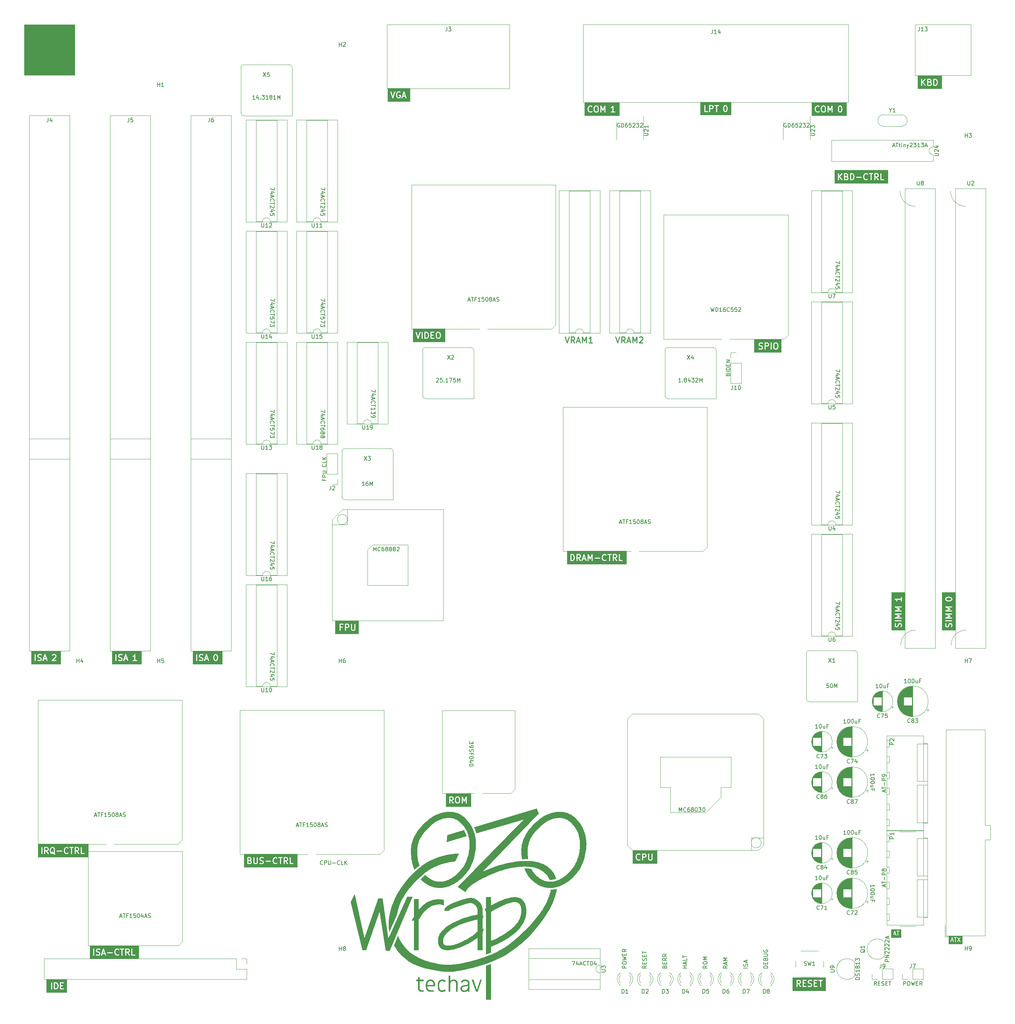
<source format=gbr>
%TF.GenerationSoftware,KiCad,Pcbnew,(7.0.0)*%
%TF.CreationDate,2023-03-30T16:00:28-05:00*%
%TF.ProjectId,Wrap030-ITX,57726170-3033-4302-9d49-54582e6b6963,1*%
%TF.SameCoordinates,Original*%
%TF.FileFunction,Legend,Top*%
%TF.FilePolarity,Positive*%
%FSLAX46Y46*%
G04 Gerber Fmt 4.6, Leading zero omitted, Abs format (unit mm)*
G04 Created by KiCad (PCBNEW (7.0.0)) date 2023-03-30 16:00:28*
%MOMM*%
%LPD*%
G01*
G04 APERTURE LIST*
%ADD10C,0.000000*%
%ADD11C,0.025400*%
%ADD12C,0.152400*%
%ADD13C,0.254000*%
%ADD14C,0.150000*%
%ADD15C,0.508000*%
%ADD16C,0.120000*%
G04 APERTURE END LIST*
D10*
G36*
X136473452Y-219546950D02*
G01*
X136716644Y-219560992D01*
X136956398Y-219584939D01*
X137192592Y-219618763D01*
X137425101Y-219662435D01*
X137653802Y-219715927D01*
X137878572Y-219779210D01*
X138099288Y-219852256D01*
X138315825Y-219935036D01*
X138528061Y-220027522D01*
X138735872Y-220129685D01*
X138939135Y-220241497D01*
X139137725Y-220362930D01*
X139331521Y-220493954D01*
X139520398Y-220634541D01*
X139704232Y-220784664D01*
X140085647Y-221121954D01*
X140442938Y-221472836D01*
X140776029Y-221837099D01*
X141084844Y-222214530D01*
X141369307Y-222604919D01*
X141629342Y-223008054D01*
X141864873Y-223423723D01*
X142075824Y-223851714D01*
X142262119Y-224291816D01*
X142423683Y-224743818D01*
X142560438Y-225207507D01*
X142672310Y-225682672D01*
X142759222Y-226169102D01*
X142821098Y-226666585D01*
X142857862Y-227174908D01*
X142869438Y-227693862D01*
X142862200Y-228096430D01*
X142840529Y-228504033D01*
X142804490Y-228916671D01*
X142754147Y-229334345D01*
X142689567Y-229757054D01*
X142610814Y-230184799D01*
X142517954Y-230617578D01*
X142411050Y-231055393D01*
X142410125Y-231055393D01*
X142304847Y-231435717D01*
X142185940Y-231809893D01*
X142053452Y-232177872D01*
X141907429Y-232539607D01*
X141747917Y-232895046D01*
X141574962Y-233244143D01*
X141388610Y-233586848D01*
X141188908Y-233923113D01*
X140975900Y-234252888D01*
X140749634Y-234576124D01*
X140510156Y-234892773D01*
X140257512Y-235202786D01*
X139991748Y-235506115D01*
X139712909Y-235802709D01*
X139421043Y-236092522D01*
X139116195Y-236375502D01*
X138795756Y-236651646D01*
X138472413Y-236910828D01*
X138146235Y-237152933D01*
X137817291Y-237377841D01*
X137485651Y-237585435D01*
X137151382Y-237775596D01*
X136814556Y-237948207D01*
X136475240Y-238103149D01*
X136133504Y-238240305D01*
X135789418Y-238359556D01*
X135443049Y-238460785D01*
X135094469Y-238543873D01*
X134743745Y-238608703D01*
X134390947Y-238655156D01*
X134036144Y-238683114D01*
X133679405Y-238692460D01*
X133672923Y-238692460D01*
X133478027Y-238689325D01*
X133284391Y-238679931D01*
X133092056Y-238664288D01*
X132901067Y-238642410D01*
X132711468Y-238614308D01*
X132523300Y-238579994D01*
X132336609Y-238539481D01*
X132151437Y-238492782D01*
X131967828Y-238439907D01*
X131785824Y-238380870D01*
X131605471Y-238315682D01*
X131426810Y-238244356D01*
X131249885Y-238166905D01*
X131074740Y-238083339D01*
X130901418Y-237993672D01*
X130729963Y-237897915D01*
X130602493Y-237823343D01*
X130477051Y-237746878D01*
X130353624Y-237668539D01*
X130232201Y-237588343D01*
X130112770Y-237506307D01*
X129995317Y-237422449D01*
X129879832Y-237336787D01*
X129766301Y-237249339D01*
X129654713Y-237160122D01*
X129545055Y-237069153D01*
X129437315Y-236976451D01*
X129331481Y-236882033D01*
X129227541Y-236785917D01*
X129125482Y-236688120D01*
X129025292Y-236588660D01*
X128926960Y-236487554D01*
X129193037Y-236243107D01*
X129465105Y-235998835D01*
X129743598Y-235754910D01*
X130028949Y-235511506D01*
X130042266Y-235500859D01*
X130055790Y-235490408D01*
X130083238Y-235469833D01*
X130110861Y-235449257D01*
X130124601Y-235438807D01*
X130138222Y-235428161D01*
X130293524Y-235581156D01*
X130453958Y-235729616D01*
X130619711Y-235873431D01*
X130790965Y-236012493D01*
X130967906Y-236146693D01*
X131150719Y-236275923D01*
X131339586Y-236400074D01*
X131534693Y-236519037D01*
X131664492Y-236592476D01*
X131795207Y-236661052D01*
X131926889Y-236724785D01*
X132059585Y-236783696D01*
X132193344Y-236837805D01*
X132328216Y-236887132D01*
X132464249Y-236931698D01*
X132601493Y-236971523D01*
X132739995Y-237006627D01*
X132879804Y-237037032D01*
X133020971Y-237062756D01*
X133163542Y-237083820D01*
X133307568Y-237100246D01*
X133453097Y-237112052D01*
X133600178Y-237119260D01*
X133748859Y-237121890D01*
X134025980Y-237114196D01*
X134302120Y-237091724D01*
X134577363Y-237054348D01*
X134851789Y-237001938D01*
X135125484Y-236934368D01*
X135398528Y-236851510D01*
X135671006Y-236753237D01*
X135942999Y-236639421D01*
X136214591Y-236509935D01*
X136485864Y-236364651D01*
X136756901Y-236203442D01*
X137027784Y-236026179D01*
X137298597Y-235832737D01*
X137569422Y-235622986D01*
X137840343Y-235396800D01*
X138111441Y-235154051D01*
X138367156Y-234911456D01*
X138611350Y-234664253D01*
X138844070Y-234412391D01*
X139065365Y-234155821D01*
X139275282Y-233894493D01*
X139473867Y-233628356D01*
X139661170Y-233357359D01*
X139837236Y-233081454D01*
X140002114Y-232800589D01*
X140155850Y-232514715D01*
X140298494Y-232223780D01*
X140430091Y-231927736D01*
X140550689Y-231626532D01*
X140660337Y-231320117D01*
X140759081Y-231008442D01*
X140846969Y-230691456D01*
X140943255Y-230295534D01*
X141026563Y-229906492D01*
X141096934Y-229524351D01*
X141154414Y-229149135D01*
X141199044Y-228780863D01*
X141230869Y-228419559D01*
X141249933Y-228065243D01*
X141256277Y-227717938D01*
X141245043Y-227281140D01*
X141214063Y-226856137D01*
X141163257Y-226442717D01*
X141092543Y-226040674D01*
X141001839Y-225649797D01*
X140891064Y-225269878D01*
X140760137Y-224900708D01*
X140608976Y-224542078D01*
X140437500Y-224193779D01*
X140245628Y-223855602D01*
X140033278Y-223527339D01*
X139800369Y-223208780D01*
X139546819Y-222899717D01*
X139272547Y-222599941D01*
X138977472Y-222309242D01*
X138661512Y-222027412D01*
X138521751Y-221915999D01*
X138379863Y-221811975D01*
X138235736Y-221715306D01*
X138089261Y-221625958D01*
X137940328Y-221543898D01*
X137788828Y-221469090D01*
X137634649Y-221401502D01*
X137477683Y-221341099D01*
X137317819Y-221287848D01*
X137154948Y-221241714D01*
X136988960Y-221202664D01*
X136819744Y-221170664D01*
X136647192Y-221145680D01*
X136471193Y-221127677D01*
X136291637Y-221116623D01*
X136108414Y-221112483D01*
X135764632Y-221122785D01*
X135421870Y-221153100D01*
X135080063Y-221203581D01*
X134739146Y-221274381D01*
X134399054Y-221365653D01*
X134059721Y-221477551D01*
X133721083Y-221610228D01*
X133383074Y-221763837D01*
X133045630Y-221938532D01*
X132708684Y-222134466D01*
X132372173Y-222351791D01*
X132036031Y-222590662D01*
X131700193Y-222851232D01*
X131364593Y-223133654D01*
X131029167Y-223438081D01*
X130693849Y-223764666D01*
X130371228Y-224103264D01*
X130070371Y-224442983D01*
X129791146Y-224783904D01*
X129533417Y-225126106D01*
X129297051Y-225469671D01*
X129081912Y-225814678D01*
X128887867Y-226161207D01*
X128714782Y-226509338D01*
X128562521Y-226859151D01*
X128430952Y-227210726D01*
X128319939Y-227564143D01*
X128229348Y-227919482D01*
X128159045Y-228276824D01*
X128108896Y-228636247D01*
X128078766Y-228997833D01*
X128068520Y-229361662D01*
X128071848Y-229625266D01*
X128079730Y-229884101D01*
X128092143Y-230138216D01*
X128109063Y-230387658D01*
X128130464Y-230632478D01*
X128156323Y-230872724D01*
X128186615Y-231108444D01*
X128221316Y-231339687D01*
X128260401Y-231566503D01*
X128303846Y-231788940D01*
X128351626Y-232007048D01*
X128403718Y-232220874D01*
X128460095Y-232430467D01*
X128520735Y-232635877D01*
X128585613Y-232837153D01*
X128654704Y-233034343D01*
X128580622Y-233090831D01*
X128424685Y-233216842D01*
X128270745Y-233343438D01*
X128118715Y-233470599D01*
X127968508Y-233598302D01*
X127673216Y-233855250D01*
X127384176Y-234114107D01*
X127277399Y-233857391D01*
X127177265Y-233595294D01*
X127083818Y-233327817D01*
X126997104Y-233054961D01*
X126917167Y-232776729D01*
X126844052Y-232493120D01*
X126777804Y-232204137D01*
X126718466Y-231909781D01*
X126666086Y-231610053D01*
X126620706Y-231304955D01*
X126582371Y-230994487D01*
X126551127Y-230678652D01*
X126527019Y-230357451D01*
X126510090Y-230030884D01*
X126500386Y-229698954D01*
X126497952Y-229361662D01*
X126510159Y-228914050D01*
X126547728Y-228469645D01*
X126610516Y-228028528D01*
X126698383Y-227590781D01*
X126811189Y-227156485D01*
X126948791Y-226725721D01*
X127111049Y-226298570D01*
X127297822Y-225875115D01*
X127508968Y-225455437D01*
X127744347Y-225039616D01*
X128003818Y-224627734D01*
X128287239Y-224219874D01*
X128594470Y-223816115D01*
X128925369Y-223416540D01*
X129279795Y-223021229D01*
X129657607Y-222630265D01*
X130044645Y-222261362D01*
X130435133Y-221915260D01*
X130829004Y-221592098D01*
X131226192Y-221292019D01*
X131626630Y-221015164D01*
X132030251Y-220761672D01*
X132436990Y-220531687D01*
X132846779Y-220325347D01*
X133259553Y-220142796D01*
X133675245Y-219984173D01*
X134093788Y-219849621D01*
X134515115Y-219739279D01*
X134939162Y-219653289D01*
X135365860Y-219591792D01*
X135795144Y-219554930D01*
X136226947Y-219542842D01*
X136473452Y-219546950D01*
G37*
G36*
X139983038Y-224337262D02*
G01*
X140079178Y-224521517D01*
X140168742Y-224709136D01*
X140251870Y-224900109D01*
X140328704Y-225094424D01*
X140399385Y-225292070D01*
X140464055Y-225493037D01*
X140522853Y-225697314D01*
X135482410Y-227182685D01*
X135639837Y-225408390D01*
X139880181Y-224156382D01*
X139983038Y-224337262D01*
G37*
G36*
X137675276Y-232038847D02*
G01*
X137086440Y-232102798D01*
X136510303Y-232184219D01*
X135946778Y-232283109D01*
X135395781Y-232399468D01*
X134857226Y-232533292D01*
X134331027Y-232684582D01*
X133817099Y-232853335D01*
X133315357Y-233039550D01*
X132825714Y-233243227D01*
X132348086Y-233464363D01*
X131882388Y-233702957D01*
X131428533Y-233959009D01*
X130986436Y-234232516D01*
X130556012Y-234523477D01*
X130137175Y-234831890D01*
X129729840Y-235157756D01*
X129014656Y-235777512D01*
X128338072Y-236400936D01*
X127700143Y-237028133D01*
X127100923Y-237659211D01*
X126540467Y-238294277D01*
X126018829Y-238933439D01*
X125536062Y-239576803D01*
X125092223Y-240224476D01*
X124687363Y-240876566D01*
X124321539Y-241533181D01*
X123994803Y-242194426D01*
X123707211Y-242860409D01*
X123458817Y-243531238D01*
X123249675Y-244207020D01*
X123079838Y-244887861D01*
X122949362Y-245573869D01*
X121072276Y-249752170D01*
X120937999Y-248849279D01*
X120903809Y-247971978D01*
X120931349Y-247067239D01*
X121022533Y-246138513D01*
X121179276Y-245189246D01*
X121403492Y-244222886D01*
X121697095Y-243242884D01*
X122061998Y-242252685D01*
X122500116Y-241255739D01*
X123013362Y-240255495D01*
X123603651Y-239255399D01*
X124272898Y-238258901D01*
X125023015Y-237269448D01*
X125855916Y-236290490D01*
X126773517Y-235325473D01*
X127777731Y-234377847D01*
X128870471Y-233451060D01*
X129378369Y-233059547D01*
X129897678Y-232693261D01*
X130428786Y-232351923D01*
X130972080Y-232035258D01*
X131527946Y-231742988D01*
X132096770Y-231474836D01*
X132678940Y-231230527D01*
X133274842Y-231009783D01*
X133884862Y-230812327D01*
X134509387Y-230637883D01*
X135148804Y-230486174D01*
X135803500Y-230356923D01*
X136473860Y-230249854D01*
X137160272Y-230164690D01*
X137863122Y-230101154D01*
X138582797Y-230058969D01*
X137675276Y-232038847D01*
G37*
G36*
X145410505Y-251983934D02*
G01*
X145410505Y-244812666D01*
X145341978Y-244675612D01*
X146653247Y-244675612D01*
X146653247Y-251983934D01*
X147196505Y-251766234D01*
X147733807Y-251530520D01*
X148265183Y-251276749D01*
X148790667Y-251004876D01*
X149310290Y-250714858D01*
X149824087Y-250406653D01*
X150332088Y-250080216D01*
X150834327Y-249735504D01*
X151245804Y-249428988D01*
X151630565Y-249121325D01*
X151988741Y-248812517D01*
X152320464Y-248502566D01*
X152625865Y-248191476D01*
X152905076Y-247879250D01*
X153158229Y-247565889D01*
X153385455Y-247251397D01*
X153586886Y-246935776D01*
X153762652Y-246619030D01*
X153912887Y-246301160D01*
X154037721Y-245982170D01*
X154137287Y-245662063D01*
X154211714Y-245340840D01*
X154261136Y-245018505D01*
X154285684Y-244695060D01*
X154288072Y-244631828D01*
X154289505Y-244569812D01*
X154289781Y-244539205D01*
X154289721Y-244508837D01*
X154289292Y-244478686D01*
X154288461Y-244448731D01*
X154276345Y-244165321D01*
X154252646Y-243904017D01*
X154236361Y-243781474D01*
X154217070Y-243664243D01*
X154194735Y-243552250D01*
X154169320Y-243445424D01*
X154140788Y-243343693D01*
X154109101Y-243246985D01*
X154074224Y-243155229D01*
X154036118Y-243068351D01*
X153994747Y-242986282D01*
X153950074Y-242908948D01*
X153902062Y-242836277D01*
X153850674Y-242768198D01*
X153795873Y-242704640D01*
X153737622Y-242645529D01*
X153675884Y-242590794D01*
X153610623Y-242540363D01*
X153541800Y-242494165D01*
X153469380Y-242452127D01*
X153393325Y-242414178D01*
X153313599Y-242380245D01*
X153230163Y-242350257D01*
X153142982Y-242324142D01*
X153052019Y-242301828D01*
X152957236Y-242283242D01*
X152858596Y-242268314D01*
X152756063Y-242256971D01*
X152649600Y-242249142D01*
X152539169Y-242244754D01*
X152336321Y-242252866D01*
X152110591Y-242280001D01*
X151862166Y-242326193D01*
X151591236Y-242391473D01*
X151297988Y-242475875D01*
X150982611Y-242579431D01*
X150645294Y-242702173D01*
X150286226Y-242844134D01*
X149503589Y-243185843D01*
X148636207Y-243604819D01*
X147685591Y-244101322D01*
X146653247Y-244675612D01*
X145341978Y-244675612D01*
X145009531Y-244010714D01*
X145410505Y-243810689D01*
X145410505Y-240941813D01*
X146654178Y-240941813D01*
X146654178Y-243102268D01*
X147124683Y-242849812D01*
X147581619Y-242613366D01*
X148025073Y-242392964D01*
X148455126Y-242188642D01*
X148871864Y-242000435D01*
X149275371Y-241828379D01*
X149665730Y-241672509D01*
X150043027Y-241532859D01*
X150407344Y-241409467D01*
X150758766Y-241302365D01*
X151097378Y-241211591D01*
X151423262Y-241137179D01*
X151736505Y-241079164D01*
X152037188Y-241037582D01*
X152325397Y-241012468D01*
X152601216Y-241003858D01*
X152776153Y-241006768D01*
X152946673Y-241016898D01*
X153112657Y-241034261D01*
X153273985Y-241058870D01*
X153430539Y-241090740D01*
X153582198Y-241129883D01*
X153728844Y-241176313D01*
X153870356Y-241230043D01*
X154006617Y-241291088D01*
X154137505Y-241359461D01*
X154262902Y-241435175D01*
X154382689Y-241518244D01*
X154496746Y-241608682D01*
X154604954Y-241706502D01*
X154707192Y-241811718D01*
X154803343Y-241924343D01*
X154893262Y-242043505D01*
X154976928Y-242169001D01*
X155054403Y-242300804D01*
X155125749Y-242438889D01*
X155191029Y-242583231D01*
X155250305Y-242733803D01*
X155303640Y-242890579D01*
X155351095Y-243053535D01*
X155392734Y-243222643D01*
X155428619Y-243397879D01*
X155458812Y-243579217D01*
X155483375Y-243766630D01*
X155502371Y-243960093D01*
X155515862Y-244159581D01*
X155523911Y-244365067D01*
X155526580Y-244576526D01*
X155526609Y-244610457D01*
X155526812Y-244640307D01*
X155527361Y-244666511D01*
X155527819Y-244678381D01*
X155528430Y-244689503D01*
X155297850Y-244705246D01*
X155528433Y-244708949D01*
X155506927Y-245127930D01*
X155455356Y-245542039D01*
X155373869Y-245951243D01*
X155262614Y-246355509D01*
X155121738Y-246754804D01*
X154951390Y-247149097D01*
X154751716Y-247538355D01*
X154522866Y-247922545D01*
X154264986Y-248301634D01*
X153978225Y-248675590D01*
X153662730Y-249044381D01*
X153318650Y-249407973D01*
X152946132Y-249766335D01*
X152545324Y-250119434D01*
X152116374Y-250467237D01*
X151659429Y-250809711D01*
X151114143Y-251194315D01*
X150545807Y-251564030D01*
X149954465Y-251918899D01*
X149340160Y-252258965D01*
X148702935Y-252584274D01*
X148042834Y-252894867D01*
X147359900Y-253190788D01*
X146654178Y-253472082D01*
X146654178Y-254924114D01*
X146350986Y-255053108D01*
X146042759Y-255180280D01*
X145729323Y-255305542D01*
X145410505Y-255428806D01*
X145410505Y-251983934D01*
G37*
G36*
X133326165Y-252106173D02*
G01*
X134583222Y-252106173D01*
X134592484Y-252246494D01*
X134608826Y-252375641D01*
X134632798Y-252493962D01*
X134647815Y-252549173D01*
X134664946Y-252601809D01*
X134684258Y-252651913D01*
X134705820Y-252699530D01*
X134729700Y-252744703D01*
X134755966Y-252787477D01*
X134784688Y-252827894D01*
X134815934Y-252865998D01*
X134849772Y-252901834D01*
X134886271Y-252935444D01*
X134925499Y-252966874D01*
X134967524Y-252996166D01*
X135012417Y-253023364D01*
X135060244Y-253048512D01*
X135111074Y-253071654D01*
X135164976Y-253092833D01*
X135222018Y-253112094D01*
X135282269Y-253129479D01*
X135412672Y-253158800D01*
X135556732Y-253181146D01*
X135714997Y-253196866D01*
X135888015Y-253206311D01*
X136088792Y-253201770D01*
X136297982Y-253186737D01*
X136515537Y-253161183D01*
X136741406Y-253125079D01*
X136975539Y-253078394D01*
X137217886Y-253021098D01*
X137468396Y-252953162D01*
X137727019Y-252874555D01*
X137993705Y-252785249D01*
X138268404Y-252685212D01*
X138551066Y-252574416D01*
X138841640Y-252452830D01*
X139140076Y-252320425D01*
X139446325Y-252177170D01*
X140082058Y-251857993D01*
X140374258Y-251699455D01*
X140653901Y-251542327D01*
X140920975Y-251386672D01*
X141175467Y-251232553D01*
X141417365Y-251080036D01*
X141646658Y-250929182D01*
X141863332Y-250780057D01*
X142067375Y-250632724D01*
X142258776Y-250487246D01*
X142437522Y-250343688D01*
X142603601Y-250202113D01*
X142757001Y-250062585D01*
X142897709Y-249925168D01*
X143025713Y-249789926D01*
X143141002Y-249656922D01*
X143243562Y-249526221D01*
X143242638Y-249526221D01*
X143242638Y-246663827D01*
X142644567Y-246776732D01*
X142046366Y-246909170D01*
X141448078Y-247061142D01*
X140849746Y-247232648D01*
X140251414Y-247423687D01*
X139653126Y-247634260D01*
X139054925Y-247864368D01*
X138456854Y-248114009D01*
X138014352Y-248319713D01*
X137599680Y-248528720D01*
X137212647Y-248740922D01*
X136853066Y-248956214D01*
X136520744Y-249174491D01*
X136215493Y-249395646D01*
X135937123Y-249619574D01*
X135685443Y-249846169D01*
X135569553Y-249960433D01*
X135460264Y-250075325D01*
X135357553Y-250190830D01*
X135261395Y-250306936D01*
X135171769Y-250423629D01*
X135088648Y-250540897D01*
X135012010Y-250658725D01*
X134941832Y-250777101D01*
X134878088Y-250896012D01*
X134820756Y-251015443D01*
X134769812Y-251135383D01*
X134725232Y-251255818D01*
X134686992Y-251376734D01*
X134655069Y-251498118D01*
X134629438Y-251619958D01*
X134610077Y-251742239D01*
X134604138Y-251791036D01*
X134598849Y-251838823D01*
X134594255Y-251885633D01*
X134590399Y-251931500D01*
X134587325Y-251976454D01*
X134585074Y-252020530D01*
X134583693Y-252063758D01*
X134583222Y-252106173D01*
X133326165Y-252106173D01*
X133324732Y-252007085D01*
X133325818Y-251904845D01*
X133327223Y-251853128D01*
X133329247Y-251801042D01*
X133331923Y-251748609D01*
X133335281Y-251695850D01*
X133339357Y-251642787D01*
X133344180Y-251589442D01*
X133390832Y-251267215D01*
X133469188Y-250951238D01*
X133579048Y-250641400D01*
X133720210Y-250337592D01*
X133892474Y-250039704D01*
X134095640Y-249747625D01*
X134329506Y-249461247D01*
X134593872Y-249180459D01*
X134888537Y-248905151D01*
X135213300Y-248635213D01*
X135567960Y-248370536D01*
X135952317Y-248111010D01*
X136366170Y-247856524D01*
X136809318Y-247606970D01*
X137281561Y-247362236D01*
X137782696Y-247122214D01*
X138501007Y-246803997D01*
X139209192Y-246515440D01*
X139907198Y-246256596D01*
X140594970Y-246027518D01*
X141272454Y-245828262D01*
X141939597Y-245658882D01*
X142596343Y-245519431D01*
X143242638Y-245409965D01*
X143242638Y-244266302D01*
X143240210Y-244180625D01*
X143233937Y-244096488D01*
X143223775Y-244013824D01*
X143209675Y-243932566D01*
X143191594Y-243852649D01*
X143169483Y-243774006D01*
X143143297Y-243696569D01*
X143112991Y-243620274D01*
X143078517Y-243545053D01*
X143039830Y-243470840D01*
X142996883Y-243397568D01*
X142949631Y-243325171D01*
X142898027Y-243253582D01*
X142842026Y-243182736D01*
X142781580Y-243112565D01*
X142716644Y-243043003D01*
X142648244Y-242976264D01*
X142579467Y-242914219D01*
X142510242Y-242856807D01*
X142440498Y-242803969D01*
X142370162Y-242755646D01*
X142299163Y-242711777D01*
X142227429Y-242672304D01*
X142154887Y-242637166D01*
X142081467Y-242606303D01*
X142007095Y-242579657D01*
X141931701Y-242557167D01*
X141855212Y-242538774D01*
X141777556Y-242524417D01*
X141698662Y-242514038D01*
X141618458Y-242507577D01*
X141536871Y-242504973D01*
X141359307Y-242514838D01*
X141126041Y-242547947D01*
X140838232Y-242604367D01*
X140497042Y-242684162D01*
X140103632Y-242787398D01*
X139659163Y-242914139D01*
X139164796Y-243064451D01*
X138621693Y-243238398D01*
X138329962Y-243332276D01*
X138056301Y-243423549D01*
X137800805Y-243512130D01*
X137563574Y-243597934D01*
X137344704Y-243680872D01*
X137144294Y-243760859D01*
X136962441Y-243837807D01*
X136799243Y-243911629D01*
X136761297Y-243928206D01*
X136724720Y-243944754D01*
X136689501Y-243961242D01*
X136655632Y-243977642D01*
X136623102Y-243993924D01*
X136591903Y-244010059D01*
X136562023Y-244026016D01*
X136533454Y-244041767D01*
X136506186Y-244057282D01*
X136480209Y-244072531D01*
X136455514Y-244087485D01*
X136432091Y-244102115D01*
X136389021Y-244130283D01*
X136350923Y-244156799D01*
X136317719Y-244181426D01*
X136289332Y-244203929D01*
X136265685Y-244224072D01*
X136246700Y-244241619D01*
X136232300Y-244256333D01*
X136222407Y-244267979D01*
X136219127Y-244272577D01*
X136216945Y-244276320D01*
X136215852Y-244279177D01*
X136215836Y-244281120D01*
X136163978Y-244443177D01*
X134892523Y-244443177D01*
X134903635Y-244201481D01*
X134926632Y-244075698D01*
X134966020Y-243954607D01*
X135021676Y-243837645D01*
X135093474Y-243724250D01*
X135181289Y-243613862D01*
X135284998Y-243505917D01*
X135404474Y-243399856D01*
X135539594Y-243295116D01*
X135690232Y-243191136D01*
X135856264Y-243087354D01*
X136037564Y-242983208D01*
X136234009Y-242878137D01*
X136445473Y-242771579D01*
X136671831Y-242662973D01*
X137168732Y-242437370D01*
X137632980Y-242246606D01*
X138100591Y-242067474D01*
X138571545Y-241900063D01*
X139045819Y-241744459D01*
X139523392Y-241600749D01*
X140004243Y-241469020D01*
X140488349Y-241349358D01*
X140975690Y-241241850D01*
X141042329Y-241227525D01*
X141108925Y-241215110D01*
X141175520Y-241204605D01*
X141242159Y-241196010D01*
X141308884Y-241189326D01*
X141375740Y-241184551D01*
X141442769Y-241181686D01*
X141510015Y-241180731D01*
X141655728Y-241184030D01*
X141799743Y-241194926D01*
X141942011Y-241213353D01*
X142082483Y-241239246D01*
X142221110Y-241272541D01*
X142357844Y-241313171D01*
X142492635Y-241361072D01*
X142625435Y-241416178D01*
X142756194Y-241478426D01*
X142884864Y-241547749D01*
X143011397Y-241624082D01*
X143135742Y-241707360D01*
X143257852Y-241797519D01*
X143377678Y-241894493D01*
X143495170Y-241998217D01*
X143610280Y-242108626D01*
X143720994Y-242224048D01*
X143824946Y-242342118D01*
X143922080Y-242462771D01*
X144012340Y-242585942D01*
X144095672Y-242711566D01*
X144172018Y-242839577D01*
X144241325Y-242969910D01*
X144303536Y-243102500D01*
X144358595Y-243237283D01*
X144406447Y-243374193D01*
X144447036Y-243513164D01*
X144480307Y-243654132D01*
X144506205Y-243797032D01*
X144524672Y-243941798D01*
X144535654Y-244088366D01*
X144539096Y-244236670D01*
X144539096Y-245505347D01*
X144548734Y-245520323D01*
X144560629Y-245538337D01*
X144574259Y-245558609D01*
X144589104Y-245580356D01*
X144616642Y-245621227D01*
X144642032Y-245661631D01*
X144653792Y-245681865D01*
X144664860Y-245702230D01*
X144675185Y-245722810D01*
X144684716Y-245743687D01*
X144693399Y-245764944D01*
X144701185Y-245786663D01*
X144708022Y-245808928D01*
X144713857Y-245831820D01*
X144718640Y-245855423D01*
X144722318Y-245879820D01*
X144724841Y-245905093D01*
X144726156Y-245931325D01*
X144726156Y-245988741D01*
X144703005Y-246035042D01*
X144539096Y-246363787D01*
X144539096Y-248916884D01*
X144621514Y-248935399D01*
X144878029Y-248987260D01*
X144794686Y-249237292D01*
X144718027Y-249461872D01*
X144683701Y-249559386D01*
X144651612Y-249647644D01*
X144621432Y-249727090D01*
X144592836Y-249798169D01*
X144565499Y-249861326D01*
X144539096Y-249917007D01*
X144539096Y-254342559D01*
X143243566Y-254342559D01*
X143243566Y-251233840D01*
X142891867Y-251496419D01*
X142523641Y-251753550D01*
X142138855Y-252005256D01*
X141737476Y-252251558D01*
X141319471Y-252492477D01*
X140884809Y-252728036D01*
X140433456Y-252958255D01*
X139965380Y-253183157D01*
X139656126Y-253322536D01*
X139353085Y-253453123D01*
X139056241Y-253574893D01*
X138765577Y-253687821D01*
X138481077Y-253791883D01*
X138202724Y-253887054D01*
X137930503Y-253973310D01*
X137664397Y-254050627D01*
X137404390Y-254118980D01*
X137150466Y-254178345D01*
X136902607Y-254228697D01*
X136660799Y-254270011D01*
X136425025Y-254302265D01*
X136195268Y-254325432D01*
X135971512Y-254339489D01*
X135753741Y-254344412D01*
X135611731Y-254342232D01*
X135473279Y-254335658D01*
X135338449Y-254324634D01*
X135207304Y-254309106D01*
X135079909Y-254289021D01*
X134956327Y-254264324D01*
X134836622Y-254234960D01*
X134720857Y-254200876D01*
X134609097Y-254162016D01*
X134501405Y-254118328D01*
X134397845Y-254069756D01*
X134298481Y-254016247D01*
X134203376Y-253957746D01*
X134112595Y-253894198D01*
X134026200Y-253825550D01*
X133944256Y-253751748D01*
X133867231Y-253673289D01*
X133795522Y-253590411D01*
X133729085Y-253503186D01*
X133667875Y-253411688D01*
X133611846Y-253315991D01*
X133560955Y-253216167D01*
X133515155Y-253112289D01*
X133474404Y-253004432D01*
X133438655Y-252892668D01*
X133407864Y-252777071D01*
X133381987Y-252657713D01*
X133360978Y-252534668D01*
X133344793Y-252408010D01*
X133333387Y-252277811D01*
X133326715Y-252144145D01*
X133326165Y-252106173D01*
G37*
G36*
X128465793Y-244175549D02*
G01*
X128735676Y-243858631D01*
X129010853Y-243561497D01*
X129291280Y-243284243D01*
X129576913Y-243026968D01*
X129867705Y-242789769D01*
X130163613Y-242572744D01*
X130464591Y-242375991D01*
X130770595Y-242199608D01*
X131081581Y-242043691D01*
X131397502Y-241908339D01*
X131718315Y-241793649D01*
X132043975Y-241699719D01*
X132374437Y-241626647D01*
X132709656Y-241574530D01*
X133049587Y-241543466D01*
X133394186Y-241533553D01*
X133536739Y-241535336D01*
X133682417Y-241540701D01*
X133831220Y-241549668D01*
X133983149Y-241562260D01*
X134138203Y-241578498D01*
X134296383Y-241598405D01*
X134457688Y-241622001D01*
X134622118Y-241649308D01*
X134812882Y-241683571D01*
X134812882Y-243063372D01*
X134521178Y-242981882D01*
X134406832Y-242952278D01*
X134293646Y-242926667D01*
X134181568Y-242905050D01*
X134070542Y-242887426D01*
X133960515Y-242873796D01*
X133851432Y-242864160D01*
X133743239Y-242858517D01*
X133635881Y-242856867D01*
X133263723Y-242871648D01*
X132898349Y-242915427D01*
X132539706Y-242988400D01*
X132187741Y-243090765D01*
X131842401Y-243222718D01*
X131503633Y-243384456D01*
X131171385Y-243576176D01*
X130845603Y-243798073D01*
X130526234Y-244050346D01*
X130213226Y-244333190D01*
X129906526Y-244646802D01*
X129606081Y-244991379D01*
X129311838Y-245367118D01*
X129023744Y-245774215D01*
X128741746Y-246212868D01*
X128465791Y-246683272D01*
X128465791Y-254342562D01*
X127223042Y-254342562D01*
X127223042Y-246943488D01*
X126685012Y-246943488D01*
X126873925Y-246600851D01*
X126943712Y-246476516D01*
X127025218Y-246335425D01*
X127118358Y-246177491D01*
X127223044Y-246002629D01*
X127223044Y-241533553D01*
X128465793Y-241533553D01*
X128465793Y-244175549D01*
G37*
G36*
X164253151Y-219546503D02*
G01*
X164496568Y-219560942D01*
X164736474Y-219585210D01*
X164972753Y-219619284D01*
X165205288Y-219663141D01*
X165433962Y-219716759D01*
X165658659Y-219780113D01*
X165879262Y-219853182D01*
X166095654Y-219935941D01*
X166307719Y-220028368D01*
X166515340Y-220130440D01*
X166718400Y-220242134D01*
X166916783Y-220363426D01*
X167110372Y-220494294D01*
X167299051Y-220634714D01*
X167482702Y-220784664D01*
X167864128Y-221121965D01*
X168221451Y-221472881D01*
X168554592Y-221837202D01*
X168863475Y-222214718D01*
X169148022Y-222605219D01*
X169408156Y-223008493D01*
X169643800Y-223424332D01*
X169854876Y-223852524D01*
X170041307Y-224292860D01*
X170203016Y-224745128D01*
X170339925Y-225209120D01*
X170451957Y-225684624D01*
X170539035Y-226171431D01*
X170601081Y-226669330D01*
X170638019Y-227178110D01*
X170649770Y-227697563D01*
X170642530Y-228100127D01*
X170620846Y-228507704D01*
X170584772Y-228920274D01*
X170534362Y-229337814D01*
X170469671Y-229760302D01*
X170390754Y-230187717D01*
X170297663Y-230620038D01*
X170190454Y-231057241D01*
X170085001Y-231437575D01*
X169965923Y-231811777D01*
X169833265Y-232179794D01*
X169687076Y-232541570D01*
X169527404Y-232897053D01*
X169354295Y-233246186D01*
X169167798Y-233588918D01*
X168967959Y-233925192D01*
X168754827Y-234254955D01*
X168528448Y-234578152D01*
X168288871Y-234894730D01*
X168036143Y-235204634D01*
X167770311Y-235507809D01*
X167491423Y-235804202D01*
X167199526Y-236093758D01*
X166894668Y-236376424D01*
X166573892Y-236653198D01*
X166250231Y-236912890D01*
X165923751Y-237155389D01*
X165594519Y-237380587D01*
X165262601Y-237588372D01*
X164928064Y-237778635D01*
X164590973Y-237951266D01*
X164251397Y-238106155D01*
X163909400Y-238243193D01*
X163565050Y-238362269D01*
X163218413Y-238463274D01*
X162869555Y-238546097D01*
X162518544Y-238610629D01*
X162165444Y-238656761D01*
X161810324Y-238684381D01*
X161453248Y-238693381D01*
X161442133Y-238693381D01*
X161248075Y-238690236D01*
X161055216Y-238680812D01*
X160863609Y-238665124D01*
X160673303Y-238643187D01*
X160484347Y-238615015D01*
X160296793Y-238580623D01*
X160110690Y-238540027D01*
X159926089Y-238493241D01*
X159743039Y-238440280D01*
X159561592Y-238381159D01*
X159381797Y-238315893D01*
X159203704Y-238244497D01*
X159027363Y-238166987D01*
X158852826Y-238083375D01*
X158680141Y-237993679D01*
X158509359Y-237897912D01*
X158206102Y-237715649D01*
X157914434Y-237522800D01*
X157634310Y-237319479D01*
X157365684Y-237105800D01*
X157108513Y-236881876D01*
X156862752Y-236647822D01*
X156628355Y-236403751D01*
X156405278Y-236149777D01*
X156193477Y-235886016D01*
X155992906Y-235612579D01*
X155803521Y-235329582D01*
X155625277Y-235037138D01*
X155458129Y-234735362D01*
X155302032Y-234424367D01*
X155156942Y-234104267D01*
X155022814Y-233775176D01*
X155025243Y-233775136D01*
X155027661Y-233775031D01*
X155032422Y-233774713D01*
X155037009Y-233774394D01*
X155039210Y-233774289D01*
X155041336Y-233774249D01*
X155330925Y-233778605D01*
X155474624Y-233783023D01*
X155617563Y-233788950D01*
X155759722Y-233796397D01*
X155901077Y-233805373D01*
X156041607Y-233815891D01*
X156181292Y-233827961D01*
X156263702Y-233836103D01*
X156345027Y-233845179D01*
X156504943Y-233865697D01*
X156662080Y-233888645D01*
X156817481Y-233913156D01*
X156928416Y-234116516D01*
X157045239Y-234314403D01*
X157167979Y-234506838D01*
X157296664Y-234693838D01*
X157431324Y-234875423D01*
X157571987Y-235051612D01*
X157718680Y-235222423D01*
X157871433Y-235387877D01*
X158030273Y-235547991D01*
X158195231Y-235702785D01*
X158366333Y-235852278D01*
X158543609Y-235996488D01*
X158727086Y-236135436D01*
X158916794Y-236269139D01*
X159112761Y-236397616D01*
X159315015Y-236520888D01*
X159444813Y-236593869D01*
X159575529Y-236662102D01*
X159707210Y-236725593D01*
X159839906Y-236784347D01*
X159973665Y-236838370D01*
X160108537Y-236887666D01*
X160244570Y-236932242D01*
X160381813Y-236972102D01*
X160520316Y-237007253D01*
X160660125Y-237037699D01*
X160801292Y-237063447D01*
X160943863Y-237084501D01*
X161087889Y-237100866D01*
X161233418Y-237112550D01*
X161380499Y-237119555D01*
X161529181Y-237121890D01*
X161805833Y-237114501D01*
X162081602Y-237092258D01*
X162356560Y-237055042D01*
X162630779Y-237002734D01*
X162904330Y-236935217D01*
X163177286Y-236852373D01*
X163449718Y-236754084D01*
X163721699Y-236640232D01*
X163993299Y-236510698D01*
X164264592Y-236365366D01*
X164535649Y-236204116D01*
X164806542Y-236026831D01*
X165077342Y-235833392D01*
X165348122Y-235623682D01*
X165618953Y-235397583D01*
X165889908Y-235154977D01*
X166145786Y-234912524D01*
X166390122Y-234665405D01*
X166622966Y-234413576D01*
X166844367Y-234156994D01*
X167054373Y-233895615D01*
X167253033Y-233629396D01*
X167440396Y-233358294D01*
X167616511Y-233082264D01*
X167781427Y-232801265D01*
X167935193Y-232515252D01*
X168077856Y-232224182D01*
X168209467Y-231928011D01*
X168330074Y-231626697D01*
X168439726Y-231320195D01*
X168538472Y-231008463D01*
X168626360Y-230691456D01*
X168722566Y-230295570D01*
X168805663Y-229906607D01*
X168875739Y-229524547D01*
X168932879Y-229149366D01*
X168977170Y-228781044D01*
X169008699Y-228419558D01*
X169027553Y-228064888D01*
X169033819Y-227717011D01*
X169022594Y-227280529D01*
X168991642Y-226855781D01*
X168940877Y-226442564D01*
X168870213Y-226040673D01*
X168779565Y-225649906D01*
X168668848Y-225270058D01*
X168537975Y-224900927D01*
X168386863Y-224542309D01*
X168215424Y-224194000D01*
X168023574Y-223855798D01*
X167811228Y-223527497D01*
X167578299Y-223208896D01*
X167324702Y-222899790D01*
X167050352Y-222599977D01*
X166755163Y-222309251D01*
X166439050Y-222027411D01*
X166299443Y-221915989D01*
X166157672Y-221811939D01*
X166013636Y-221715233D01*
X165867233Y-221625842D01*
X165718361Y-221543739D01*
X165566919Y-221468894D01*
X165412804Y-221401280D01*
X165255915Y-221340867D01*
X165096151Y-221287628D01*
X164933409Y-221241533D01*
X164767587Y-221202555D01*
X164598585Y-221170664D01*
X164426300Y-221145832D01*
X164250631Y-221128032D01*
X164071475Y-221117233D01*
X163888731Y-221113408D01*
X163544480Y-221123701D01*
X163201347Y-221153988D01*
X162859256Y-221204427D01*
X162518131Y-221275176D01*
X162177895Y-221366392D01*
X161838474Y-221478233D01*
X161499790Y-221610855D01*
X161161769Y-221764416D01*
X160824334Y-221939073D01*
X160487409Y-222134984D01*
X160150918Y-222352306D01*
X159814785Y-222591197D01*
X159478934Y-222851814D01*
X159143290Y-223134313D01*
X158807775Y-223438854D01*
X158472315Y-223765592D01*
X158149541Y-224104331D01*
X157848572Y-224444136D01*
X157569268Y-224785094D01*
X157311492Y-225127292D01*
X157075106Y-225470821D01*
X156859971Y-225815766D01*
X156665948Y-226162218D01*
X156492900Y-226510263D01*
X156340688Y-226859991D01*
X156209174Y-227211489D01*
X156098218Y-227564845D01*
X156007684Y-227920147D01*
X155937432Y-228277485D01*
X155887324Y-228636945D01*
X155857223Y-228998617D01*
X155846988Y-229362587D01*
X155850945Y-229644959D01*
X155860589Y-229921352D01*
X155875702Y-230192036D01*
X155896068Y-230457284D01*
X155921469Y-230717366D01*
X155951688Y-230972554D01*
X155986509Y-231223119D01*
X156025714Y-231469332D01*
X155872193Y-231461475D01*
X155719194Y-231452316D01*
X155565500Y-231444720D01*
X155488013Y-231442403D01*
X155409896Y-231441551D01*
X155290821Y-231442900D01*
X155170586Y-231446615D01*
X155049417Y-231452197D01*
X154927544Y-231459146D01*
X154437554Y-231490632D01*
X154401802Y-231236211D01*
X154369793Y-230979066D01*
X154341887Y-230718904D01*
X154318442Y-230455433D01*
X154299814Y-230188358D01*
X154286363Y-229917388D01*
X154278446Y-229642229D01*
X154276422Y-229362587D01*
X154288476Y-228914975D01*
X154325930Y-228470570D01*
X154388640Y-228029454D01*
X154476461Y-227591706D01*
X154589246Y-227157410D01*
X154726852Y-226726646D01*
X154889132Y-226299496D01*
X155075942Y-225876041D01*
X155287136Y-225456362D01*
X155522570Y-225040541D01*
X155782099Y-224628660D01*
X156065576Y-224220799D01*
X156372857Y-223817040D01*
X156703797Y-223417465D01*
X157058251Y-223022155D01*
X157436073Y-222631191D01*
X157823112Y-222262267D01*
X158213602Y-221916106D01*
X158607478Y-221592853D01*
X159004674Y-221292656D01*
X159405126Y-221015660D01*
X159808768Y-220762012D01*
X160215536Y-220531859D01*
X160625363Y-220325347D01*
X161038186Y-220142623D01*
X161453939Y-219983833D01*
X161872557Y-219849124D01*
X162293974Y-219738642D01*
X162718127Y-219652534D01*
X163144949Y-219590946D01*
X163574375Y-219554024D01*
X164006341Y-219541916D01*
X164253151Y-219546503D01*
G37*
G36*
X114804826Y-251306071D02*
G01*
X118267296Y-241332602D01*
X119352617Y-241332602D01*
X120847247Y-251384784D01*
X125550614Y-240916810D01*
X125550614Y-240915888D01*
X126913746Y-240915888D01*
X121143581Y-254491658D01*
X120988932Y-254491658D01*
X120120305Y-254486100D01*
X118661790Y-244652464D01*
X115276181Y-254379606D01*
X115112272Y-254381455D01*
X114276982Y-254383308D01*
X111377546Y-242278091D01*
X112364706Y-240259319D01*
X114804826Y-251306071D01*
G37*
G36*
X158701052Y-219998455D02*
G01*
X144576143Y-234534527D01*
X145460423Y-234168976D01*
X146328666Y-233830752D01*
X147180875Y-233519856D01*
X148017053Y-233236289D01*
X148837203Y-232980054D01*
X149641327Y-232751150D01*
X150429428Y-232549581D01*
X151201508Y-232375346D01*
X151957571Y-232228447D01*
X152697619Y-232108886D01*
X153421655Y-232016665D01*
X154129681Y-231951783D01*
X154821700Y-231914243D01*
X155497715Y-231904047D01*
X156157728Y-231921195D01*
X156801743Y-231965688D01*
X157283933Y-232019677D01*
X157748784Y-232091701D01*
X158196299Y-232181757D01*
X158626480Y-232289846D01*
X159039330Y-232415966D01*
X159434853Y-232560115D01*
X159813050Y-232722292D01*
X160173925Y-232902495D01*
X160347867Y-232999357D01*
X160517480Y-233100724D01*
X160682763Y-233206598D01*
X160843717Y-233316977D01*
X161000343Y-233431862D01*
X161152640Y-233551252D01*
X161300610Y-233675148D01*
X161444251Y-233803549D01*
X161583566Y-233936454D01*
X161718554Y-234073865D01*
X161849215Y-234215780D01*
X161975550Y-234362200D01*
X162097559Y-234513123D01*
X162215242Y-234668551D01*
X162328600Y-234828483D01*
X162437633Y-234992919D01*
X162487017Y-235073339D01*
X162534495Y-235154840D01*
X162580115Y-235237397D01*
X162623925Y-235320983D01*
X162665970Y-235405573D01*
X162706300Y-235491141D01*
X162782002Y-235665109D01*
X162851410Y-235842679D01*
X162914904Y-236023646D01*
X162972863Y-236207804D01*
X163025667Y-236394945D01*
X162838872Y-236453760D01*
X162652110Y-236505695D01*
X162465326Y-236550467D01*
X162278466Y-236587795D01*
X162091476Y-236617396D01*
X161997916Y-236629210D01*
X161904302Y-236638988D01*
X161810629Y-236646692D01*
X161716890Y-236652288D01*
X161623077Y-236655741D01*
X161529185Y-236657016D01*
X161512982Y-236656696D01*
X161496975Y-236655844D01*
X161481098Y-236654623D01*
X161465286Y-236653196D01*
X161433598Y-236650374D01*
X161417591Y-236649305D01*
X161401388Y-236648681D01*
X161365782Y-236562179D01*
X161328375Y-236476350D01*
X161289101Y-236391259D01*
X161247896Y-236306971D01*
X161204694Y-236223552D01*
X161159431Y-236141065D01*
X161112041Y-236059577D01*
X161062458Y-235979153D01*
X160872309Y-235698888D01*
X160667187Y-235434206D01*
X160447095Y-235185108D01*
X160212034Y-234951594D01*
X159962009Y-234733663D01*
X159697022Y-234531316D01*
X159417075Y-234344552D01*
X159122171Y-234173372D01*
X158812312Y-234017775D01*
X158487503Y-233877762D01*
X158147745Y-233753332D01*
X157793040Y-233644486D01*
X157423393Y-233551224D01*
X157038805Y-233473545D01*
X156639279Y-233411450D01*
X156224817Y-233364938D01*
X155665611Y-233326379D01*
X155095072Y-233312099D01*
X154513198Y-233322090D01*
X153919987Y-233356343D01*
X153315435Y-233414851D01*
X152699539Y-233497604D01*
X152072298Y-233604596D01*
X151433709Y-233735818D01*
X150783768Y-233891261D01*
X150122473Y-234070918D01*
X149449822Y-234274781D01*
X148765811Y-234502840D01*
X148070438Y-234755090D01*
X147363701Y-235031520D01*
X146645596Y-235332123D01*
X145916120Y-235656891D01*
X145252484Y-235967128D01*
X144630496Y-236270327D01*
X144050152Y-236566480D01*
X143511450Y-236855580D01*
X143014388Y-237137621D01*
X142558962Y-237412596D01*
X142145170Y-237680498D01*
X141773010Y-237941321D01*
X141602540Y-238069075D01*
X141442478Y-238195057D01*
X141292821Y-238319266D01*
X141153571Y-238441700D01*
X141024727Y-238562359D01*
X140906288Y-238681243D01*
X140798254Y-238798350D01*
X140700625Y-238913679D01*
X140613400Y-239027230D01*
X140536580Y-239139002D01*
X140470163Y-239248993D01*
X140414149Y-239357204D01*
X140368539Y-239463633D01*
X140333331Y-239568279D01*
X140308526Y-239671142D01*
X140294122Y-239772221D01*
X138297576Y-238417422D01*
X154851495Y-221475491D01*
X142962972Y-224978707D01*
X142903966Y-224777172D01*
X142840793Y-224577514D01*
X142773366Y-224379788D01*
X142701598Y-224184047D01*
X142625402Y-223990347D01*
X142544692Y-223798742D01*
X142459380Y-223609285D01*
X142369380Y-223422031D01*
X158175984Y-218757559D01*
X158701052Y-219998455D01*
G37*
G36*
X163123997Y-239357820D02*
G01*
X163043242Y-239803361D01*
X162940801Y-240255971D01*
X162816652Y-240715660D01*
X162670773Y-241182435D01*
X162503139Y-241656305D01*
X162313727Y-242137277D01*
X162102516Y-242625360D01*
X161869481Y-243120562D01*
X161614599Y-243622892D01*
X161337848Y-244132356D01*
X161039204Y-244648964D01*
X160718644Y-245172724D01*
X160376145Y-245703643D01*
X160011685Y-246241730D01*
X159625239Y-246786992D01*
X158861039Y-247801592D01*
X158060462Y-248804938D01*
X157643683Y-249301777D01*
X157214393Y-249795066D01*
X156771450Y-250284560D01*
X156313716Y-250770013D01*
X155840051Y-251251179D01*
X155349316Y-251727813D01*
X154840371Y-252199669D01*
X154312076Y-252666503D01*
X153763293Y-253128067D01*
X153192882Y-253584118D01*
X152599703Y-254034408D01*
X151982618Y-254478694D01*
X151046527Y-255105922D01*
X150078966Y-255692748D01*
X149578595Y-255972194D01*
X149064610Y-256242959D01*
X148535096Y-256505518D01*
X147988138Y-256760343D01*
X147421819Y-257007908D01*
X146834225Y-257248687D01*
X146223440Y-257483152D01*
X145587548Y-257711778D01*
X144924635Y-257935037D01*
X144232785Y-258153404D01*
X142754613Y-258577352D01*
X141783427Y-258832273D01*
X141314264Y-258948328D01*
X140855997Y-259056809D01*
X140408582Y-259157736D01*
X139971975Y-259251133D01*
X139546133Y-259337020D01*
X139131013Y-259415419D01*
X138613308Y-259522256D01*
X138092370Y-259613260D01*
X137566266Y-259686922D01*
X137033065Y-259741734D01*
X136490835Y-259776187D01*
X135937645Y-259788774D01*
X135656335Y-259786395D01*
X135371562Y-259777985D01*
X135083082Y-259763353D01*
X134790655Y-259742312D01*
X134725832Y-259738607D01*
X134720088Y-259737874D01*
X134714604Y-259737087D01*
X134704070Y-259735480D01*
X134698847Y-259734726D01*
X134693537Y-259734047D01*
X134688053Y-259733478D01*
X134682308Y-259733050D01*
X134608071Y-259726722D01*
X134534474Y-259721329D01*
X134387942Y-259711518D01*
X134314378Y-259706189D01*
X134240195Y-259699971D01*
X134165079Y-259692407D01*
X134088715Y-259683042D01*
X133142617Y-259545414D01*
X132244391Y-259394234D01*
X131391791Y-259227734D01*
X130582576Y-259044145D01*
X129814501Y-258841701D01*
X129085322Y-258618635D01*
X128392796Y-258373177D01*
X127734679Y-258103562D01*
X127108728Y-257808021D01*
X126512699Y-257484787D01*
X125944347Y-257132093D01*
X125401430Y-256748170D01*
X124881704Y-256331252D01*
X124382926Y-255879570D01*
X123902850Y-255391358D01*
X123439235Y-254864847D01*
X123273341Y-254660924D01*
X123111865Y-254451488D01*
X122954881Y-254236842D01*
X122802466Y-254017290D01*
X122654695Y-253793137D01*
X122511645Y-253564687D01*
X122373392Y-253332243D01*
X122240011Y-253096109D01*
X123250322Y-250719889D01*
X123329209Y-250925972D01*
X123414604Y-251128990D01*
X123506201Y-251329088D01*
X123603694Y-251526413D01*
X123706775Y-251721112D01*
X123815139Y-251913332D01*
X123928478Y-252103218D01*
X124046487Y-252290917D01*
X124168858Y-252476577D01*
X124295284Y-252660342D01*
X124559080Y-253022779D01*
X124835420Y-253379398D01*
X125121853Y-253731373D01*
X125493601Y-254145196D01*
X125898776Y-254539256D01*
X126335949Y-254913432D01*
X126803689Y-255267604D01*
X127300567Y-255601651D01*
X127825153Y-255915452D01*
X128376017Y-256208886D01*
X128951730Y-256481833D01*
X129550861Y-256734172D01*
X130171981Y-256965782D01*
X130813660Y-257176543D01*
X131474469Y-257366333D01*
X132152978Y-257535033D01*
X132847756Y-257682521D01*
X133557374Y-257808676D01*
X134280403Y-257913378D01*
X135054575Y-257983757D01*
X135401938Y-258008434D01*
X135766165Y-258020304D01*
X136147257Y-258019366D01*
X136545212Y-258005619D01*
X137391716Y-257939690D01*
X138305675Y-257822508D01*
X139287092Y-257654060D01*
X140335964Y-257434337D01*
X141452293Y-257163328D01*
X142636079Y-256841021D01*
X143321679Y-256636840D01*
X143988724Y-256425733D01*
X144637219Y-256207701D01*
X145267164Y-255982740D01*
X145878564Y-255750850D01*
X146471420Y-255512030D01*
X147045735Y-255266279D01*
X147601513Y-255013594D01*
X148138755Y-254753974D01*
X148657465Y-254487419D01*
X149157645Y-254213927D01*
X149639298Y-253933496D01*
X150102426Y-253646126D01*
X150547033Y-253351814D01*
X150973120Y-253050560D01*
X151380691Y-252742362D01*
X152355728Y-251950243D01*
X153295181Y-251146285D01*
X154199060Y-250330454D01*
X155067378Y-249502719D01*
X155900144Y-248663047D01*
X156697369Y-247811406D01*
X157459065Y-246947761D01*
X158185243Y-246072083D01*
X158560413Y-245584032D01*
X158914318Y-245103328D01*
X159246982Y-244629960D01*
X159558432Y-244163917D01*
X159848694Y-243705188D01*
X160117792Y-243253763D01*
X160365754Y-242809630D01*
X160592604Y-242372779D01*
X160798369Y-241943199D01*
X160983074Y-241520878D01*
X161146745Y-241105807D01*
X161289408Y-240697975D01*
X161411088Y-240297369D01*
X161511812Y-239903981D01*
X161591605Y-239517798D01*
X161650492Y-239138810D01*
X161844309Y-239130518D01*
X162037506Y-239116237D01*
X162230074Y-239096225D01*
X162422001Y-239070745D01*
X162613277Y-239040056D01*
X162803892Y-239004419D01*
X162993833Y-238964094D01*
X163183091Y-238919342D01*
X163123997Y-239357820D01*
G37*
D11*
X29210000Y-21590000D02*
X41910000Y-21590000D01*
X41910000Y-21590000D02*
X41910000Y-34290000D01*
X41910000Y-34290000D02*
X29210000Y-34290000D01*
X29210000Y-34290000D02*
X29210000Y-21590000D01*
G36*
X29210000Y-21590000D02*
G01*
X41910000Y-21590000D01*
X41910000Y-34290000D01*
X29210000Y-34290000D01*
X29210000Y-21590000D01*
G37*
D10*
G36*
X146654174Y-266770964D02*
G01*
X145410501Y-266770964D01*
X145410501Y-258255082D01*
X145730362Y-258145883D01*
X146044145Y-258035034D01*
X146352024Y-257922622D01*
X146654174Y-257808733D01*
X146654174Y-266770964D01*
G37*
D12*
X211193259Y-258838095D02*
X210177259Y-258838095D01*
X211144878Y-258402666D02*
X211193259Y-258257523D01*
X211193259Y-258257523D02*
X211193259Y-258015618D01*
X211193259Y-258015618D02*
X211144878Y-257918856D01*
X211144878Y-257918856D02*
X211096497Y-257870475D01*
X211096497Y-257870475D02*
X210999735Y-257822094D01*
X210999735Y-257822094D02*
X210902973Y-257822094D01*
X210902973Y-257822094D02*
X210806211Y-257870475D01*
X210806211Y-257870475D02*
X210757830Y-257918856D01*
X210757830Y-257918856D02*
X210709449Y-258015618D01*
X210709449Y-258015618D02*
X210661068Y-258209142D01*
X210661068Y-258209142D02*
X210612687Y-258305904D01*
X210612687Y-258305904D02*
X210564306Y-258354285D01*
X210564306Y-258354285D02*
X210467544Y-258402666D01*
X210467544Y-258402666D02*
X210370782Y-258402666D01*
X210370782Y-258402666D02*
X210274020Y-258354285D01*
X210274020Y-258354285D02*
X210225640Y-258305904D01*
X210225640Y-258305904D02*
X210177259Y-258209142D01*
X210177259Y-258209142D02*
X210177259Y-257967237D01*
X210177259Y-257967237D02*
X210225640Y-257822094D01*
X210902973Y-257435047D02*
X210902973Y-256951237D01*
X211193259Y-257531809D02*
X210177259Y-257193142D01*
X210177259Y-257193142D02*
X211193259Y-256854475D01*
D13*
G36*
X49371939Y-255010920D02*
G01*
X48998630Y-255010920D01*
X49185284Y-254450956D01*
X49371939Y-255010920D01*
G37*
G36*
X55423770Y-254226295D02*
G01*
X55467196Y-254269721D01*
X55517143Y-254369614D01*
X55517143Y-254527367D01*
X55467195Y-254627261D01*
X55423769Y-254670687D01*
X55323877Y-254720634D01*
X55142708Y-254720634D01*
X55112143Y-254717466D01*
X55105874Y-254720634D01*
X54900286Y-254720634D01*
X54900286Y-254176348D01*
X55323876Y-254176348D01*
X55423770Y-254226295D01*
G37*
G36*
X58097057Y-256503714D02*
G01*
X45756286Y-256503714D01*
X45756286Y-255591609D01*
X46590857Y-255591609D01*
X46606507Y-255644908D01*
X46662872Y-255693749D01*
X46736694Y-255704363D01*
X46804536Y-255673381D01*
X46844857Y-255610639D01*
X46844857Y-254353842D01*
X47239402Y-254353842D01*
X47243999Y-254364926D01*
X47243999Y-254477938D01*
X47240730Y-254508219D01*
X47252335Y-254531430D01*
X47259649Y-254556337D01*
X47268718Y-254564195D01*
X47322857Y-254672473D01*
X47327400Y-254693354D01*
X47352133Y-254718087D01*
X47375979Y-254743723D01*
X47378383Y-254744337D01*
X47415079Y-254781033D01*
X47425992Y-254799406D01*
X47457275Y-254815047D01*
X47488006Y-254831828D01*
X47490482Y-254831650D01*
X47584254Y-254878536D01*
X47594305Y-254889226D01*
X47616961Y-254894890D01*
X47620823Y-254896821D01*
X47634605Y-254899301D01*
X47907246Y-254967461D01*
X48021482Y-255024579D01*
X48064909Y-255068007D01*
X48114856Y-255167901D01*
X48114856Y-255253082D01*
X48064908Y-255352976D01*
X48021484Y-255396400D01*
X47921590Y-255446348D01*
X47609322Y-255446348D01*
X47393836Y-255374520D01*
X47338323Y-255372512D01*
X47274164Y-255410540D01*
X47240750Y-255477217D01*
X47248689Y-255551375D01*
X47295461Y-255609468D01*
X47533447Y-255688795D01*
X47551423Y-255700348D01*
X47586401Y-255700348D01*
X47621391Y-255701613D01*
X47623525Y-255700348D01*
X47944732Y-255700348D01*
X47975013Y-255703617D01*
X47998225Y-255692010D01*
X48023131Y-255684698D01*
X48030989Y-255675629D01*
X48139267Y-255621490D01*
X48160149Y-255616948D01*
X48171072Y-255606024D01*
X48549020Y-255606024D01*
X48587048Y-255670183D01*
X48653725Y-255703597D01*
X48727883Y-255695658D01*
X48785975Y-255648886D01*
X48913964Y-255264920D01*
X49456606Y-255264920D01*
X49578577Y-255630833D01*
X49610278Y-255676448D01*
X49679196Y-255704958D01*
X49752586Y-255691683D01*
X49807149Y-255640837D01*
X49825560Y-255568564D01*
X49678125Y-255126261D01*
X49679158Y-255119083D01*
X49666477Y-255091315D01*
X49639910Y-255011614D01*
X50070271Y-255011614D01*
X50101253Y-255079456D01*
X50163995Y-255119777D01*
X51380690Y-255119777D01*
X51433989Y-255104127D01*
X51482830Y-255047762D01*
X51493444Y-254973940D01*
X51466450Y-254914830D01*
X51883318Y-254914830D01*
X51888571Y-254935842D01*
X51888571Y-254938466D01*
X51892987Y-254953505D01*
X51959448Y-255219347D01*
X51957874Y-255233933D01*
X51968316Y-255254817D01*
X51969364Y-255259009D01*
X51976454Y-255271094D01*
X52040000Y-255398188D01*
X52044543Y-255419068D01*
X52069275Y-255443800D01*
X52093122Y-255469437D01*
X52095526Y-255470051D01*
X52211217Y-255585742D01*
X52230319Y-255609467D01*
X52254937Y-255617673D01*
X52277721Y-255630114D01*
X52289691Y-255629257D01*
X52468303Y-255688795D01*
X52486280Y-255700348D01*
X52521258Y-255700348D01*
X52556247Y-255701613D01*
X52558381Y-255700348D01*
X52652790Y-255700348D01*
X52673497Y-255705623D01*
X52706679Y-255694562D01*
X52740274Y-255684698D01*
X52741899Y-255682822D01*
X52920100Y-255623422D01*
X52949862Y-255616948D01*
X52968212Y-255598597D01*
X52989528Y-255583784D01*
X52994115Y-255572694D01*
X53061715Y-255505095D01*
X53088337Y-255456341D01*
X53083016Y-255381949D01*
X53038322Y-255322244D01*
X52968442Y-255296180D01*
X52895566Y-255312034D01*
X52817824Y-255389775D01*
X52648105Y-255446348D01*
X52544180Y-255446348D01*
X52374460Y-255389775D01*
X52265090Y-255280405D01*
X52207969Y-255166162D01*
X52142571Y-254904571D01*
X52142571Y-254718127D01*
X52207970Y-254456529D01*
X52265089Y-254342290D01*
X52374459Y-254232921D01*
X52544180Y-254176348D01*
X52648105Y-254176348D01*
X52817824Y-254232921D01*
X52882111Y-254297207D01*
X52930865Y-254323828D01*
X53005257Y-254318508D01*
X53064962Y-254273812D01*
X53091026Y-254203933D01*
X53075171Y-254131057D01*
X53012299Y-254068185D01*
X53263413Y-254068185D01*
X53294395Y-254136027D01*
X53357137Y-254176348D01*
X53702857Y-254176348D01*
X53702857Y-255591609D01*
X53718507Y-255644908D01*
X53774872Y-255693749D01*
X53848694Y-255704363D01*
X53916536Y-255673381D01*
X53956857Y-255610639D01*
X53956857Y-254866471D01*
X54642271Y-254866471D01*
X54646286Y-254875263D01*
X54646286Y-255591609D01*
X54661936Y-255644908D01*
X54718301Y-255693749D01*
X54792123Y-255704363D01*
X54859965Y-255673381D01*
X54900286Y-255610639D01*
X54900286Y-254974634D01*
X55070020Y-254974634D01*
X55550573Y-255661138D01*
X55593959Y-255695827D01*
X55668143Y-255703516D01*
X55734707Y-255669877D01*
X55772518Y-255605591D01*
X55771988Y-255592185D01*
X56166271Y-255592185D01*
X56177989Y-255617846D01*
X56185936Y-255644908D01*
X56193238Y-255651235D01*
X56197253Y-255660027D01*
X56220984Y-255675278D01*
X56242301Y-255693749D01*
X56251866Y-255695124D01*
X56259995Y-255700348D01*
X56288198Y-255700348D01*
X56316123Y-255704363D01*
X56324915Y-255700348D01*
X57041261Y-255700348D01*
X57094560Y-255684698D01*
X57143401Y-255628333D01*
X57154015Y-255554511D01*
X57123033Y-255486669D01*
X57060291Y-255446348D01*
X56424286Y-255446348D01*
X56424286Y-254031087D01*
X56408636Y-253977788D01*
X56352271Y-253928947D01*
X56278449Y-253918333D01*
X56210607Y-253949315D01*
X56170286Y-254012057D01*
X56170286Y-255564260D01*
X56166271Y-255592185D01*
X55771988Y-255592185D01*
X55769570Y-255531068D01*
X55381043Y-254976030D01*
X55400510Y-254966297D01*
X55425417Y-254958984D01*
X55433275Y-254949914D01*
X55541553Y-254895775D01*
X55562434Y-254891233D01*
X55587167Y-254866499D01*
X55612803Y-254842654D01*
X55613417Y-254840249D01*
X55650113Y-254803553D01*
X55668486Y-254792641D01*
X55684130Y-254761352D01*
X55700908Y-254730627D01*
X55700730Y-254728151D01*
X55754676Y-254620262D01*
X55771143Y-254594639D01*
X55771143Y-254568686D01*
X55775740Y-254543140D01*
X55771143Y-254532056D01*
X55771143Y-254346473D01*
X55774412Y-254316192D01*
X55762806Y-254292980D01*
X55755493Y-254268074D01*
X55746423Y-254260215D01*
X55692284Y-254151937D01*
X55687742Y-254131057D01*
X55663008Y-254106323D01*
X55639163Y-254080688D01*
X55636758Y-254080073D01*
X55600062Y-254043377D01*
X55589150Y-254025005D01*
X55557861Y-254009360D01*
X55527136Y-253992583D01*
X55524660Y-253992760D01*
X55416771Y-253938814D01*
X55391148Y-253922348D01*
X55365195Y-253922348D01*
X55339649Y-253917751D01*
X55328565Y-253922348D01*
X54782374Y-253922348D01*
X54754449Y-253918333D01*
X54728787Y-253930051D01*
X54701726Y-253937998D01*
X54695398Y-253945300D01*
X54686607Y-253949315D01*
X54671355Y-253973046D01*
X54652885Y-253994363D01*
X54651509Y-254003928D01*
X54646286Y-254012057D01*
X54646286Y-254040260D01*
X54642271Y-254068185D01*
X54646286Y-254076977D01*
X54646286Y-254838546D01*
X54642271Y-254866471D01*
X53956857Y-254866471D01*
X53956857Y-254176348D01*
X54283547Y-254176348D01*
X54336846Y-254160698D01*
X54385687Y-254104333D01*
X54396301Y-254030511D01*
X54365319Y-253962669D01*
X54302577Y-253922348D01*
X53838945Y-253922348D01*
X53811020Y-253918333D01*
X53802228Y-253922348D01*
X53376167Y-253922348D01*
X53322868Y-253937998D01*
X53274027Y-253994363D01*
X53263413Y-254068185D01*
X53012299Y-254068185D01*
X52981068Y-254036954D01*
X52961967Y-254013230D01*
X52937345Y-254005022D01*
X52914563Y-253992583D01*
X52902594Y-253993439D01*
X52723983Y-253933901D01*
X52706005Y-253922348D01*
X52671010Y-253922348D01*
X52636039Y-253921083D01*
X52633905Y-253922348D01*
X52539494Y-253922348D01*
X52518787Y-253917073D01*
X52485600Y-253928135D01*
X52452011Y-253937998D01*
X52450385Y-253939873D01*
X52272183Y-253999274D01*
X52242423Y-254005749D01*
X52224070Y-254024101D01*
X52202757Y-254038914D01*
X52198170Y-254050001D01*
X52082172Y-254165998D01*
X52063799Y-254176912D01*
X52048156Y-254208196D01*
X52031377Y-254238926D01*
X52031554Y-254241401D01*
X51984667Y-254335175D01*
X51973979Y-254345225D01*
X51968315Y-254367879D01*
X51966384Y-254371742D01*
X51963903Y-254385528D01*
X51897432Y-254651410D01*
X51888571Y-254665200D01*
X51888571Y-254686857D01*
X51887934Y-254689405D01*
X51888571Y-254705077D01*
X51888571Y-254899302D01*
X51883318Y-254914830D01*
X51466450Y-254914830D01*
X51462462Y-254906098D01*
X51399720Y-254865777D01*
X50183025Y-254865777D01*
X50129726Y-254881427D01*
X50080885Y-254937792D01*
X50070271Y-255011614D01*
X49639910Y-255011614D01*
X49313032Y-254030981D01*
X49313550Y-254016672D01*
X49301467Y-253996287D01*
X49299993Y-253991863D01*
X49292192Y-253980639D01*
X49275522Y-253952513D01*
X49271109Y-253950301D01*
X49268292Y-253946248D01*
X49238076Y-253933748D01*
X49208845Y-253919100D01*
X49203936Y-253919625D01*
X49199374Y-253917738D01*
X49167199Y-253923557D01*
X49134687Y-253927038D01*
X49130841Y-253930134D01*
X49125984Y-253931013D01*
X49102060Y-253953307D01*
X49076595Y-253973810D01*
X49075034Y-253978491D01*
X49071421Y-253981859D01*
X49063346Y-254013554D01*
X48709924Y-255073820D01*
X48702027Y-255082935D01*
X48698340Y-255108572D01*
X48551028Y-255550511D01*
X48549020Y-255606024D01*
X48171072Y-255606024D01*
X48184888Y-255592207D01*
X48210517Y-255568369D01*
X48211131Y-255565964D01*
X48247828Y-255529266D01*
X48266200Y-255518355D01*
X48281840Y-255487073D01*
X48298622Y-255456340D01*
X48298444Y-255453864D01*
X48352387Y-255345978D01*
X48368856Y-255320353D01*
X48368856Y-255294399D01*
X48373453Y-255268853D01*
X48368856Y-255257769D01*
X48368856Y-255144765D01*
X48372126Y-255114479D01*
X48360518Y-255091263D01*
X48353206Y-255066360D01*
X48344137Y-255058502D01*
X48289999Y-254950225D01*
X48285457Y-254929344D01*
X48260712Y-254904598D01*
X48236877Y-254878975D01*
X48234474Y-254878360D01*
X48197776Y-254841661D01*
X48186864Y-254823290D01*
X48155590Y-254807653D01*
X48124851Y-254790868D01*
X48122374Y-254791045D01*
X48028600Y-254744158D01*
X48018551Y-254733470D01*
X47995897Y-254727806D01*
X47992034Y-254725875D01*
X47978247Y-254723394D01*
X47705611Y-254655235D01*
X47591371Y-254598115D01*
X47547945Y-254554689D01*
X47497999Y-254454797D01*
X47497999Y-254369615D01*
X47547946Y-254269720D01*
X47591372Y-254226294D01*
X47691265Y-254176348D01*
X48003533Y-254176348D01*
X48219019Y-254248177D01*
X48274532Y-254250185D01*
X48338690Y-254212158D01*
X48372105Y-254145481D01*
X48364166Y-254071323D01*
X48317395Y-254013230D01*
X48079411Y-253933901D01*
X48061433Y-253922348D01*
X48026438Y-253922348D01*
X47991467Y-253921083D01*
X47989333Y-253922348D01*
X47668124Y-253922348D01*
X47637843Y-253919079D01*
X47614631Y-253930684D01*
X47589725Y-253937998D01*
X47581866Y-253947067D01*
X47473588Y-254001206D01*
X47452708Y-254005749D01*
X47427974Y-254030482D01*
X47402339Y-254054328D01*
X47401724Y-254056732D01*
X47365028Y-254093428D01*
X47346656Y-254104341D01*
X47331011Y-254135629D01*
X47314234Y-254166355D01*
X47314411Y-254168830D01*
X47260465Y-254276719D01*
X47243999Y-254302343D01*
X47243999Y-254328296D01*
X47239402Y-254353842D01*
X46844857Y-254353842D01*
X46844857Y-254031087D01*
X46829207Y-253977788D01*
X46772842Y-253928947D01*
X46699020Y-253918333D01*
X46631178Y-253949315D01*
X46590857Y-254012057D01*
X46590857Y-255591609D01*
X45756286Y-255591609D01*
X45756286Y-253147286D01*
X58097057Y-253147286D01*
X58097057Y-256503714D01*
G37*
G36*
X75279939Y-180969920D02*
G01*
X74906630Y-180969920D01*
X75093284Y-180409956D01*
X75279939Y-180969920D01*
G37*
G36*
X77529027Y-180185295D02*
G01*
X77572453Y-180228721D01*
X77629574Y-180342962D01*
X77694971Y-180604554D01*
X77694971Y-180936141D01*
X77629572Y-181197736D01*
X77572453Y-181311976D01*
X77529028Y-181355400D01*
X77429133Y-181405348D01*
X77343951Y-181405348D01*
X77244058Y-181355401D01*
X77200633Y-181311976D01*
X77143511Y-181197733D01*
X77078114Y-180936143D01*
X77078114Y-180604556D01*
X77143513Y-180342958D01*
X77200631Y-180228722D01*
X77244059Y-180185294D01*
X77343952Y-180135348D01*
X77429133Y-180135348D01*
X77529027Y-180185295D01*
G37*
G36*
X79041172Y-182462714D02*
G01*
X71664286Y-182462714D01*
X71664286Y-181550609D01*
X72498857Y-181550609D01*
X72514507Y-181603908D01*
X72570872Y-181652749D01*
X72644694Y-181663363D01*
X72712536Y-181632381D01*
X72752857Y-181569639D01*
X72752857Y-180312842D01*
X73147402Y-180312842D01*
X73151999Y-180323926D01*
X73151999Y-180436938D01*
X73148730Y-180467219D01*
X73160335Y-180490430D01*
X73167649Y-180515337D01*
X73176718Y-180523195D01*
X73230857Y-180631473D01*
X73235400Y-180652354D01*
X73260133Y-180677087D01*
X73283979Y-180702723D01*
X73286383Y-180703337D01*
X73323079Y-180740033D01*
X73333992Y-180758406D01*
X73365275Y-180774047D01*
X73396006Y-180790828D01*
X73398482Y-180790650D01*
X73492254Y-180837536D01*
X73502305Y-180848226D01*
X73524961Y-180853890D01*
X73528823Y-180855821D01*
X73542605Y-180858301D01*
X73815246Y-180926461D01*
X73929482Y-180983579D01*
X73972909Y-181027007D01*
X74022856Y-181126901D01*
X74022856Y-181212082D01*
X73972908Y-181311976D01*
X73929484Y-181355400D01*
X73829590Y-181405348D01*
X73517322Y-181405348D01*
X73301836Y-181333520D01*
X73246323Y-181331512D01*
X73182164Y-181369540D01*
X73148750Y-181436217D01*
X73156689Y-181510375D01*
X73203461Y-181568468D01*
X73441447Y-181647795D01*
X73459423Y-181659348D01*
X73494401Y-181659348D01*
X73529391Y-181660613D01*
X73531525Y-181659348D01*
X73852732Y-181659348D01*
X73883013Y-181662617D01*
X73906225Y-181651010D01*
X73931131Y-181643698D01*
X73938989Y-181634629D01*
X74047267Y-181580490D01*
X74068149Y-181575948D01*
X74079072Y-181565024D01*
X74457020Y-181565024D01*
X74495048Y-181629183D01*
X74561725Y-181662597D01*
X74635883Y-181654658D01*
X74693975Y-181607886D01*
X74821964Y-181223920D01*
X75364606Y-181223920D01*
X75486577Y-181589833D01*
X75518278Y-181635448D01*
X75587196Y-181663958D01*
X75660586Y-181650683D01*
X75715149Y-181599837D01*
X75733560Y-181527564D01*
X75586125Y-181085261D01*
X75587158Y-181078083D01*
X75574477Y-181050315D01*
X75539839Y-180946402D01*
X76818861Y-180946402D01*
X76824114Y-180967414D01*
X76824114Y-180970038D01*
X76828530Y-180985078D01*
X76894991Y-181250918D01*
X76893417Y-181265504D01*
X76903859Y-181286388D01*
X76904907Y-181290580D01*
X76911997Y-181302665D01*
X76975543Y-181429759D01*
X76980086Y-181450639D01*
X77004818Y-181475371D01*
X77028665Y-181501008D01*
X77031069Y-181501622D01*
X77067766Y-181538319D01*
X77078679Y-181556692D01*
X77109965Y-181572335D01*
X77140693Y-181589114D01*
X77143168Y-181588936D01*
X77251057Y-181642881D01*
X77276680Y-181659348D01*
X77302633Y-181659348D01*
X77328179Y-181663945D01*
X77339263Y-181659348D01*
X77452275Y-181659348D01*
X77482556Y-181662617D01*
X77505768Y-181651010D01*
X77530674Y-181643698D01*
X77538532Y-181634629D01*
X77646811Y-181580490D01*
X77667691Y-181575948D01*
X77692423Y-181551215D01*
X77718060Y-181527369D01*
X77718674Y-181524964D01*
X77755371Y-181488267D01*
X77773744Y-181477355D01*
X77789385Y-181446071D01*
X77806166Y-181415341D01*
X77805988Y-181412864D01*
X77852874Y-181319093D01*
X77863564Y-181309042D01*
X77869227Y-181286386D01*
X77871159Y-181282524D01*
X77873639Y-181268739D01*
X77940109Y-181002856D01*
X77948971Y-180989068D01*
X77948971Y-180967411D01*
X77949608Y-180964863D01*
X77948971Y-180949191D01*
X77948971Y-180609823D01*
X77954224Y-180594296D01*
X77948971Y-180573284D01*
X77948971Y-180570659D01*
X77944554Y-180555616D01*
X77878095Y-180289780D01*
X77879670Y-180275193D01*
X77869226Y-180254305D01*
X77868179Y-180250116D01*
X77861089Y-180238032D01*
X77797542Y-180110937D01*
X77793000Y-180090057D01*
X77768265Y-180065322D01*
X77744421Y-180039689D01*
X77742016Y-180039074D01*
X77705318Y-180002376D01*
X77694407Y-179984005D01*
X77663120Y-179968361D01*
X77632392Y-179951583D01*
X77629917Y-179951759D01*
X77522028Y-179897814D01*
X77496405Y-179881348D01*
X77470452Y-179881348D01*
X77444906Y-179876751D01*
X77433822Y-179881348D01*
X77320809Y-179881348D01*
X77290528Y-179878079D01*
X77267315Y-179889685D01*
X77242411Y-179896998D01*
X77234552Y-179906067D01*
X77126278Y-179960205D01*
X77105396Y-179964748D01*
X77080649Y-179989493D01*
X77055026Y-180013329D01*
X77054411Y-180015731D01*
X77017713Y-180052428D01*
X76999342Y-180063341D01*
X76983705Y-180094614D01*
X76966920Y-180125354D01*
X76967097Y-180127830D01*
X76920210Y-180221604D01*
X76909522Y-180231654D01*
X76903858Y-180254308D01*
X76901927Y-180258171D01*
X76899446Y-180271957D01*
X76832975Y-180537839D01*
X76824114Y-180551629D01*
X76824114Y-180573286D01*
X76823477Y-180575834D01*
X76824114Y-180591506D01*
X76824114Y-180930874D01*
X76818861Y-180946402D01*
X75539839Y-180946402D01*
X75221032Y-179989981D01*
X75221550Y-179975672D01*
X75209467Y-179955287D01*
X75207993Y-179950863D01*
X75200192Y-179939639D01*
X75183522Y-179911513D01*
X75179109Y-179909301D01*
X75176292Y-179905248D01*
X75146076Y-179892748D01*
X75116845Y-179878100D01*
X75111936Y-179878625D01*
X75107374Y-179876738D01*
X75075199Y-179882557D01*
X75042687Y-179886038D01*
X75038841Y-179889134D01*
X75033984Y-179890013D01*
X75010060Y-179912307D01*
X74984595Y-179932810D01*
X74983034Y-179937491D01*
X74979421Y-179940859D01*
X74971346Y-179972554D01*
X74617924Y-181032820D01*
X74610027Y-181041935D01*
X74606340Y-181067572D01*
X74459028Y-181509511D01*
X74457020Y-181565024D01*
X74079072Y-181565024D01*
X74092888Y-181551207D01*
X74118517Y-181527369D01*
X74119131Y-181524964D01*
X74155828Y-181488266D01*
X74174200Y-181477355D01*
X74189840Y-181446073D01*
X74206622Y-181415340D01*
X74206444Y-181412864D01*
X74260387Y-181304978D01*
X74276856Y-181279353D01*
X74276856Y-181253399D01*
X74281453Y-181227853D01*
X74276856Y-181216769D01*
X74276856Y-181103765D01*
X74280126Y-181073479D01*
X74268518Y-181050263D01*
X74261206Y-181025360D01*
X74252137Y-181017502D01*
X74197999Y-180909225D01*
X74193457Y-180888344D01*
X74168712Y-180863598D01*
X74144877Y-180837975D01*
X74142474Y-180837360D01*
X74105776Y-180800661D01*
X74094864Y-180782290D01*
X74063590Y-180766653D01*
X74032851Y-180749868D01*
X74030374Y-180750045D01*
X73936600Y-180703158D01*
X73926551Y-180692470D01*
X73903897Y-180686806D01*
X73900034Y-180684875D01*
X73886247Y-180682394D01*
X73613611Y-180614235D01*
X73499371Y-180557115D01*
X73455945Y-180513689D01*
X73405999Y-180413797D01*
X73405999Y-180328615D01*
X73455946Y-180228720D01*
X73499372Y-180185294D01*
X73599265Y-180135348D01*
X73911533Y-180135348D01*
X74127019Y-180207177D01*
X74182532Y-180209185D01*
X74246690Y-180171158D01*
X74280105Y-180104481D01*
X74272166Y-180030323D01*
X74225395Y-179972230D01*
X73987411Y-179892901D01*
X73969433Y-179881348D01*
X73934438Y-179881348D01*
X73899467Y-179880083D01*
X73897333Y-179881348D01*
X73576124Y-179881348D01*
X73545843Y-179878079D01*
X73522631Y-179889684D01*
X73497725Y-179896998D01*
X73489866Y-179906067D01*
X73381588Y-179960206D01*
X73360708Y-179964749D01*
X73335974Y-179989482D01*
X73310339Y-180013328D01*
X73309724Y-180015732D01*
X73273028Y-180052428D01*
X73254656Y-180063341D01*
X73239011Y-180094629D01*
X73222234Y-180125355D01*
X73222411Y-180127830D01*
X73168465Y-180235719D01*
X73151999Y-180261343D01*
X73151999Y-180287296D01*
X73147402Y-180312842D01*
X72752857Y-180312842D01*
X72752857Y-179990087D01*
X72737207Y-179936788D01*
X72680842Y-179887947D01*
X72607020Y-179877333D01*
X72539178Y-179908315D01*
X72498857Y-179971057D01*
X72498857Y-181550609D01*
X71664286Y-181550609D01*
X71664286Y-179106286D01*
X79041172Y-179106286D01*
X79041172Y-182462714D01*
G37*
D14*
X104314523Y-232732142D02*
X104266904Y-232779761D01*
X104266904Y-232779761D02*
X104124047Y-232827380D01*
X104124047Y-232827380D02*
X104028809Y-232827380D01*
X104028809Y-232827380D02*
X103885952Y-232779761D01*
X103885952Y-232779761D02*
X103790714Y-232684523D01*
X103790714Y-232684523D02*
X103743095Y-232589285D01*
X103743095Y-232589285D02*
X103695476Y-232398809D01*
X103695476Y-232398809D02*
X103695476Y-232255952D01*
X103695476Y-232255952D02*
X103743095Y-232065476D01*
X103743095Y-232065476D02*
X103790714Y-231970238D01*
X103790714Y-231970238D02*
X103885952Y-231875000D01*
X103885952Y-231875000D02*
X104028809Y-231827380D01*
X104028809Y-231827380D02*
X104124047Y-231827380D01*
X104124047Y-231827380D02*
X104266904Y-231875000D01*
X104266904Y-231875000D02*
X104314523Y-231922619D01*
X104743095Y-232827380D02*
X104743095Y-231827380D01*
X104743095Y-231827380D02*
X105124047Y-231827380D01*
X105124047Y-231827380D02*
X105219285Y-231875000D01*
X105219285Y-231875000D02*
X105266904Y-231922619D01*
X105266904Y-231922619D02*
X105314523Y-232017857D01*
X105314523Y-232017857D02*
X105314523Y-232160714D01*
X105314523Y-232160714D02*
X105266904Y-232255952D01*
X105266904Y-232255952D02*
X105219285Y-232303571D01*
X105219285Y-232303571D02*
X105124047Y-232351190D01*
X105124047Y-232351190D02*
X104743095Y-232351190D01*
X105743095Y-231827380D02*
X105743095Y-232636904D01*
X105743095Y-232636904D02*
X105790714Y-232732142D01*
X105790714Y-232732142D02*
X105838333Y-232779761D01*
X105838333Y-232779761D02*
X105933571Y-232827380D01*
X105933571Y-232827380D02*
X106124047Y-232827380D01*
X106124047Y-232827380D02*
X106219285Y-232779761D01*
X106219285Y-232779761D02*
X106266904Y-232732142D01*
X106266904Y-232732142D02*
X106314523Y-232636904D01*
X106314523Y-232636904D02*
X106314523Y-231827380D01*
X106790714Y-232446428D02*
X107552619Y-232446428D01*
X108600237Y-232732142D02*
X108552618Y-232779761D01*
X108552618Y-232779761D02*
X108409761Y-232827380D01*
X108409761Y-232827380D02*
X108314523Y-232827380D01*
X108314523Y-232827380D02*
X108171666Y-232779761D01*
X108171666Y-232779761D02*
X108076428Y-232684523D01*
X108076428Y-232684523D02*
X108028809Y-232589285D01*
X108028809Y-232589285D02*
X107981190Y-232398809D01*
X107981190Y-232398809D02*
X107981190Y-232255952D01*
X107981190Y-232255952D02*
X108028809Y-232065476D01*
X108028809Y-232065476D02*
X108076428Y-231970238D01*
X108076428Y-231970238D02*
X108171666Y-231875000D01*
X108171666Y-231875000D02*
X108314523Y-231827380D01*
X108314523Y-231827380D02*
X108409761Y-231827380D01*
X108409761Y-231827380D02*
X108552618Y-231875000D01*
X108552618Y-231875000D02*
X108600237Y-231922619D01*
X109504999Y-232827380D02*
X109028809Y-232827380D01*
X109028809Y-232827380D02*
X109028809Y-231827380D01*
X109838333Y-232827380D02*
X109838333Y-231827380D01*
X110409761Y-232827380D02*
X109981190Y-232255952D01*
X110409761Y-231827380D02*
X109838333Y-232398809D01*
D12*
X190341068Y-258499428D02*
X190389449Y-258354285D01*
X190389449Y-258354285D02*
X190437830Y-258305904D01*
X190437830Y-258305904D02*
X190534592Y-258257523D01*
X190534592Y-258257523D02*
X190679735Y-258257523D01*
X190679735Y-258257523D02*
X190776497Y-258305904D01*
X190776497Y-258305904D02*
X190824878Y-258354285D01*
X190824878Y-258354285D02*
X190873259Y-258451047D01*
X190873259Y-258451047D02*
X190873259Y-258838095D01*
X190873259Y-258838095D02*
X189857259Y-258838095D01*
X189857259Y-258838095D02*
X189857259Y-258499428D01*
X189857259Y-258499428D02*
X189905640Y-258402666D01*
X189905640Y-258402666D02*
X189954020Y-258354285D01*
X189954020Y-258354285D02*
X190050782Y-258305904D01*
X190050782Y-258305904D02*
X190147544Y-258305904D01*
X190147544Y-258305904D02*
X190244306Y-258354285D01*
X190244306Y-258354285D02*
X190292687Y-258402666D01*
X190292687Y-258402666D02*
X190341068Y-258499428D01*
X190341068Y-258499428D02*
X190341068Y-258838095D01*
X190341068Y-257822095D02*
X190341068Y-257483428D01*
X190873259Y-257338285D02*
X190873259Y-257822095D01*
X190873259Y-257822095D02*
X189857259Y-257822095D01*
X189857259Y-257822095D02*
X189857259Y-257338285D01*
X190873259Y-256322285D02*
X190389449Y-256660952D01*
X190873259Y-256902857D02*
X189857259Y-256902857D01*
X189857259Y-256902857D02*
X189857259Y-256515809D01*
X189857259Y-256515809D02*
X189905640Y-256419047D01*
X189905640Y-256419047D02*
X189954020Y-256370666D01*
X189954020Y-256370666D02*
X190050782Y-256322285D01*
X190050782Y-256322285D02*
X190195925Y-256322285D01*
X190195925Y-256322285D02*
X190292687Y-256370666D01*
X190292687Y-256370666D02*
X190341068Y-256419047D01*
X190341068Y-256419047D02*
X190389449Y-256515809D01*
X190389449Y-256515809D02*
X190389449Y-256902857D01*
X190873259Y-255306285D02*
X190389449Y-255644952D01*
X190873259Y-255886857D02*
X189857259Y-255886857D01*
X189857259Y-255886857D02*
X189857259Y-255499809D01*
X189857259Y-255499809D02*
X189905640Y-255403047D01*
X189905640Y-255403047D02*
X189954020Y-255354666D01*
X189954020Y-255354666D02*
X190050782Y-255306285D01*
X190050782Y-255306285D02*
X190195925Y-255306285D01*
X190195925Y-255306285D02*
X190292687Y-255354666D01*
X190292687Y-255354666D02*
X190341068Y-255403047D01*
X190341068Y-255403047D02*
X190389449Y-255499809D01*
X190389449Y-255499809D02*
X190389449Y-255886857D01*
D13*
G36*
X37341967Y-262741921D02*
G01*
X37451338Y-262851291D01*
X37508457Y-262965530D01*
X37573857Y-263227125D01*
X37573857Y-263413569D01*
X37508458Y-263675165D01*
X37451338Y-263789405D01*
X37341967Y-263898775D01*
X37172248Y-263955348D01*
X36957000Y-263955348D01*
X36957000Y-262685348D01*
X37172248Y-262685348D01*
X37341967Y-262741921D01*
G37*
G36*
X39968714Y-265012714D02*
G01*
X34812515Y-265012714D01*
X34812515Y-264100609D01*
X35977286Y-264100609D01*
X35992936Y-264153908D01*
X36049301Y-264202749D01*
X36123123Y-264213363D01*
X36190965Y-264182381D01*
X36231286Y-264119639D01*
X36231286Y-264101185D01*
X36698985Y-264101185D01*
X36710703Y-264126846D01*
X36718650Y-264153908D01*
X36725952Y-264160235D01*
X36729967Y-264169027D01*
X36753698Y-264184278D01*
X36775015Y-264202749D01*
X36784580Y-264204124D01*
X36792709Y-264209348D01*
X36820912Y-264209348D01*
X36848837Y-264213363D01*
X36857629Y-264209348D01*
X37176933Y-264209348D01*
X37197640Y-264214623D01*
X37230822Y-264203562D01*
X37264417Y-264193698D01*
X37266042Y-264191822D01*
X37444243Y-264132422D01*
X37474005Y-264125948D01*
X37492355Y-264107597D01*
X37501582Y-264101185D01*
X38222985Y-264101185D01*
X38234703Y-264126846D01*
X38242650Y-264153908D01*
X38249952Y-264160235D01*
X38253967Y-264169027D01*
X38277698Y-264184278D01*
X38299015Y-264202749D01*
X38308580Y-264204124D01*
X38316709Y-264209348D01*
X38344912Y-264209348D01*
X38372837Y-264213363D01*
X38381629Y-264209348D01*
X39097975Y-264209348D01*
X39151274Y-264193698D01*
X39200115Y-264137333D01*
X39210729Y-264063511D01*
X39179747Y-263995669D01*
X39117005Y-263955348D01*
X38481000Y-263955348D01*
X38481000Y-263411062D01*
X38880261Y-263411062D01*
X38933560Y-263395412D01*
X38982401Y-263339047D01*
X38993015Y-263265225D01*
X38962033Y-263197383D01*
X38899291Y-263157062D01*
X38481000Y-263157062D01*
X38481000Y-262685348D01*
X39097975Y-262685348D01*
X39151274Y-262669698D01*
X39200115Y-262613333D01*
X39210729Y-262539511D01*
X39179747Y-262471669D01*
X39117005Y-262431348D01*
X38363088Y-262431348D01*
X38335163Y-262427333D01*
X38309501Y-262439051D01*
X38282440Y-262446998D01*
X38276112Y-262454300D01*
X38267321Y-262458315D01*
X38252069Y-262482046D01*
X38233599Y-262503363D01*
X38232223Y-262512928D01*
X38227000Y-262521057D01*
X38227000Y-262549260D01*
X38222985Y-262577185D01*
X38227000Y-262585977D01*
X38227000Y-263274974D01*
X38222985Y-263302899D01*
X38227000Y-263311691D01*
X38227000Y-264073260D01*
X38222985Y-264101185D01*
X37501582Y-264101185D01*
X37513671Y-264092784D01*
X37518258Y-264081694D01*
X37634256Y-263965696D01*
X37652629Y-263954784D01*
X37668270Y-263923500D01*
X37685051Y-263892770D01*
X37684873Y-263890293D01*
X37731759Y-263796521D01*
X37742449Y-263786471D01*
X37748113Y-263763814D01*
X37750044Y-263759953D01*
X37752524Y-263746170D01*
X37818995Y-263480284D01*
X37827857Y-263466496D01*
X37827857Y-263444840D01*
X37828494Y-263442292D01*
X37827857Y-263426620D01*
X37827857Y-263232391D01*
X37833109Y-263216866D01*
X37827857Y-263195858D01*
X37827857Y-263193230D01*
X37823434Y-263178169D01*
X37756980Y-262912351D01*
X37758555Y-262897764D01*
X37748111Y-262876876D01*
X37747064Y-262872687D01*
X37739976Y-262860606D01*
X37676427Y-262733508D01*
X37671885Y-262712627D01*
X37647137Y-262687879D01*
X37623306Y-262662260D01*
X37620902Y-262661645D01*
X37505210Y-262545954D01*
X37486110Y-262522230D01*
X37461487Y-262514022D01*
X37438706Y-262501583D01*
X37426737Y-262502439D01*
X37248126Y-262442901D01*
X37230148Y-262431348D01*
X37195153Y-262431348D01*
X37160182Y-262430083D01*
X37158048Y-262431348D01*
X36839088Y-262431348D01*
X36811163Y-262427333D01*
X36785501Y-262439051D01*
X36758440Y-262446998D01*
X36752112Y-262454300D01*
X36743321Y-262458315D01*
X36728069Y-262482046D01*
X36709599Y-262503363D01*
X36708223Y-262512928D01*
X36703000Y-262521057D01*
X36703000Y-262549260D01*
X36698985Y-262577185D01*
X36703000Y-262585977D01*
X36703000Y-264073260D01*
X36698985Y-264101185D01*
X36231286Y-264101185D01*
X36231286Y-262540087D01*
X36215636Y-262486788D01*
X36159271Y-262437947D01*
X36085449Y-262427333D01*
X36017607Y-262458315D01*
X35977286Y-262521057D01*
X35977286Y-264100609D01*
X34812515Y-264100609D01*
X34812515Y-261656286D01*
X39968714Y-261656286D01*
X39968714Y-265012714D01*
G37*
D12*
X195953259Y-258838095D02*
X194937259Y-258838095D01*
X195421068Y-258838095D02*
X195421068Y-258257523D01*
X195953259Y-258257523D02*
X194937259Y-258257523D01*
X195662973Y-257822095D02*
X195662973Y-257338285D01*
X195953259Y-257918857D02*
X194937259Y-257580190D01*
X194937259Y-257580190D02*
X195953259Y-257241523D01*
X195953259Y-256419047D02*
X195953259Y-256902857D01*
X195953259Y-256902857D02*
X194937259Y-256902857D01*
X194937259Y-256225524D02*
X194937259Y-255644952D01*
X195953259Y-255935238D02*
X194937259Y-255935238D01*
G36*
X262790326Y-251784273D02*
G01*
X262517960Y-251784273D01*
X262654142Y-251375724D01*
X262790326Y-251784273D01*
G37*
G36*
X265293929Y-252849743D02*
G01*
X261756072Y-252849743D01*
X261756072Y-252170364D01*
X262238517Y-252170364D01*
X262261334Y-252208859D01*
X262301340Y-252228908D01*
X262345834Y-252224144D01*
X262380690Y-252196081D01*
X262467159Y-251936673D01*
X262841126Y-251936673D01*
X262923985Y-252185249D01*
X262943006Y-252212619D01*
X262984356Y-252229724D01*
X263028390Y-252221760D01*
X263061128Y-252191252D01*
X263072175Y-252147888D01*
X262974037Y-251853477D01*
X262974657Y-251849171D01*
X262967051Y-251832517D01*
X262738232Y-251146061D01*
X263107724Y-251146061D01*
X263126314Y-251186766D01*
X263163959Y-251210959D01*
X263400419Y-251210959D01*
X263400419Y-252161715D01*
X263409809Y-252193695D01*
X263443628Y-252222999D01*
X263487921Y-252229368D01*
X263528626Y-252210778D01*
X263552819Y-252173133D01*
X263552819Y-252149424D01*
X263929403Y-252149424D01*
X263941287Y-252192566D01*
X263974608Y-252222435D01*
X264018789Y-252229546D01*
X264059800Y-252211643D01*
X264347475Y-251780130D01*
X264628818Y-252202143D01*
X264654370Y-252223543D01*
X264698764Y-252229166D01*
X264739151Y-252209896D01*
X264762708Y-252171849D01*
X264761956Y-252127107D01*
X264439056Y-251642758D01*
X264755622Y-251167912D01*
X264765549Y-251136094D01*
X264753665Y-251092952D01*
X264720343Y-251063083D01*
X264676163Y-251055972D01*
X264635151Y-251073875D01*
X264347475Y-251505387D01*
X264066134Y-251083375D01*
X264040582Y-251061975D01*
X263996188Y-251056352D01*
X263955801Y-251075622D01*
X263932244Y-251113669D01*
X263932996Y-251158411D01*
X264255894Y-251642758D01*
X263939329Y-252117607D01*
X263929403Y-252149424D01*
X263552819Y-252149424D01*
X263552819Y-251210959D01*
X263777861Y-251210959D01*
X263809841Y-251201569D01*
X263839145Y-251167750D01*
X263845514Y-251123457D01*
X263826924Y-251082752D01*
X263789279Y-251058559D01*
X263482070Y-251058559D01*
X263465317Y-251056150D01*
X263460042Y-251058559D01*
X263175377Y-251058559D01*
X263143397Y-251067949D01*
X263114093Y-251101768D01*
X263107724Y-251146061D01*
X262738232Y-251146061D01*
X262730791Y-251123739D01*
X262731102Y-251115154D01*
X262723853Y-251102924D01*
X262722968Y-251100269D01*
X262718286Y-251093532D01*
X262708285Y-251076659D01*
X262705638Y-251075332D01*
X262703947Y-251072899D01*
X262685813Y-251065397D01*
X262668279Y-251056610D01*
X262665334Y-251056925D01*
X262662597Y-251055793D01*
X262643287Y-251059285D01*
X262623784Y-251061374D01*
X262621477Y-251063230D01*
X262618563Y-251063758D01*
X262604206Y-251077136D01*
X262588929Y-251089437D01*
X262587992Y-251092245D01*
X262585825Y-251094266D01*
X262580980Y-251113281D01*
X262344736Y-251822013D01*
X262339998Y-251827482D01*
X262337786Y-251842864D01*
X262239722Y-252137056D01*
X262238517Y-252170364D01*
X261756072Y-252170364D01*
X261756072Y-250705257D01*
X265293929Y-250705257D01*
X265293929Y-252849743D01*
G37*
D13*
G36*
X258557824Y-35538921D02*
G01*
X258667195Y-35648291D01*
X258724314Y-35762530D01*
X258789714Y-36024125D01*
X258789714Y-36210569D01*
X258724315Y-36472165D01*
X258667195Y-36586405D01*
X258557824Y-36695775D01*
X258388105Y-36752348D01*
X258172857Y-36752348D01*
X258172857Y-35482348D01*
X258388105Y-35482348D01*
X258557824Y-35538921D01*
G37*
G36*
X257178967Y-36264635D02*
G01*
X257215767Y-36301435D01*
X257265714Y-36401328D01*
X257265714Y-36559081D01*
X257215765Y-36658976D01*
X257172341Y-36702400D01*
X257072447Y-36752348D01*
X256648857Y-36752348D01*
X256648857Y-36208062D01*
X257009248Y-36208062D01*
X257178967Y-36264635D01*
G37*
G36*
X257099770Y-35532295D02*
G01*
X257143195Y-35575720D01*
X257193142Y-35675615D01*
X257193142Y-35760797D01*
X257143195Y-35860691D01*
X257099771Y-35904114D01*
X257002053Y-35952973D01*
X256997182Y-35952797D01*
X256995048Y-35954062D01*
X256648857Y-35954062D01*
X256648857Y-35482348D01*
X256999876Y-35482348D01*
X257099770Y-35532295D01*
G37*
G36*
X260135914Y-37809714D02*
G01*
X254036286Y-37809714D01*
X254036286Y-36198069D01*
X254868520Y-36198069D01*
X254870857Y-36230748D01*
X254870857Y-36897609D01*
X254886507Y-36950908D01*
X254942872Y-36999749D01*
X255016694Y-37010363D01*
X255084536Y-36979381D01*
X255124857Y-36916639D01*
X255124857Y-36278810D01*
X255201830Y-36201836D01*
X255778070Y-36970156D01*
X255822570Y-37003406D01*
X255896966Y-37008659D01*
X255962392Y-36972857D01*
X255998077Y-36907367D01*
X255997412Y-36898185D01*
X256390842Y-36898185D01*
X256402560Y-36923846D01*
X256410507Y-36950908D01*
X256417809Y-36957235D01*
X256421824Y-36966027D01*
X256445555Y-36981278D01*
X256466872Y-36999749D01*
X256476437Y-37001124D01*
X256484566Y-37006348D01*
X256512769Y-37006348D01*
X256540694Y-37010363D01*
X256549486Y-37006348D01*
X257095589Y-37006348D01*
X257125870Y-37009617D01*
X257149082Y-36998010D01*
X257173988Y-36990698D01*
X257181846Y-36981629D01*
X257290124Y-36927490D01*
X257311006Y-36922948D01*
X257335745Y-36898207D01*
X257335769Y-36898185D01*
X257914842Y-36898185D01*
X257926560Y-36923846D01*
X257934507Y-36950908D01*
X257941809Y-36957235D01*
X257945824Y-36966027D01*
X257969555Y-36981278D01*
X257990872Y-36999749D01*
X258000437Y-37001124D01*
X258008566Y-37006348D01*
X258036769Y-37006348D01*
X258064694Y-37010363D01*
X258073486Y-37006348D01*
X258392790Y-37006348D01*
X258413497Y-37011623D01*
X258446679Y-37000562D01*
X258480274Y-36990698D01*
X258481899Y-36988822D01*
X258660100Y-36929422D01*
X258689862Y-36922948D01*
X258708212Y-36904597D01*
X258729528Y-36889784D01*
X258734115Y-36878694D01*
X258850113Y-36762696D01*
X258868486Y-36751784D01*
X258884127Y-36720500D01*
X258900908Y-36689770D01*
X258900730Y-36687293D01*
X258947616Y-36593521D01*
X258958306Y-36583471D01*
X258963970Y-36560814D01*
X258965901Y-36556953D01*
X258968381Y-36543170D01*
X259034852Y-36277284D01*
X259043714Y-36263496D01*
X259043714Y-36241840D01*
X259044351Y-36239292D01*
X259043714Y-36223620D01*
X259043714Y-36029391D01*
X259048966Y-36013866D01*
X259043714Y-35992858D01*
X259043714Y-35990230D01*
X259039291Y-35975169D01*
X258972837Y-35709351D01*
X258974412Y-35694764D01*
X258963968Y-35673876D01*
X258962921Y-35669687D01*
X258955833Y-35657606D01*
X258892284Y-35530508D01*
X258887742Y-35509627D01*
X258862994Y-35484879D01*
X258839163Y-35459260D01*
X258836759Y-35458645D01*
X258721067Y-35342954D01*
X258701967Y-35319230D01*
X258677344Y-35311022D01*
X258654563Y-35298583D01*
X258642594Y-35299439D01*
X258463983Y-35239901D01*
X258446005Y-35228348D01*
X258411010Y-35228348D01*
X258376039Y-35227083D01*
X258373905Y-35228348D01*
X258054945Y-35228348D01*
X258027020Y-35224333D01*
X258001358Y-35236051D01*
X257974297Y-35243998D01*
X257967969Y-35251300D01*
X257959178Y-35255315D01*
X257943926Y-35279046D01*
X257925456Y-35300363D01*
X257924080Y-35309928D01*
X257918857Y-35318057D01*
X257918857Y-35346260D01*
X257914842Y-35374185D01*
X257918857Y-35382977D01*
X257918857Y-36870260D01*
X257914842Y-36898185D01*
X257335769Y-36898185D01*
X257361374Y-36874369D01*
X257361988Y-36871964D01*
X257398685Y-36835266D01*
X257417057Y-36824355D01*
X257432700Y-36793068D01*
X257449479Y-36762340D01*
X257449302Y-36759865D01*
X257503247Y-36651976D01*
X257519714Y-36626353D01*
X257519714Y-36600400D01*
X257524311Y-36574854D01*
X257519714Y-36563770D01*
X257519714Y-36378187D01*
X257522983Y-36347906D01*
X257511377Y-36324694D01*
X257504064Y-36299788D01*
X257494994Y-36291929D01*
X257440855Y-36183651D01*
X257436313Y-36162771D01*
X257411579Y-36138037D01*
X257387734Y-36112402D01*
X257385329Y-36111787D01*
X257342211Y-36068669D01*
X257323110Y-36044944D01*
X257319391Y-36043704D01*
X257326113Y-36036982D01*
X257344486Y-36026070D01*
X257360127Y-35994786D01*
X257376908Y-35964056D01*
X257376730Y-35961579D01*
X257430673Y-35853693D01*
X257447142Y-35828068D01*
X257447142Y-35802114D01*
X257451739Y-35776568D01*
X257447142Y-35765484D01*
X257447142Y-35652479D01*
X257450412Y-35622193D01*
X257438804Y-35598977D01*
X257431492Y-35574074D01*
X257422423Y-35566216D01*
X257368284Y-35457936D01*
X257363742Y-35437057D01*
X257339004Y-35412319D01*
X257315163Y-35386689D01*
X257312759Y-35386074D01*
X257276062Y-35349377D01*
X257265150Y-35331005D01*
X257233861Y-35315360D01*
X257203136Y-35298583D01*
X257200660Y-35298760D01*
X257092771Y-35244814D01*
X257067148Y-35228348D01*
X257041195Y-35228348D01*
X257015649Y-35223751D01*
X257004565Y-35228348D01*
X256530945Y-35228348D01*
X256503020Y-35224333D01*
X256477358Y-35236051D01*
X256450297Y-35243998D01*
X256443969Y-35251300D01*
X256435178Y-35255315D01*
X256419926Y-35279046D01*
X256401456Y-35300363D01*
X256400080Y-35309928D01*
X256394857Y-35318057D01*
X256394857Y-35346260D01*
X256390842Y-35374185D01*
X256394857Y-35382977D01*
X256394857Y-36071974D01*
X256390842Y-36099899D01*
X256394857Y-36108691D01*
X256394857Y-36870260D01*
X256390842Y-36898185D01*
X255997412Y-36898185D01*
X255992688Y-36832980D01*
X255383258Y-36020408D01*
X255971429Y-35432238D01*
X255998051Y-35383484D01*
X255992731Y-35309092D01*
X255948036Y-35249386D01*
X255878157Y-35223323D01*
X255805280Y-35239177D01*
X255138641Y-35905815D01*
X255124857Y-35913359D01*
X255124857Y-35337087D01*
X255109207Y-35283788D01*
X255052842Y-35234947D01*
X254979020Y-35224333D01*
X254911178Y-35255315D01*
X254870857Y-35318057D01*
X254870857Y-36193789D01*
X254868520Y-36198069D01*
X254036286Y-36198069D01*
X254036286Y-34453286D01*
X260135914Y-34453286D01*
X260135914Y-37809714D01*
G37*
G36*
X205759112Y-42136295D02*
G01*
X205802538Y-42179721D01*
X205859659Y-42293962D01*
X205925056Y-42555554D01*
X205925056Y-42887141D01*
X205859657Y-43148736D01*
X205802538Y-43262976D01*
X205759113Y-43306400D01*
X205659218Y-43356348D01*
X205574036Y-43356348D01*
X205474143Y-43306401D01*
X205430718Y-43262976D01*
X205373596Y-43148733D01*
X205308199Y-42887143D01*
X205308199Y-42555556D01*
X205373598Y-42293958D01*
X205430716Y-42179722D01*
X205474144Y-42136294D01*
X205574037Y-42086348D01*
X205659218Y-42086348D01*
X205759112Y-42136295D01*
G37*
G36*
X202304712Y-42136295D02*
G01*
X202348138Y-42179721D01*
X202398085Y-42279614D01*
X202398085Y-42437367D01*
X202348137Y-42537261D01*
X202304711Y-42580687D01*
X202204819Y-42630634D01*
X201781228Y-42630634D01*
X201781228Y-42086348D01*
X202204818Y-42086348D01*
X202304712Y-42136295D01*
G37*
G36*
X207106157Y-44413714D02*
G01*
X199293843Y-44413714D01*
X199293843Y-43502185D01*
X200289499Y-43502185D01*
X200301217Y-43527846D01*
X200309164Y-43554908D01*
X200316466Y-43561235D01*
X200320481Y-43570027D01*
X200344212Y-43585278D01*
X200365529Y-43603749D01*
X200375094Y-43605124D01*
X200383223Y-43610348D01*
X200411426Y-43610348D01*
X200439351Y-43614363D01*
X200448143Y-43610348D01*
X201164489Y-43610348D01*
X201217788Y-43594698D01*
X201266629Y-43538333D01*
X201277243Y-43464511D01*
X201246261Y-43396669D01*
X201183519Y-43356348D01*
X200547514Y-43356348D01*
X200547514Y-42776471D01*
X201523213Y-42776471D01*
X201527228Y-42785263D01*
X201527228Y-43501609D01*
X201542878Y-43554908D01*
X201599243Y-43603749D01*
X201673065Y-43614363D01*
X201740907Y-43583381D01*
X201781228Y-43520639D01*
X201781228Y-42884634D01*
X202227960Y-42884634D01*
X202258241Y-42887903D01*
X202281452Y-42876297D01*
X202306359Y-42868984D01*
X202314217Y-42859914D01*
X202422495Y-42805775D01*
X202443376Y-42801233D01*
X202468109Y-42776499D01*
X202493745Y-42752654D01*
X202494359Y-42750249D01*
X202531055Y-42713553D01*
X202549428Y-42702641D01*
X202565072Y-42671352D01*
X202581850Y-42640627D01*
X202581672Y-42638151D01*
X202635618Y-42530262D01*
X202652085Y-42504639D01*
X202652085Y-42478686D01*
X202656682Y-42453140D01*
X202652085Y-42442056D01*
X202652085Y-42256473D01*
X202655354Y-42226192D01*
X202643748Y-42202980D01*
X202636435Y-42178074D01*
X202627365Y-42170215D01*
X202573226Y-42061937D01*
X202568684Y-42041057D01*
X202543950Y-42016323D01*
X202520105Y-41990688D01*
X202517700Y-41990073D01*
X202505812Y-41978185D01*
X202829498Y-41978185D01*
X202860480Y-42046027D01*
X202923222Y-42086348D01*
X203268942Y-42086348D01*
X203268942Y-43501609D01*
X203284592Y-43554908D01*
X203340957Y-43603749D01*
X203414779Y-43614363D01*
X203482621Y-43583381D01*
X203522942Y-43520639D01*
X203522942Y-42897402D01*
X205048946Y-42897402D01*
X205054199Y-42918414D01*
X205054199Y-42921038D01*
X205058615Y-42936078D01*
X205125076Y-43201918D01*
X205123502Y-43216504D01*
X205133944Y-43237388D01*
X205134992Y-43241580D01*
X205142082Y-43253665D01*
X205205628Y-43380759D01*
X205210171Y-43401639D01*
X205234903Y-43426371D01*
X205258750Y-43452008D01*
X205261154Y-43452622D01*
X205297851Y-43489319D01*
X205308764Y-43507692D01*
X205340050Y-43523335D01*
X205370778Y-43540114D01*
X205373253Y-43539936D01*
X205481142Y-43593881D01*
X205506765Y-43610348D01*
X205532718Y-43610348D01*
X205558264Y-43614945D01*
X205569348Y-43610348D01*
X205682360Y-43610348D01*
X205712641Y-43613617D01*
X205735853Y-43602010D01*
X205760759Y-43594698D01*
X205768617Y-43585629D01*
X205876896Y-43531490D01*
X205897776Y-43526948D01*
X205922508Y-43502215D01*
X205948145Y-43478369D01*
X205948759Y-43475964D01*
X205985456Y-43439267D01*
X206003829Y-43428355D01*
X206019470Y-43397071D01*
X206036251Y-43366341D01*
X206036073Y-43363864D01*
X206082959Y-43270093D01*
X206093649Y-43260042D01*
X206099312Y-43237386D01*
X206101244Y-43233524D01*
X206103724Y-43219739D01*
X206170194Y-42953856D01*
X206179056Y-42940068D01*
X206179056Y-42918411D01*
X206179693Y-42915863D01*
X206179056Y-42900191D01*
X206179056Y-42560823D01*
X206184309Y-42545296D01*
X206179056Y-42524284D01*
X206179056Y-42521659D01*
X206174639Y-42506616D01*
X206108180Y-42240780D01*
X206109755Y-42226193D01*
X206099311Y-42205305D01*
X206098264Y-42201116D01*
X206091174Y-42189032D01*
X206027627Y-42061937D01*
X206023085Y-42041057D01*
X205998350Y-42016322D01*
X205974506Y-41990689D01*
X205972101Y-41990074D01*
X205935403Y-41953376D01*
X205924492Y-41935005D01*
X205893205Y-41919361D01*
X205862477Y-41902583D01*
X205860002Y-41902759D01*
X205752113Y-41848814D01*
X205726490Y-41832348D01*
X205700537Y-41832348D01*
X205674991Y-41827751D01*
X205663907Y-41832348D01*
X205550894Y-41832348D01*
X205520613Y-41829079D01*
X205497400Y-41840685D01*
X205472496Y-41847998D01*
X205464637Y-41857067D01*
X205356363Y-41911205D01*
X205335481Y-41915748D01*
X205310734Y-41940493D01*
X205285111Y-41964329D01*
X205284496Y-41966731D01*
X205247798Y-42003428D01*
X205229427Y-42014341D01*
X205213790Y-42045614D01*
X205197005Y-42076354D01*
X205197182Y-42078830D01*
X205150295Y-42172604D01*
X205139607Y-42182654D01*
X205133943Y-42205308D01*
X205132012Y-42209171D01*
X205129531Y-42222957D01*
X205063060Y-42488839D01*
X205054199Y-42502629D01*
X205054199Y-42524286D01*
X205053562Y-42526834D01*
X205054199Y-42542506D01*
X205054199Y-42881874D01*
X205048946Y-42897402D01*
X203522942Y-42897402D01*
X203522942Y-42086348D01*
X203849632Y-42086348D01*
X203902931Y-42070698D01*
X203951772Y-42014333D01*
X203962386Y-41940511D01*
X203931404Y-41872669D01*
X203868662Y-41832348D01*
X203405030Y-41832348D01*
X203377105Y-41828333D01*
X203368313Y-41832348D01*
X202942252Y-41832348D01*
X202888953Y-41847998D01*
X202840112Y-41904363D01*
X202829498Y-41978185D01*
X202505812Y-41978185D01*
X202481004Y-41953377D01*
X202470092Y-41935005D01*
X202438803Y-41919360D01*
X202408078Y-41902583D01*
X202405602Y-41902760D01*
X202297713Y-41848814D01*
X202272090Y-41832348D01*
X202246137Y-41832348D01*
X202220591Y-41827751D01*
X202209507Y-41832348D01*
X201663316Y-41832348D01*
X201635391Y-41828333D01*
X201609729Y-41840051D01*
X201582668Y-41847998D01*
X201576340Y-41855300D01*
X201567549Y-41859315D01*
X201552297Y-41883046D01*
X201533827Y-41904363D01*
X201532451Y-41913928D01*
X201527228Y-41922057D01*
X201527228Y-41950260D01*
X201523213Y-41978185D01*
X201527228Y-41986977D01*
X201527228Y-42748546D01*
X201523213Y-42776471D01*
X200547514Y-42776471D01*
X200547514Y-41941087D01*
X200531864Y-41887788D01*
X200475499Y-41838947D01*
X200401677Y-41828333D01*
X200333835Y-41859315D01*
X200293514Y-41922057D01*
X200293514Y-43474260D01*
X200289499Y-43502185D01*
X199293843Y-43502185D01*
X199293843Y-41057286D01*
X207106157Y-41057286D01*
X207106157Y-44413714D01*
G37*
G36*
X237602824Y-59287921D02*
G01*
X237712195Y-59397291D01*
X237769314Y-59511530D01*
X237834714Y-59773125D01*
X237834714Y-59959569D01*
X237769315Y-60221165D01*
X237712195Y-60335405D01*
X237602824Y-60444775D01*
X237433105Y-60501348D01*
X237217857Y-60501348D01*
X237217857Y-59231348D01*
X237433105Y-59231348D01*
X237602824Y-59287921D01*
G37*
G36*
X243837341Y-59281295D02*
G01*
X243880767Y-59324721D01*
X243930714Y-59424614D01*
X243930714Y-59582367D01*
X243880766Y-59682261D01*
X243837340Y-59725687D01*
X243737448Y-59775634D01*
X243556279Y-59775634D01*
X243525714Y-59772466D01*
X243519445Y-59775634D01*
X243313857Y-59775634D01*
X243313857Y-59231348D01*
X243737447Y-59231348D01*
X243837341Y-59281295D01*
G37*
G36*
X236223967Y-60013635D02*
G01*
X236260767Y-60050435D01*
X236310714Y-60150328D01*
X236310714Y-60308081D01*
X236260765Y-60407976D01*
X236217341Y-60451400D01*
X236117447Y-60501348D01*
X235693857Y-60501348D01*
X235693857Y-59957062D01*
X236054248Y-59957062D01*
X236223967Y-60013635D01*
G37*
G36*
X236144770Y-59281295D02*
G01*
X236188195Y-59324720D01*
X236238142Y-59424615D01*
X236238142Y-59509797D01*
X236188195Y-59609691D01*
X236144771Y-59653114D01*
X236047053Y-59701973D01*
X236042182Y-59701797D01*
X236040048Y-59703062D01*
X235693857Y-59703062D01*
X235693857Y-59231348D01*
X236044876Y-59231348D01*
X236144770Y-59281295D01*
G37*
G36*
X246510628Y-61558714D02*
G01*
X233081286Y-61558714D01*
X233081286Y-59947069D01*
X233913520Y-59947069D01*
X233915857Y-59979748D01*
X233915857Y-60646609D01*
X233931507Y-60699908D01*
X233987872Y-60748749D01*
X234061694Y-60759363D01*
X234129536Y-60728381D01*
X234169857Y-60665639D01*
X234169857Y-60027810D01*
X234246830Y-59950836D01*
X234823070Y-60719156D01*
X234867570Y-60752406D01*
X234941966Y-60757659D01*
X235007392Y-60721857D01*
X235043077Y-60656367D01*
X235042412Y-60647185D01*
X235435842Y-60647185D01*
X235447560Y-60672846D01*
X235455507Y-60699908D01*
X235462809Y-60706235D01*
X235466824Y-60715027D01*
X235490555Y-60730278D01*
X235511872Y-60748749D01*
X235521437Y-60750124D01*
X235529566Y-60755348D01*
X235557769Y-60755348D01*
X235585694Y-60759363D01*
X235594486Y-60755348D01*
X236140589Y-60755348D01*
X236170870Y-60758617D01*
X236194082Y-60747010D01*
X236218988Y-60739698D01*
X236226846Y-60730629D01*
X236335124Y-60676490D01*
X236356006Y-60671948D01*
X236380745Y-60647207D01*
X236380769Y-60647185D01*
X236959842Y-60647185D01*
X236971560Y-60672846D01*
X236979507Y-60699908D01*
X236986809Y-60706235D01*
X236990824Y-60715027D01*
X237014555Y-60730278D01*
X237035872Y-60748749D01*
X237045437Y-60750124D01*
X237053566Y-60755348D01*
X237081769Y-60755348D01*
X237109694Y-60759363D01*
X237118486Y-60755348D01*
X237437790Y-60755348D01*
X237458497Y-60760623D01*
X237491679Y-60749562D01*
X237525274Y-60739698D01*
X237526899Y-60737822D01*
X237705100Y-60678422D01*
X237734862Y-60671948D01*
X237753212Y-60653597D01*
X237774528Y-60638784D01*
X237779115Y-60627694D01*
X237895113Y-60511696D01*
X237913486Y-60500784D01*
X237929127Y-60469500D01*
X237945908Y-60438770D01*
X237945730Y-60436293D01*
X237992616Y-60342521D01*
X238003306Y-60332471D01*
X238008970Y-60309814D01*
X238010901Y-60305953D01*
X238013381Y-60292170D01*
X238069770Y-60066614D01*
X238483842Y-60066614D01*
X238514824Y-60134456D01*
X238577566Y-60174777D01*
X239794261Y-60174777D01*
X239847560Y-60159127D01*
X239896401Y-60102762D01*
X239907015Y-60028940D01*
X239880021Y-59969830D01*
X240296889Y-59969830D01*
X240302142Y-59990842D01*
X240302142Y-59993466D01*
X240306558Y-60008505D01*
X240373019Y-60274347D01*
X240371445Y-60288933D01*
X240381887Y-60309817D01*
X240382935Y-60314009D01*
X240390025Y-60326094D01*
X240453571Y-60453188D01*
X240458114Y-60474068D01*
X240482846Y-60498800D01*
X240506693Y-60524437D01*
X240509097Y-60525051D01*
X240624788Y-60640742D01*
X240643890Y-60664467D01*
X240668508Y-60672673D01*
X240691292Y-60685114D01*
X240703262Y-60684257D01*
X240881874Y-60743795D01*
X240899851Y-60755348D01*
X240934829Y-60755348D01*
X240969818Y-60756613D01*
X240971952Y-60755348D01*
X241066361Y-60755348D01*
X241087068Y-60760623D01*
X241120250Y-60749562D01*
X241153845Y-60739698D01*
X241155470Y-60737822D01*
X241333671Y-60678422D01*
X241363433Y-60671948D01*
X241381783Y-60653597D01*
X241403099Y-60638784D01*
X241407686Y-60627694D01*
X241475286Y-60560095D01*
X241501908Y-60511341D01*
X241496587Y-60436949D01*
X241451893Y-60377244D01*
X241382013Y-60351180D01*
X241309137Y-60367034D01*
X241231395Y-60444775D01*
X241061676Y-60501348D01*
X240957751Y-60501348D01*
X240788031Y-60444775D01*
X240678661Y-60335405D01*
X240621540Y-60221162D01*
X240556142Y-59959571D01*
X240556142Y-59773127D01*
X240621541Y-59511529D01*
X240678660Y-59397290D01*
X240788030Y-59287921D01*
X240957751Y-59231348D01*
X241061676Y-59231348D01*
X241231395Y-59287921D01*
X241295682Y-59352207D01*
X241344436Y-59378828D01*
X241418828Y-59373508D01*
X241478533Y-59328812D01*
X241504597Y-59258933D01*
X241488742Y-59186057D01*
X241425870Y-59123185D01*
X241676984Y-59123185D01*
X241707966Y-59191027D01*
X241770708Y-59231348D01*
X242116428Y-59231348D01*
X242116428Y-60646609D01*
X242132078Y-60699908D01*
X242188443Y-60748749D01*
X242262265Y-60759363D01*
X242330107Y-60728381D01*
X242370428Y-60665639D01*
X242370428Y-59921471D01*
X243055842Y-59921471D01*
X243059857Y-59930263D01*
X243059857Y-60646609D01*
X243075507Y-60699908D01*
X243131872Y-60748749D01*
X243205694Y-60759363D01*
X243273536Y-60728381D01*
X243313857Y-60665639D01*
X243313857Y-60029634D01*
X243483591Y-60029634D01*
X243964144Y-60716138D01*
X244007530Y-60750827D01*
X244081714Y-60758516D01*
X244148278Y-60724877D01*
X244186089Y-60660591D01*
X244185559Y-60647185D01*
X244579842Y-60647185D01*
X244591560Y-60672846D01*
X244599507Y-60699908D01*
X244606809Y-60706235D01*
X244610824Y-60715027D01*
X244634555Y-60730278D01*
X244655872Y-60748749D01*
X244665437Y-60750124D01*
X244673566Y-60755348D01*
X244701769Y-60755348D01*
X244729694Y-60759363D01*
X244738486Y-60755348D01*
X245454832Y-60755348D01*
X245508131Y-60739698D01*
X245556972Y-60683333D01*
X245567586Y-60609511D01*
X245536604Y-60541669D01*
X245473862Y-60501348D01*
X244837857Y-60501348D01*
X244837857Y-59086087D01*
X244822207Y-59032788D01*
X244765842Y-58983947D01*
X244692020Y-58973333D01*
X244624178Y-59004315D01*
X244583857Y-59067057D01*
X244583857Y-60619260D01*
X244579842Y-60647185D01*
X244185559Y-60647185D01*
X244183141Y-60586068D01*
X243794614Y-60031030D01*
X243814081Y-60021297D01*
X243838988Y-60013984D01*
X243846846Y-60004914D01*
X243955124Y-59950775D01*
X243976005Y-59946233D01*
X244000738Y-59921499D01*
X244026374Y-59897654D01*
X244026988Y-59895249D01*
X244063684Y-59858553D01*
X244082057Y-59847641D01*
X244097701Y-59816352D01*
X244114479Y-59785627D01*
X244114301Y-59783151D01*
X244168247Y-59675262D01*
X244184714Y-59649639D01*
X244184714Y-59623686D01*
X244189311Y-59598140D01*
X244184714Y-59587056D01*
X244184714Y-59401473D01*
X244187983Y-59371192D01*
X244176377Y-59347980D01*
X244169064Y-59323074D01*
X244159994Y-59315215D01*
X244105855Y-59206937D01*
X244101313Y-59186057D01*
X244076579Y-59161323D01*
X244052734Y-59135688D01*
X244050329Y-59135073D01*
X244013633Y-59098377D01*
X244002721Y-59080005D01*
X243971432Y-59064360D01*
X243940707Y-59047583D01*
X243938231Y-59047760D01*
X243830342Y-58993814D01*
X243804719Y-58977348D01*
X243778766Y-58977348D01*
X243753220Y-58972751D01*
X243742136Y-58977348D01*
X243195945Y-58977348D01*
X243168020Y-58973333D01*
X243142358Y-58985051D01*
X243115297Y-58992998D01*
X243108969Y-59000300D01*
X243100178Y-59004315D01*
X243084926Y-59028046D01*
X243066456Y-59049363D01*
X243065080Y-59058928D01*
X243059857Y-59067057D01*
X243059857Y-59095260D01*
X243055842Y-59123185D01*
X243059857Y-59131977D01*
X243059857Y-59893546D01*
X243055842Y-59921471D01*
X242370428Y-59921471D01*
X242370428Y-59231348D01*
X242697118Y-59231348D01*
X242750417Y-59215698D01*
X242799258Y-59159333D01*
X242809872Y-59085511D01*
X242778890Y-59017669D01*
X242716148Y-58977348D01*
X242252516Y-58977348D01*
X242224591Y-58973333D01*
X242215799Y-58977348D01*
X241789738Y-58977348D01*
X241736439Y-58992998D01*
X241687598Y-59049363D01*
X241676984Y-59123185D01*
X241425870Y-59123185D01*
X241394639Y-59091954D01*
X241375538Y-59068230D01*
X241350916Y-59060022D01*
X241328134Y-59047583D01*
X241316165Y-59048439D01*
X241137554Y-58988901D01*
X241119576Y-58977348D01*
X241084581Y-58977348D01*
X241049610Y-58976083D01*
X241047476Y-58977348D01*
X240953065Y-58977348D01*
X240932358Y-58972073D01*
X240899171Y-58983135D01*
X240865582Y-58992998D01*
X240863956Y-58994873D01*
X240685754Y-59054274D01*
X240655994Y-59060749D01*
X240637641Y-59079101D01*
X240616328Y-59093914D01*
X240611741Y-59105001D01*
X240495743Y-59220998D01*
X240477370Y-59231912D01*
X240461727Y-59263196D01*
X240444948Y-59293926D01*
X240445125Y-59296401D01*
X240398238Y-59390175D01*
X240387550Y-59400225D01*
X240381886Y-59422879D01*
X240379955Y-59426742D01*
X240377474Y-59440528D01*
X240311003Y-59706410D01*
X240302142Y-59720200D01*
X240302142Y-59741857D01*
X240301505Y-59744405D01*
X240302142Y-59760077D01*
X240302142Y-59954302D01*
X240296889Y-59969830D01*
X239880021Y-59969830D01*
X239876033Y-59961098D01*
X239813291Y-59920777D01*
X238596596Y-59920777D01*
X238543297Y-59936427D01*
X238494456Y-59992792D01*
X238483842Y-60066614D01*
X238069770Y-60066614D01*
X238079852Y-60026284D01*
X238088714Y-60012496D01*
X238088714Y-59990840D01*
X238089351Y-59988292D01*
X238088714Y-59972620D01*
X238088714Y-59778391D01*
X238093966Y-59762866D01*
X238088714Y-59741858D01*
X238088714Y-59739230D01*
X238084291Y-59724169D01*
X238017837Y-59458351D01*
X238019412Y-59443764D01*
X238008968Y-59422876D01*
X238007921Y-59418687D01*
X238000833Y-59406606D01*
X237937284Y-59279508D01*
X237932742Y-59258627D01*
X237907994Y-59233879D01*
X237884163Y-59208260D01*
X237881759Y-59207645D01*
X237766067Y-59091954D01*
X237746967Y-59068230D01*
X237722344Y-59060022D01*
X237699563Y-59047583D01*
X237687594Y-59048439D01*
X237508983Y-58988901D01*
X237491005Y-58977348D01*
X237456010Y-58977348D01*
X237421039Y-58976083D01*
X237418905Y-58977348D01*
X237099945Y-58977348D01*
X237072020Y-58973333D01*
X237046358Y-58985051D01*
X237019297Y-58992998D01*
X237012969Y-59000300D01*
X237004178Y-59004315D01*
X236988926Y-59028046D01*
X236970456Y-59049363D01*
X236969080Y-59058928D01*
X236963857Y-59067057D01*
X236963857Y-59095260D01*
X236959842Y-59123185D01*
X236963857Y-59131977D01*
X236963857Y-60619260D01*
X236959842Y-60647185D01*
X236380769Y-60647185D01*
X236406374Y-60623369D01*
X236406988Y-60620964D01*
X236443685Y-60584266D01*
X236462057Y-60573355D01*
X236477700Y-60542068D01*
X236494479Y-60511340D01*
X236494302Y-60508865D01*
X236548247Y-60400976D01*
X236564714Y-60375353D01*
X236564714Y-60349400D01*
X236569311Y-60323854D01*
X236564714Y-60312770D01*
X236564714Y-60127187D01*
X236567983Y-60096906D01*
X236556377Y-60073694D01*
X236549064Y-60048788D01*
X236539994Y-60040929D01*
X236485855Y-59932651D01*
X236481313Y-59911771D01*
X236456579Y-59887037D01*
X236432734Y-59861402D01*
X236430329Y-59860787D01*
X236387211Y-59817669D01*
X236368110Y-59793944D01*
X236364391Y-59792704D01*
X236371113Y-59785982D01*
X236389486Y-59775070D01*
X236405127Y-59743786D01*
X236421908Y-59713056D01*
X236421730Y-59710579D01*
X236475673Y-59602693D01*
X236492142Y-59577068D01*
X236492142Y-59551114D01*
X236496739Y-59525568D01*
X236492142Y-59514484D01*
X236492142Y-59401479D01*
X236495412Y-59371193D01*
X236483804Y-59347977D01*
X236476492Y-59323074D01*
X236467423Y-59315216D01*
X236413284Y-59206936D01*
X236408742Y-59186057D01*
X236384004Y-59161319D01*
X236360163Y-59135689D01*
X236357759Y-59135074D01*
X236321062Y-59098377D01*
X236310150Y-59080005D01*
X236278861Y-59064360D01*
X236248136Y-59047583D01*
X236245660Y-59047760D01*
X236137771Y-58993814D01*
X236112148Y-58977348D01*
X236086195Y-58977348D01*
X236060649Y-58972751D01*
X236049565Y-58977348D01*
X235575945Y-58977348D01*
X235548020Y-58973333D01*
X235522358Y-58985051D01*
X235495297Y-58992998D01*
X235488969Y-59000300D01*
X235480178Y-59004315D01*
X235464926Y-59028046D01*
X235446456Y-59049363D01*
X235445080Y-59058928D01*
X235439857Y-59067057D01*
X235439857Y-59095260D01*
X235435842Y-59123185D01*
X235439857Y-59131977D01*
X235439857Y-59820974D01*
X235435842Y-59848899D01*
X235439857Y-59857691D01*
X235439857Y-60619260D01*
X235435842Y-60647185D01*
X235042412Y-60647185D01*
X235037688Y-60581980D01*
X234428258Y-59769408D01*
X235016429Y-59181238D01*
X235043051Y-59132484D01*
X235037731Y-59058092D01*
X234993036Y-58998386D01*
X234923157Y-58972323D01*
X234850280Y-58988177D01*
X234183641Y-59654815D01*
X234169857Y-59662359D01*
X234169857Y-59086087D01*
X234154207Y-59032788D01*
X234097842Y-58983947D01*
X234024020Y-58973333D01*
X233956178Y-59004315D01*
X233915857Y-59067057D01*
X233915857Y-59942789D01*
X233913520Y-59947069D01*
X233081286Y-59947069D01*
X233081286Y-58202286D01*
X246510628Y-58202286D01*
X246510628Y-61558714D01*
G37*
G36*
X234609883Y-42263295D02*
G01*
X234653309Y-42306721D01*
X234710430Y-42420962D01*
X234775827Y-42682554D01*
X234775827Y-43014141D01*
X234710428Y-43275736D01*
X234653309Y-43389976D01*
X234609884Y-43433400D01*
X234509989Y-43483348D01*
X234424807Y-43483348D01*
X234324914Y-43433401D01*
X234281489Y-43389976D01*
X234224367Y-43275733D01*
X234158970Y-43014143D01*
X234158970Y-42682556D01*
X234224369Y-42420958D01*
X234281487Y-42306722D01*
X234324915Y-42263294D01*
X234424808Y-42213348D01*
X234509989Y-42213348D01*
X234609883Y-42263295D01*
G37*
G36*
X230502342Y-42263295D02*
G01*
X230608038Y-42368991D01*
X230668285Y-42609982D01*
X230668285Y-43086713D01*
X230608037Y-43327705D01*
X230502342Y-43433400D01*
X230402447Y-43483348D01*
X230172122Y-43483348D01*
X230072229Y-43433401D01*
X229966532Y-43327704D01*
X229906285Y-43086714D01*
X229906285Y-42609984D01*
X229966533Y-42368989D01*
X230072229Y-42263295D01*
X230172123Y-42213348D01*
X230402447Y-42213348D01*
X230502342Y-42263295D01*
G37*
G36*
X236122028Y-44540714D02*
G01*
X227366286Y-44540714D01*
X227366286Y-42951830D01*
X228123032Y-42951830D01*
X228128285Y-42972842D01*
X228128285Y-42975466D01*
X228132701Y-42990505D01*
X228199162Y-43256347D01*
X228197588Y-43270933D01*
X228208030Y-43291817D01*
X228209078Y-43296009D01*
X228216168Y-43308094D01*
X228279714Y-43435188D01*
X228284257Y-43456068D01*
X228308989Y-43480800D01*
X228332836Y-43506437D01*
X228335240Y-43507051D01*
X228450931Y-43622742D01*
X228470033Y-43646467D01*
X228494651Y-43654673D01*
X228517435Y-43667114D01*
X228529405Y-43666257D01*
X228708017Y-43725795D01*
X228725994Y-43737348D01*
X228760972Y-43737348D01*
X228795961Y-43738613D01*
X228798095Y-43737348D01*
X228892504Y-43737348D01*
X228913211Y-43742623D01*
X228946393Y-43731562D01*
X228979988Y-43721698D01*
X228981613Y-43719822D01*
X229159814Y-43660422D01*
X229189576Y-43653948D01*
X229207926Y-43635597D01*
X229229242Y-43620784D01*
X229233829Y-43609694D01*
X229301429Y-43542095D01*
X229328051Y-43493341D01*
X229322730Y-43418949D01*
X229278036Y-43359244D01*
X229208156Y-43333180D01*
X229135280Y-43349034D01*
X229057538Y-43426775D01*
X228887819Y-43483348D01*
X228783894Y-43483348D01*
X228614174Y-43426775D01*
X228504804Y-43317405D01*
X228447683Y-43203162D01*
X228421136Y-43096973D01*
X229647032Y-43096973D01*
X229652285Y-43117985D01*
X229652285Y-43120609D01*
X229656701Y-43135648D01*
X229728172Y-43421530D01*
X229735686Y-43456068D01*
X229750549Y-43470931D01*
X229761188Y-43489064D01*
X229776380Y-43496762D01*
X229895937Y-43616319D01*
X229906850Y-43634692D01*
X229938136Y-43650335D01*
X229968864Y-43667114D01*
X229971339Y-43666936D01*
X230079228Y-43720881D01*
X230104851Y-43737348D01*
X230130804Y-43737348D01*
X230156350Y-43741945D01*
X230167434Y-43737348D01*
X230425589Y-43737348D01*
X230455870Y-43740617D01*
X230479082Y-43729010D01*
X230503988Y-43721698D01*
X230511846Y-43712629D01*
X230620125Y-43658490D01*
X230641005Y-43653948D01*
X230665737Y-43629215D01*
X230691374Y-43605369D01*
X230691988Y-43602964D01*
X230811117Y-43483835D01*
X230836878Y-43459613D01*
X230841976Y-43439220D01*
X230852051Y-43420770D01*
X230850835Y-43403781D01*
X230913423Y-43153427D01*
X230922285Y-43139639D01*
X230922285Y-43117982D01*
X230922922Y-43115434D01*
X230922285Y-43099762D01*
X230922285Y-42615251D01*
X230927538Y-42599724D01*
X230922285Y-42578712D01*
X230922285Y-42576087D01*
X230917868Y-42561044D01*
X230846400Y-42275174D01*
X230838885Y-42240627D01*
X230824021Y-42225763D01*
X230813384Y-42207632D01*
X230798190Y-42199932D01*
X230704518Y-42106262D01*
X231317573Y-42106262D01*
X231321428Y-42114523D01*
X231321428Y-43628609D01*
X231337078Y-43681908D01*
X231393443Y-43730749D01*
X231467265Y-43741363D01*
X231535107Y-43710381D01*
X231575428Y-43647639D01*
X231575428Y-42658809D01*
X231840896Y-43227670D01*
X231855686Y-43260773D01*
X231872503Y-43271777D01*
X231885786Y-43286854D01*
X231903060Y-43291772D01*
X231918093Y-43301609D01*
X231938191Y-43301774D01*
X231957517Y-43307277D01*
X231974706Y-43302075D01*
X231992673Y-43302224D01*
X232009671Y-43291495D01*
X232028902Y-43285677D01*
X232040552Y-43272006D01*
X232055743Y-43262419D01*
X232064240Y-43244210D01*
X232077277Y-43228913D01*
X232079687Y-43211109D01*
X232337428Y-42658808D01*
X232337428Y-43628609D01*
X232353078Y-43681908D01*
X232409443Y-43730749D01*
X232483265Y-43741363D01*
X232551107Y-43710381D01*
X232591428Y-43647639D01*
X232591428Y-43024402D01*
X233899717Y-43024402D01*
X233904970Y-43045414D01*
X233904970Y-43048038D01*
X233909386Y-43063078D01*
X233975847Y-43328918D01*
X233974273Y-43343504D01*
X233984715Y-43364388D01*
X233985763Y-43368580D01*
X233992853Y-43380665D01*
X234056399Y-43507759D01*
X234060942Y-43528639D01*
X234085674Y-43553371D01*
X234109521Y-43579008D01*
X234111925Y-43579622D01*
X234148622Y-43616319D01*
X234159535Y-43634692D01*
X234190821Y-43650335D01*
X234221549Y-43667114D01*
X234224024Y-43666936D01*
X234331913Y-43720881D01*
X234357536Y-43737348D01*
X234383489Y-43737348D01*
X234409035Y-43741945D01*
X234420119Y-43737348D01*
X234533131Y-43737348D01*
X234563412Y-43740617D01*
X234586624Y-43729010D01*
X234611530Y-43721698D01*
X234619388Y-43712629D01*
X234727667Y-43658490D01*
X234748547Y-43653948D01*
X234773279Y-43629215D01*
X234798916Y-43605369D01*
X234799530Y-43602964D01*
X234836227Y-43566267D01*
X234854600Y-43555355D01*
X234870241Y-43524071D01*
X234887022Y-43493341D01*
X234886844Y-43490864D01*
X234933730Y-43397093D01*
X234944420Y-43387042D01*
X234950083Y-43364386D01*
X234952015Y-43360524D01*
X234954495Y-43346739D01*
X235020965Y-43080856D01*
X235029827Y-43067068D01*
X235029827Y-43045411D01*
X235030464Y-43042863D01*
X235029827Y-43027191D01*
X235029827Y-42687823D01*
X235035080Y-42672296D01*
X235029827Y-42651284D01*
X235029827Y-42648659D01*
X235025410Y-42633616D01*
X234958951Y-42367780D01*
X234960526Y-42353193D01*
X234950082Y-42332305D01*
X234949035Y-42328116D01*
X234941945Y-42316032D01*
X234878398Y-42188937D01*
X234873856Y-42168057D01*
X234849121Y-42143322D01*
X234825277Y-42117689D01*
X234822872Y-42117074D01*
X234786174Y-42080376D01*
X234775263Y-42062005D01*
X234743976Y-42046361D01*
X234713248Y-42029583D01*
X234710773Y-42029759D01*
X234602884Y-41975814D01*
X234577261Y-41959348D01*
X234551308Y-41959348D01*
X234525762Y-41954751D01*
X234514678Y-41959348D01*
X234401665Y-41959348D01*
X234371384Y-41956079D01*
X234348171Y-41967685D01*
X234323267Y-41974998D01*
X234315408Y-41984067D01*
X234207134Y-42038205D01*
X234186252Y-42042748D01*
X234161505Y-42067493D01*
X234135882Y-42091329D01*
X234135267Y-42093731D01*
X234098569Y-42130428D01*
X234080198Y-42141341D01*
X234064561Y-42172614D01*
X234047776Y-42203354D01*
X234047953Y-42205830D01*
X234001066Y-42299604D01*
X233990378Y-42309654D01*
X233984714Y-42332308D01*
X233982783Y-42336171D01*
X233980302Y-42349957D01*
X233913831Y-42615839D01*
X233904970Y-42629629D01*
X233904970Y-42651286D01*
X233904333Y-42653834D01*
X233904970Y-42669506D01*
X233904970Y-43008874D01*
X233899717Y-43024402D01*
X232591428Y-43024402D01*
X232591428Y-42095957D01*
X232595593Y-42068590D01*
X232583873Y-42042358D01*
X232575778Y-42014788D01*
X232568888Y-42008818D01*
X232565170Y-42000495D01*
X232541128Y-41984763D01*
X232519413Y-41965947D01*
X232510388Y-41964649D01*
X232502762Y-41959659D01*
X232474034Y-41959422D01*
X232445591Y-41955333D01*
X232437298Y-41959120D01*
X232428183Y-41959045D01*
X232403886Y-41974378D01*
X232377749Y-41986315D01*
X232372820Y-41993984D01*
X232365112Y-41998849D01*
X232352961Y-42024886D01*
X232337428Y-42049057D01*
X232337428Y-42058172D01*
X231956427Y-42874601D01*
X231567577Y-42041351D01*
X231559778Y-42014788D01*
X231538063Y-41995972D01*
X231519070Y-41974413D01*
X231510302Y-41971916D01*
X231503413Y-41965947D01*
X231474973Y-41961858D01*
X231447339Y-41953990D01*
X231438613Y-41956630D01*
X231429591Y-41955333D01*
X231403455Y-41967268D01*
X231375954Y-41975590D01*
X231370041Y-41982528D01*
X231361749Y-41986315D01*
X231346216Y-42010483D01*
X231327578Y-42032355D01*
X231326354Y-42041390D01*
X231321428Y-42049057D01*
X231321428Y-42077785D01*
X231317573Y-42106262D01*
X230704518Y-42106262D01*
X230678632Y-42080376D01*
X230667721Y-42062005D01*
X230636428Y-42046358D01*
X230605706Y-42029583D01*
X230603231Y-42029759D01*
X230495342Y-41975814D01*
X230469719Y-41959348D01*
X230443766Y-41959348D01*
X230418220Y-41954751D01*
X230407136Y-41959348D01*
X230148980Y-41959348D01*
X230118699Y-41956079D01*
X230095486Y-41967685D01*
X230070582Y-41974998D01*
X230062723Y-41984067D01*
X229954446Y-42038206D01*
X229933566Y-42042749D01*
X229908825Y-42067489D01*
X229883197Y-42091329D01*
X229882582Y-42093732D01*
X229763455Y-42212858D01*
X229737693Y-42237082D01*
X229732594Y-42257476D01*
X229722520Y-42275926D01*
X229723734Y-42292914D01*
X229661146Y-42543267D01*
X229652285Y-42557057D01*
X229652285Y-42578714D01*
X229651648Y-42581262D01*
X229652285Y-42596934D01*
X229652285Y-43081445D01*
X229647032Y-43096973D01*
X228421136Y-43096973D01*
X228382285Y-42941571D01*
X228382285Y-42755127D01*
X228447684Y-42493529D01*
X228504803Y-42379290D01*
X228614173Y-42269921D01*
X228783894Y-42213348D01*
X228887819Y-42213348D01*
X229057538Y-42269921D01*
X229121825Y-42334207D01*
X229170579Y-42360828D01*
X229244971Y-42355508D01*
X229304676Y-42310812D01*
X229330740Y-42240933D01*
X229314885Y-42168057D01*
X229220782Y-42073954D01*
X229201681Y-42050230D01*
X229177059Y-42042022D01*
X229154277Y-42029583D01*
X229142308Y-42030439D01*
X228963697Y-41970901D01*
X228945719Y-41959348D01*
X228910724Y-41959348D01*
X228875753Y-41958083D01*
X228873619Y-41959348D01*
X228779208Y-41959348D01*
X228758501Y-41954073D01*
X228725314Y-41965135D01*
X228691725Y-41974998D01*
X228690099Y-41976873D01*
X228511897Y-42036274D01*
X228482137Y-42042749D01*
X228463784Y-42061101D01*
X228442471Y-42075914D01*
X228437884Y-42087001D01*
X228321886Y-42202998D01*
X228303513Y-42213912D01*
X228287870Y-42245196D01*
X228271091Y-42275926D01*
X228271268Y-42278401D01*
X228224381Y-42372175D01*
X228213693Y-42382225D01*
X228208029Y-42404879D01*
X228206098Y-42408742D01*
X228203617Y-42422528D01*
X228137146Y-42688410D01*
X228128285Y-42702200D01*
X228128285Y-42723857D01*
X228127648Y-42726405D01*
X228128285Y-42742077D01*
X228128285Y-42936302D01*
X228123032Y-42951830D01*
X227366286Y-42951830D01*
X227366286Y-41184286D01*
X236122028Y-41184286D01*
X236122028Y-44540714D01*
G37*
D12*
X185793259Y-258257523D02*
X185309449Y-258596190D01*
X185793259Y-258838095D02*
X184777259Y-258838095D01*
X184777259Y-258838095D02*
X184777259Y-258451047D01*
X184777259Y-258451047D02*
X184825640Y-258354285D01*
X184825640Y-258354285D02*
X184874020Y-258305904D01*
X184874020Y-258305904D02*
X184970782Y-258257523D01*
X184970782Y-258257523D02*
X185115925Y-258257523D01*
X185115925Y-258257523D02*
X185212687Y-258305904D01*
X185212687Y-258305904D02*
X185261068Y-258354285D01*
X185261068Y-258354285D02*
X185309449Y-258451047D01*
X185309449Y-258451047D02*
X185309449Y-258838095D01*
X185261068Y-257822095D02*
X185261068Y-257483428D01*
X185793259Y-257338285D02*
X185793259Y-257822095D01*
X185793259Y-257822095D02*
X184777259Y-257822095D01*
X184777259Y-257822095D02*
X184777259Y-257338285D01*
X185744878Y-256951238D02*
X185793259Y-256806095D01*
X185793259Y-256806095D02*
X185793259Y-256564190D01*
X185793259Y-256564190D02*
X185744878Y-256467428D01*
X185744878Y-256467428D02*
X185696497Y-256419047D01*
X185696497Y-256419047D02*
X185599735Y-256370666D01*
X185599735Y-256370666D02*
X185502973Y-256370666D01*
X185502973Y-256370666D02*
X185406211Y-256419047D01*
X185406211Y-256419047D02*
X185357830Y-256467428D01*
X185357830Y-256467428D02*
X185309449Y-256564190D01*
X185309449Y-256564190D02*
X185261068Y-256757714D01*
X185261068Y-256757714D02*
X185212687Y-256854476D01*
X185212687Y-256854476D02*
X185164306Y-256902857D01*
X185164306Y-256902857D02*
X185067544Y-256951238D01*
X185067544Y-256951238D02*
X184970782Y-256951238D01*
X184970782Y-256951238D02*
X184874020Y-256902857D01*
X184874020Y-256902857D02*
X184825640Y-256854476D01*
X184825640Y-256854476D02*
X184777259Y-256757714D01*
X184777259Y-256757714D02*
X184777259Y-256515809D01*
X184777259Y-256515809D02*
X184825640Y-256370666D01*
X185261068Y-255935238D02*
X185261068Y-255596571D01*
X185793259Y-255451428D02*
X185793259Y-255935238D01*
X185793259Y-255935238D02*
X184777259Y-255935238D01*
X184777259Y-255935238D02*
X184777259Y-255451428D01*
X184777259Y-255161143D02*
X184777259Y-254580571D01*
X185793259Y-254870857D02*
X184777259Y-254870857D01*
X206113259Y-258257523D02*
X205629449Y-258596190D01*
X206113259Y-258838095D02*
X205097259Y-258838095D01*
X205097259Y-258838095D02*
X205097259Y-258451047D01*
X205097259Y-258451047D02*
X205145640Y-258354285D01*
X205145640Y-258354285D02*
X205194020Y-258305904D01*
X205194020Y-258305904D02*
X205290782Y-258257523D01*
X205290782Y-258257523D02*
X205435925Y-258257523D01*
X205435925Y-258257523D02*
X205532687Y-258305904D01*
X205532687Y-258305904D02*
X205581068Y-258354285D01*
X205581068Y-258354285D02*
X205629449Y-258451047D01*
X205629449Y-258451047D02*
X205629449Y-258838095D01*
X205822973Y-257870476D02*
X205822973Y-257386666D01*
X206113259Y-257967238D02*
X205097259Y-257628571D01*
X205097259Y-257628571D02*
X206113259Y-257289904D01*
X206113259Y-256951238D02*
X205097259Y-256951238D01*
X205097259Y-256951238D02*
X205822973Y-256612571D01*
X205822973Y-256612571D02*
X205097259Y-256273904D01*
X205097259Y-256273904D02*
X206113259Y-256273904D01*
D13*
G36*
X262223735Y-165811283D02*
G01*
X262337975Y-165868404D01*
X262381401Y-165911830D01*
X262431348Y-166011724D01*
X262431348Y-166096906D01*
X262381401Y-166196798D01*
X262337975Y-166240224D01*
X262223733Y-166297345D01*
X261962143Y-166362743D01*
X261630556Y-166362743D01*
X261368960Y-166297344D01*
X261254720Y-166240224D01*
X261211294Y-166196798D01*
X261161348Y-166096906D01*
X261161348Y-166011724D01*
X261211295Y-165911829D01*
X261254721Y-165868403D01*
X261368961Y-165811283D01*
X261630554Y-165745886D01*
X261962141Y-165745886D01*
X262223735Y-165811283D01*
G37*
G36*
X263488714Y-173953714D02*
G01*
X260132286Y-173953714D01*
X260132286Y-172797870D01*
X260904079Y-172797870D01*
X260915684Y-172821081D01*
X260922998Y-172845988D01*
X260932067Y-172853846D01*
X260986206Y-172962124D01*
X260990749Y-172983005D01*
X261015482Y-173007738D01*
X261039328Y-173033374D01*
X261041732Y-173033988D01*
X261078428Y-173070684D01*
X261089341Y-173089057D01*
X261120629Y-173104701D01*
X261151355Y-173121479D01*
X261153830Y-173121301D01*
X261261719Y-173175247D01*
X261287343Y-173191714D01*
X261313296Y-173191714D01*
X261338842Y-173196311D01*
X261349926Y-173191714D01*
X261462938Y-173191714D01*
X261493219Y-173194983D01*
X261516430Y-173183377D01*
X261541337Y-173176064D01*
X261549195Y-173166994D01*
X261657473Y-173112855D01*
X261678354Y-173108313D01*
X261703087Y-173083579D01*
X261728723Y-173059734D01*
X261729337Y-173057329D01*
X261766033Y-173020633D01*
X261784406Y-173009721D01*
X261800047Y-172978437D01*
X261816828Y-172947707D01*
X261816650Y-172945230D01*
X261863536Y-172851458D01*
X261874226Y-172841408D01*
X261879890Y-172818751D01*
X261881821Y-172814890D01*
X261884301Y-172801107D01*
X261952461Y-172528467D01*
X262009580Y-172414229D01*
X262053006Y-172370803D01*
X262152901Y-172320857D01*
X262238082Y-172320857D01*
X262337975Y-172370803D01*
X262381401Y-172414229D01*
X262431348Y-172514124D01*
X262431348Y-172826391D01*
X262359520Y-173041877D01*
X262357512Y-173097390D01*
X262395540Y-173161549D01*
X262462217Y-173194963D01*
X262536375Y-173187024D01*
X262594467Y-173140252D01*
X262673795Y-172902267D01*
X262685348Y-172884291D01*
X262685348Y-172849313D01*
X262686613Y-172814324D01*
X262685348Y-172812190D01*
X262685348Y-172490981D01*
X262688617Y-172460700D01*
X262677011Y-172437488D01*
X262669698Y-172412582D01*
X262660628Y-172404723D01*
X262606490Y-172296445D01*
X262601948Y-172275566D01*
X262577210Y-172250828D01*
X262553369Y-172225198D01*
X262550965Y-172224583D01*
X262514267Y-172187885D01*
X262503355Y-172169513D01*
X262472070Y-172153870D01*
X262441341Y-172137091D01*
X262438865Y-172137268D01*
X262330975Y-172083323D01*
X262305353Y-172066857D01*
X262279400Y-172066857D01*
X262253854Y-172062260D01*
X262242770Y-172066857D01*
X262129765Y-172066857D01*
X262099479Y-172063587D01*
X262076263Y-172075194D01*
X262051360Y-172082507D01*
X262043502Y-172091575D01*
X261935222Y-172145714D01*
X261914343Y-172150257D01*
X261889605Y-172174994D01*
X261863975Y-172198836D01*
X261863360Y-172201239D01*
X261826662Y-172237937D01*
X261808290Y-172248850D01*
X261792646Y-172280136D01*
X261775868Y-172310864D01*
X261776045Y-172313339D01*
X261729158Y-172407111D01*
X261718470Y-172417162D01*
X261712806Y-172439816D01*
X261710875Y-172443679D01*
X261708394Y-172457465D01*
X261640235Y-172730102D01*
X261583115Y-172844342D01*
X261539689Y-172887767D01*
X261439797Y-172937714D01*
X261354615Y-172937714D01*
X261254720Y-172887766D01*
X261211294Y-172844340D01*
X261161348Y-172744448D01*
X261161348Y-172432180D01*
X261233177Y-172216694D01*
X261235185Y-172161181D01*
X261197158Y-172097023D01*
X261130481Y-172063608D01*
X261056323Y-172071547D01*
X260998230Y-172118318D01*
X260918901Y-172356301D01*
X260907348Y-172374280D01*
X260907348Y-172409275D01*
X260906083Y-172444246D01*
X260907348Y-172446380D01*
X260907348Y-172767589D01*
X260904079Y-172797870D01*
X260132286Y-172797870D01*
X260132286Y-171559550D01*
X260903333Y-171559550D01*
X260934315Y-171627392D01*
X260997057Y-171667713D01*
X262576609Y-171667713D01*
X262629908Y-171652063D01*
X262678749Y-171595698D01*
X262689363Y-171521876D01*
X262658381Y-171454034D01*
X262595639Y-171413713D01*
X261016087Y-171413713D01*
X260962788Y-171429363D01*
X260913947Y-171485728D01*
X260903333Y-171559550D01*
X260132286Y-171559550D01*
X260132286Y-170816088D01*
X260901990Y-170816088D01*
X260904630Y-170824813D01*
X260903333Y-170833836D01*
X260915268Y-170859971D01*
X260923590Y-170887473D01*
X260930528Y-170893385D01*
X260934315Y-170901678D01*
X260958483Y-170917210D01*
X260980355Y-170935849D01*
X260989390Y-170937072D01*
X260997057Y-170941999D01*
X261025785Y-170941999D01*
X261054262Y-170945854D01*
X261062523Y-170941999D01*
X262576609Y-170941999D01*
X262629908Y-170926349D01*
X262678749Y-170869984D01*
X262689363Y-170796162D01*
X262658381Y-170728320D01*
X262595639Y-170687999D01*
X261606809Y-170687999D01*
X262175670Y-170422530D01*
X262208773Y-170407741D01*
X262219776Y-170390924D01*
X262234854Y-170377641D01*
X262239772Y-170360365D01*
X262249609Y-170345333D01*
X262249774Y-170325236D01*
X262255277Y-170305910D01*
X262250075Y-170288718D01*
X262250223Y-170270754D01*
X262239496Y-170253757D01*
X262233677Y-170234525D01*
X262220006Y-170222874D01*
X262210419Y-170207683D01*
X262192207Y-170199184D01*
X262176913Y-170186150D01*
X262159112Y-170183740D01*
X261606810Y-169925999D01*
X262576609Y-169925999D01*
X262629908Y-169910349D01*
X262678749Y-169853984D01*
X262689363Y-169780162D01*
X262658381Y-169712320D01*
X262595639Y-169671999D01*
X261043960Y-169671999D01*
X261016590Y-169667834D01*
X260990358Y-169679553D01*
X260962788Y-169687649D01*
X260956818Y-169694538D01*
X260948495Y-169698257D01*
X260932762Y-169722299D01*
X260913947Y-169744014D01*
X260912649Y-169753037D01*
X260907659Y-169760664D01*
X260907422Y-169789395D01*
X260903333Y-169817836D01*
X260907119Y-169826126D01*
X260907044Y-169835244D01*
X260922379Y-169859543D01*
X260934315Y-169885678D01*
X260941984Y-169890607D01*
X260946849Y-169898314D01*
X260972880Y-169910462D01*
X260997057Y-169925999D01*
X261006174Y-169925999D01*
X261822602Y-170306998D01*
X260989351Y-170695849D01*
X260962788Y-170703649D01*
X260943972Y-170725363D01*
X260922413Y-170744357D01*
X260919916Y-170753124D01*
X260913947Y-170760014D01*
X260909858Y-170788453D01*
X260901990Y-170816088D01*
X260132286Y-170816088D01*
X260132286Y-169074374D01*
X260901990Y-169074374D01*
X260904630Y-169083099D01*
X260903333Y-169092122D01*
X260915268Y-169118257D01*
X260923590Y-169145759D01*
X260930528Y-169151671D01*
X260934315Y-169159964D01*
X260958483Y-169175496D01*
X260980355Y-169194135D01*
X260989390Y-169195358D01*
X260997057Y-169200285D01*
X261025785Y-169200285D01*
X261054262Y-169204140D01*
X261062523Y-169200285D01*
X262576609Y-169200285D01*
X262629908Y-169184635D01*
X262678749Y-169128270D01*
X262689363Y-169054448D01*
X262658381Y-168986606D01*
X262595639Y-168946285D01*
X261606809Y-168946285D01*
X262175670Y-168680816D01*
X262208773Y-168666027D01*
X262219776Y-168649210D01*
X262234854Y-168635927D01*
X262239772Y-168618651D01*
X262249609Y-168603619D01*
X262249774Y-168583522D01*
X262255277Y-168564196D01*
X262250075Y-168547004D01*
X262250223Y-168529040D01*
X262239496Y-168512043D01*
X262233677Y-168492811D01*
X262220006Y-168481160D01*
X262210419Y-168465969D01*
X262192207Y-168457470D01*
X262176913Y-168444436D01*
X262159112Y-168442026D01*
X261606810Y-168184285D01*
X262576609Y-168184285D01*
X262629908Y-168168635D01*
X262678749Y-168112270D01*
X262689363Y-168038448D01*
X262658381Y-167970606D01*
X262595639Y-167930285D01*
X261043960Y-167930285D01*
X261016590Y-167926120D01*
X260990358Y-167937839D01*
X260962788Y-167945935D01*
X260956818Y-167952824D01*
X260948495Y-167956543D01*
X260932762Y-167980585D01*
X260913947Y-168002300D01*
X260912649Y-168011323D01*
X260907659Y-168018950D01*
X260907422Y-168047681D01*
X260903333Y-168076122D01*
X260907119Y-168084412D01*
X260907044Y-168093530D01*
X260922379Y-168117829D01*
X260934315Y-168143964D01*
X260941984Y-168148893D01*
X260946849Y-168156600D01*
X260972880Y-168168748D01*
X260997057Y-168184285D01*
X261006174Y-168184285D01*
X261822602Y-168565284D01*
X260989351Y-168954135D01*
X260962788Y-168961935D01*
X260943972Y-168983649D01*
X260922413Y-169002643D01*
X260919916Y-169011410D01*
X260913947Y-169018300D01*
X260909858Y-169046739D01*
X260901990Y-169074374D01*
X260132286Y-169074374D01*
X260132286Y-165995951D01*
X260902751Y-165995951D01*
X260907348Y-166007035D01*
X260907348Y-166120047D01*
X260904079Y-166150328D01*
X260915684Y-166173539D01*
X260922998Y-166198446D01*
X260932067Y-166206304D01*
X260986206Y-166314582D01*
X260990749Y-166335463D01*
X261015482Y-166360196D01*
X261039328Y-166385832D01*
X261041732Y-166386446D01*
X261078428Y-166423142D01*
X261089341Y-166441515D01*
X261120624Y-166457156D01*
X261151355Y-166473937D01*
X261153831Y-166473759D01*
X261247603Y-166520645D01*
X261257654Y-166531335D01*
X261280310Y-166536999D01*
X261284172Y-166538930D01*
X261297954Y-166541410D01*
X261563840Y-166607881D01*
X261577629Y-166616743D01*
X261599285Y-166616743D01*
X261601833Y-166617380D01*
X261617505Y-166616743D01*
X261956874Y-166616743D01*
X261972402Y-166621996D01*
X261993414Y-166616743D01*
X261996038Y-166616743D01*
X262011078Y-166612326D01*
X262276918Y-166545865D01*
X262291504Y-166547440D01*
X262312388Y-166536997D01*
X262316580Y-166535950D01*
X262328665Y-166528859D01*
X262455757Y-166465314D01*
X262476638Y-166460772D01*
X262501378Y-166436032D01*
X262527008Y-166412192D01*
X262527622Y-166409788D01*
X262564321Y-166373090D01*
X262582692Y-166362179D01*
X262598329Y-166330903D01*
X262615114Y-166300165D01*
X262614936Y-166297688D01*
X262668879Y-166189802D01*
X262685348Y-166164177D01*
X262685348Y-166138223D01*
X262689945Y-166112677D01*
X262685348Y-166101593D01*
X262685348Y-165988588D01*
X262688618Y-165958302D01*
X262677010Y-165935086D01*
X262669698Y-165910183D01*
X262660629Y-165902325D01*
X262606490Y-165794046D01*
X262601948Y-165773166D01*
X262577213Y-165748431D01*
X262553369Y-165722798D01*
X262550964Y-165722183D01*
X262514266Y-165685485D01*
X262503355Y-165667114D01*
X262472068Y-165651470D01*
X262441340Y-165634692D01*
X262438865Y-165634868D01*
X262345092Y-165587981D01*
X262335042Y-165577293D01*
X262312388Y-165571629D01*
X262308525Y-165569698D01*
X262294737Y-165567216D01*
X262028856Y-165500747D01*
X262015068Y-165491886D01*
X261993411Y-165491886D01*
X261990863Y-165491249D01*
X261975191Y-165491886D01*
X261635823Y-165491886D01*
X261620296Y-165486633D01*
X261599284Y-165491886D01*
X261596659Y-165491886D01*
X261581616Y-165496302D01*
X261315777Y-165562762D01*
X261301192Y-165561188D01*
X261280308Y-165571629D01*
X261276116Y-165572678D01*
X261264024Y-165579771D01*
X261136937Y-165643315D01*
X261116057Y-165647858D01*
X261091323Y-165672591D01*
X261065688Y-165696437D01*
X261065073Y-165698841D01*
X261028377Y-165735537D01*
X261010005Y-165746450D01*
X260994360Y-165777738D01*
X260977583Y-165808464D01*
X260977760Y-165810939D01*
X260923814Y-165918828D01*
X260907348Y-165944452D01*
X260907348Y-165970405D01*
X260902751Y-165995951D01*
X260132286Y-165995951D01*
X260132286Y-164399686D01*
X263488714Y-164399686D01*
X263488714Y-173953714D01*
G37*
D12*
X216273259Y-258838095D02*
X215257259Y-258838095D01*
X215257259Y-258838095D02*
X215257259Y-258596190D01*
X215257259Y-258596190D02*
X215305640Y-258451047D01*
X215305640Y-258451047D02*
X215402401Y-258354285D01*
X215402401Y-258354285D02*
X215499163Y-258305904D01*
X215499163Y-258305904D02*
X215692687Y-258257523D01*
X215692687Y-258257523D02*
X215837830Y-258257523D01*
X215837830Y-258257523D02*
X216031354Y-258305904D01*
X216031354Y-258305904D02*
X216128116Y-258354285D01*
X216128116Y-258354285D02*
X216224878Y-258451047D01*
X216224878Y-258451047D02*
X216273259Y-258596190D01*
X216273259Y-258596190D02*
X216273259Y-258838095D01*
X215741068Y-257822095D02*
X215741068Y-257483428D01*
X216273259Y-257338285D02*
X216273259Y-257822095D01*
X216273259Y-257822095D02*
X215257259Y-257822095D01*
X215257259Y-257822095D02*
X215257259Y-257338285D01*
X215741068Y-256564190D02*
X215789449Y-256419047D01*
X215789449Y-256419047D02*
X215837830Y-256370666D01*
X215837830Y-256370666D02*
X215934592Y-256322285D01*
X215934592Y-256322285D02*
X216079735Y-256322285D01*
X216079735Y-256322285D02*
X216176497Y-256370666D01*
X216176497Y-256370666D02*
X216224878Y-256419047D01*
X216224878Y-256419047D02*
X216273259Y-256515809D01*
X216273259Y-256515809D02*
X216273259Y-256902857D01*
X216273259Y-256902857D02*
X215257259Y-256902857D01*
X215257259Y-256902857D02*
X215257259Y-256564190D01*
X215257259Y-256564190D02*
X215305640Y-256467428D01*
X215305640Y-256467428D02*
X215354020Y-256419047D01*
X215354020Y-256419047D02*
X215450782Y-256370666D01*
X215450782Y-256370666D02*
X215547544Y-256370666D01*
X215547544Y-256370666D02*
X215644306Y-256419047D01*
X215644306Y-256419047D02*
X215692687Y-256467428D01*
X215692687Y-256467428D02*
X215741068Y-256564190D01*
X215741068Y-256564190D02*
X215741068Y-256902857D01*
X215257259Y-255886857D02*
X216079735Y-255886857D01*
X216079735Y-255886857D02*
X216176497Y-255838476D01*
X216176497Y-255838476D02*
X216224878Y-255790095D01*
X216224878Y-255790095D02*
X216273259Y-255693333D01*
X216273259Y-255693333D02*
X216273259Y-255499809D01*
X216273259Y-255499809D02*
X216224878Y-255403047D01*
X216224878Y-255403047D02*
X216176497Y-255354666D01*
X216176497Y-255354666D02*
X216079735Y-255306285D01*
X216079735Y-255306285D02*
X215257259Y-255306285D01*
X215305640Y-254290285D02*
X215257259Y-254387047D01*
X215257259Y-254387047D02*
X215257259Y-254532190D01*
X215257259Y-254532190D02*
X215305640Y-254677333D01*
X215305640Y-254677333D02*
X215402401Y-254774095D01*
X215402401Y-254774095D02*
X215499163Y-254822476D01*
X215499163Y-254822476D02*
X215692687Y-254870857D01*
X215692687Y-254870857D02*
X215837830Y-254870857D01*
X215837830Y-254870857D02*
X216031354Y-254822476D01*
X216031354Y-254822476D02*
X216128116Y-254774095D01*
X216128116Y-254774095D02*
X216224878Y-254677333D01*
X216224878Y-254677333D02*
X216273259Y-254532190D01*
X216273259Y-254532190D02*
X216273259Y-254435428D01*
X216273259Y-254435428D02*
X216224878Y-254290285D01*
X216224878Y-254290285D02*
X216176497Y-254241904D01*
X216176497Y-254241904D02*
X215837830Y-254241904D01*
X215837830Y-254241904D02*
X215837830Y-254435428D01*
D13*
G36*
X130541824Y-99165921D02*
G01*
X130651195Y-99275291D01*
X130708314Y-99389530D01*
X130773714Y-99651125D01*
X130773714Y-99837569D01*
X130708315Y-100099165D01*
X130651195Y-100213405D01*
X130541824Y-100322775D01*
X130372105Y-100379348D01*
X130156857Y-100379348D01*
X130156857Y-99109348D01*
X130372105Y-99109348D01*
X130541824Y-99165921D01*
G37*
G36*
X133583199Y-99159295D02*
G01*
X133688895Y-99264991D01*
X133749142Y-99505982D01*
X133749142Y-99982713D01*
X133688894Y-100223705D01*
X133583199Y-100329400D01*
X133483304Y-100379348D01*
X133252979Y-100379348D01*
X133153086Y-100329401D01*
X133047389Y-100223704D01*
X132987142Y-99982714D01*
X132987142Y-99505984D01*
X133047390Y-99264989D01*
X133153086Y-99159295D01*
X133252980Y-99109348D01*
X133483304Y-99109348D01*
X133583199Y-99159295D01*
G37*
G36*
X135095342Y-101436714D02*
G01*
X127036286Y-101436714D01*
X127036286Y-98987132D01*
X127647867Y-98987132D01*
X128160394Y-100524714D01*
X128159877Y-100539024D01*
X128171959Y-100559408D01*
X128173434Y-100563833D01*
X128181234Y-100575056D01*
X128197905Y-100603183D01*
X128202317Y-100605394D01*
X128205135Y-100609448D01*
X128235343Y-100621944D01*
X128264582Y-100636597D01*
X128269492Y-100636071D01*
X128274053Y-100637958D01*
X128306221Y-100632139D01*
X128338740Y-100628658D01*
X128342585Y-100625561D01*
X128347443Y-100624683D01*
X128371366Y-100602388D01*
X128396832Y-100581886D01*
X128398392Y-100577204D01*
X128402006Y-100573837D01*
X128410080Y-100542141D01*
X128415924Y-100524609D01*
X129177143Y-100524609D01*
X129192793Y-100577908D01*
X129249158Y-100626749D01*
X129322980Y-100637363D01*
X129390822Y-100606381D01*
X129431143Y-100543639D01*
X129431143Y-100525185D01*
X129898842Y-100525185D01*
X129910560Y-100550846D01*
X129918507Y-100577908D01*
X129925809Y-100584235D01*
X129929824Y-100593027D01*
X129953555Y-100608278D01*
X129974872Y-100626749D01*
X129984437Y-100628124D01*
X129992566Y-100633348D01*
X130020769Y-100633348D01*
X130048694Y-100637363D01*
X130057486Y-100633348D01*
X130376790Y-100633348D01*
X130397497Y-100638623D01*
X130430679Y-100627562D01*
X130464274Y-100617698D01*
X130465899Y-100615822D01*
X130644100Y-100556422D01*
X130673862Y-100549948D01*
X130692212Y-100531597D01*
X130701439Y-100525185D01*
X131422842Y-100525185D01*
X131434560Y-100550846D01*
X131442507Y-100577908D01*
X131449809Y-100584235D01*
X131453824Y-100593027D01*
X131477555Y-100608278D01*
X131498872Y-100626749D01*
X131508437Y-100628124D01*
X131516566Y-100633348D01*
X131544769Y-100633348D01*
X131572694Y-100637363D01*
X131581486Y-100633348D01*
X132297832Y-100633348D01*
X132351131Y-100617698D01*
X132399972Y-100561333D01*
X132410586Y-100487511D01*
X132379604Y-100419669D01*
X132316862Y-100379348D01*
X131680857Y-100379348D01*
X131680857Y-99992973D01*
X132727889Y-99992973D01*
X132733142Y-100013985D01*
X132733142Y-100016609D01*
X132737558Y-100031648D01*
X132809029Y-100317530D01*
X132816543Y-100352068D01*
X132831406Y-100366931D01*
X132842045Y-100385064D01*
X132857237Y-100392762D01*
X132976794Y-100512319D01*
X132987707Y-100530692D01*
X133018993Y-100546335D01*
X133049721Y-100563114D01*
X133052196Y-100562936D01*
X133160085Y-100616881D01*
X133185708Y-100633348D01*
X133211661Y-100633348D01*
X133237207Y-100637945D01*
X133248291Y-100633348D01*
X133506446Y-100633348D01*
X133536727Y-100636617D01*
X133559939Y-100625010D01*
X133584845Y-100617698D01*
X133592703Y-100608629D01*
X133700982Y-100554490D01*
X133721862Y-100549948D01*
X133746594Y-100525215D01*
X133772231Y-100501369D01*
X133772845Y-100498964D01*
X133891974Y-100379835D01*
X133917735Y-100355613D01*
X133922833Y-100335220D01*
X133932908Y-100316770D01*
X133931692Y-100299781D01*
X133994280Y-100049427D01*
X134003142Y-100035639D01*
X134003142Y-100013982D01*
X134003779Y-100011434D01*
X134003142Y-99995762D01*
X134003142Y-99511251D01*
X134008395Y-99495724D01*
X134003142Y-99474712D01*
X134003142Y-99472087D01*
X133998725Y-99457044D01*
X133927257Y-99171174D01*
X133919742Y-99136627D01*
X133904878Y-99121763D01*
X133894241Y-99103632D01*
X133879047Y-99095932D01*
X133759489Y-98976376D01*
X133748578Y-98958005D01*
X133717285Y-98942358D01*
X133686563Y-98925583D01*
X133684088Y-98925759D01*
X133576199Y-98871814D01*
X133550576Y-98855348D01*
X133524623Y-98855348D01*
X133499077Y-98850751D01*
X133487993Y-98855348D01*
X133229837Y-98855348D01*
X133199556Y-98852079D01*
X133176343Y-98863685D01*
X133151439Y-98870998D01*
X133143580Y-98880067D01*
X133035303Y-98934206D01*
X133014423Y-98938749D01*
X132989682Y-98963489D01*
X132964054Y-98987329D01*
X132963439Y-98989732D01*
X132844312Y-99108858D01*
X132818550Y-99133082D01*
X132813451Y-99153476D01*
X132803377Y-99171926D01*
X132804591Y-99188914D01*
X132742003Y-99439267D01*
X132733142Y-99453057D01*
X132733142Y-99474714D01*
X132732505Y-99477262D01*
X132733142Y-99492934D01*
X132733142Y-99977445D01*
X132727889Y-99992973D01*
X131680857Y-99992973D01*
X131680857Y-99835062D01*
X132080118Y-99835062D01*
X132133417Y-99819412D01*
X132182258Y-99763047D01*
X132192872Y-99689225D01*
X132161890Y-99621383D01*
X132099148Y-99581062D01*
X131680857Y-99581062D01*
X131680857Y-99109348D01*
X132297832Y-99109348D01*
X132351131Y-99093698D01*
X132399972Y-99037333D01*
X132410586Y-98963511D01*
X132379604Y-98895669D01*
X132316862Y-98855348D01*
X131562945Y-98855348D01*
X131535020Y-98851333D01*
X131509358Y-98863051D01*
X131482297Y-98870998D01*
X131475969Y-98878300D01*
X131467178Y-98882315D01*
X131451926Y-98906046D01*
X131433456Y-98927363D01*
X131432080Y-98936928D01*
X131426857Y-98945057D01*
X131426857Y-98973260D01*
X131422842Y-99001185D01*
X131426857Y-99009977D01*
X131426857Y-99698974D01*
X131422842Y-99726899D01*
X131426857Y-99735691D01*
X131426857Y-100497260D01*
X131422842Y-100525185D01*
X130701439Y-100525185D01*
X130713528Y-100516784D01*
X130718115Y-100505694D01*
X130834113Y-100389696D01*
X130852486Y-100378784D01*
X130868127Y-100347500D01*
X130884908Y-100316770D01*
X130884730Y-100314293D01*
X130931616Y-100220521D01*
X130942306Y-100210471D01*
X130947970Y-100187814D01*
X130949901Y-100183953D01*
X130952381Y-100170170D01*
X131018852Y-99904284D01*
X131027714Y-99890496D01*
X131027714Y-99868840D01*
X131028351Y-99866292D01*
X131027714Y-99850620D01*
X131027714Y-99656391D01*
X131032966Y-99640866D01*
X131027714Y-99619858D01*
X131027714Y-99617230D01*
X131023291Y-99602169D01*
X130956837Y-99336351D01*
X130958412Y-99321764D01*
X130947968Y-99300876D01*
X130946921Y-99296687D01*
X130939833Y-99284606D01*
X130876284Y-99157508D01*
X130871742Y-99136627D01*
X130846994Y-99111879D01*
X130823163Y-99086260D01*
X130820759Y-99085645D01*
X130705067Y-98969954D01*
X130685967Y-98946230D01*
X130661344Y-98938022D01*
X130638563Y-98925583D01*
X130626594Y-98926439D01*
X130447983Y-98866901D01*
X130430005Y-98855348D01*
X130395010Y-98855348D01*
X130360039Y-98854083D01*
X130357905Y-98855348D01*
X130038945Y-98855348D01*
X130011020Y-98851333D01*
X129985358Y-98863051D01*
X129958297Y-98870998D01*
X129951969Y-98878300D01*
X129943178Y-98882315D01*
X129927926Y-98906046D01*
X129909456Y-98927363D01*
X129908080Y-98936928D01*
X129902857Y-98945057D01*
X129902857Y-98973260D01*
X129898842Y-99001185D01*
X129902857Y-99009977D01*
X129902857Y-100497260D01*
X129898842Y-100525185D01*
X129431143Y-100525185D01*
X129431143Y-98964087D01*
X129415493Y-98910788D01*
X129359128Y-98861947D01*
X129285306Y-98851333D01*
X129217464Y-98882315D01*
X129177143Y-98945057D01*
X129177143Y-100524609D01*
X128415924Y-100524609D01*
X128922399Y-99005185D01*
X128924407Y-98949672D01*
X128886379Y-98885513D01*
X128819702Y-98852100D01*
X128745544Y-98860038D01*
X128687452Y-98906810D01*
X128288142Y-100104739D01*
X127894850Y-98924863D01*
X127863149Y-98879248D01*
X127794231Y-98850738D01*
X127720841Y-98864013D01*
X127666278Y-98914859D01*
X127647867Y-98987132D01*
X127036286Y-98987132D01*
X127036286Y-98080286D01*
X135095342Y-98080286D01*
X135095342Y-101436714D01*
G37*
G36*
X34639939Y-180969920D02*
G01*
X34266630Y-180969920D01*
X34453284Y-180409956D01*
X34639939Y-180969920D01*
G37*
G36*
X38401172Y-182462714D02*
G01*
X31024286Y-182462714D01*
X31024286Y-181550609D01*
X31858857Y-181550609D01*
X31874507Y-181603908D01*
X31930872Y-181652749D01*
X32004694Y-181663363D01*
X32072536Y-181632381D01*
X32112857Y-181569639D01*
X32112857Y-180312842D01*
X32507402Y-180312842D01*
X32511999Y-180323926D01*
X32511999Y-180436938D01*
X32508730Y-180467219D01*
X32520335Y-180490430D01*
X32527649Y-180515337D01*
X32536718Y-180523195D01*
X32590857Y-180631473D01*
X32595400Y-180652354D01*
X32620133Y-180677087D01*
X32643979Y-180702723D01*
X32646383Y-180703337D01*
X32683079Y-180740033D01*
X32693992Y-180758406D01*
X32725275Y-180774047D01*
X32756006Y-180790828D01*
X32758482Y-180790650D01*
X32852254Y-180837536D01*
X32862305Y-180848226D01*
X32884961Y-180853890D01*
X32888823Y-180855821D01*
X32902605Y-180858301D01*
X33175246Y-180926461D01*
X33289482Y-180983579D01*
X33332909Y-181027007D01*
X33382856Y-181126901D01*
X33382856Y-181212082D01*
X33332908Y-181311976D01*
X33289484Y-181355400D01*
X33189590Y-181405348D01*
X32877322Y-181405348D01*
X32661836Y-181333520D01*
X32606323Y-181331512D01*
X32542164Y-181369540D01*
X32508750Y-181436217D01*
X32516689Y-181510375D01*
X32563461Y-181568468D01*
X32801447Y-181647795D01*
X32819423Y-181659348D01*
X32854401Y-181659348D01*
X32889391Y-181660613D01*
X32891525Y-181659348D01*
X33212732Y-181659348D01*
X33243013Y-181662617D01*
X33266225Y-181651010D01*
X33291131Y-181643698D01*
X33298989Y-181634629D01*
X33407267Y-181580490D01*
X33428149Y-181575948D01*
X33439072Y-181565024D01*
X33817020Y-181565024D01*
X33855048Y-181629183D01*
X33921725Y-181662597D01*
X33995883Y-181654658D01*
X34053975Y-181607886D01*
X34181964Y-181223920D01*
X34724606Y-181223920D01*
X34846577Y-181589833D01*
X34878278Y-181635448D01*
X34947196Y-181663958D01*
X35020586Y-181650683D01*
X35075149Y-181599837D01*
X35087543Y-181551185D01*
X36107528Y-181551185D01*
X36113500Y-181564262D01*
X36114526Y-181578604D01*
X36128690Y-181597525D01*
X36138510Y-181619027D01*
X36150605Y-181626800D01*
X36159221Y-181638309D01*
X36181367Y-181646569D01*
X36201252Y-181659348D01*
X36215628Y-181659348D01*
X36229100Y-181664373D01*
X36252199Y-181659348D01*
X37200232Y-181659348D01*
X37253531Y-181643698D01*
X37302372Y-181587333D01*
X37312986Y-181513511D01*
X37282004Y-181445669D01*
X37219262Y-181405348D01*
X36545148Y-181405348D01*
X37194365Y-180756130D01*
X37218090Y-180737029D01*
X37226296Y-180712410D01*
X37238737Y-180689627D01*
X37237880Y-180677656D01*
X37297418Y-180499044D01*
X37308971Y-180481068D01*
X37308971Y-180446090D01*
X37310236Y-180411101D01*
X37308971Y-180408967D01*
X37308971Y-180305479D01*
X37312241Y-180275193D01*
X37300633Y-180251977D01*
X37293321Y-180227074D01*
X37284252Y-180219216D01*
X37230113Y-180110936D01*
X37225571Y-180090057D01*
X37200833Y-180065319D01*
X37176992Y-180039689D01*
X37174588Y-180039074D01*
X37137891Y-180002377D01*
X37126979Y-179984005D01*
X37095690Y-179968360D01*
X37064965Y-179951583D01*
X37062489Y-179951760D01*
X36954600Y-179897814D01*
X36928977Y-179881348D01*
X36903024Y-179881348D01*
X36877478Y-179876751D01*
X36866394Y-179881348D01*
X36535668Y-179881348D01*
X36505387Y-179878079D01*
X36482175Y-179889684D01*
X36457269Y-179896998D01*
X36449410Y-179906067D01*
X36341135Y-179960205D01*
X36320253Y-179964748D01*
X36295512Y-179989488D01*
X36269883Y-180013328D01*
X36269268Y-180015731D01*
X36208399Y-180076600D01*
X36181777Y-180125354D01*
X36187097Y-180199746D01*
X36231791Y-180259452D01*
X36301670Y-180285516D01*
X36374547Y-180269663D01*
X36458917Y-180185294D01*
X36558809Y-180135348D01*
X36861705Y-180135348D01*
X36961599Y-180185295D01*
X37005024Y-180228720D01*
X37054971Y-180328615D01*
X37054971Y-180423168D01*
X36998398Y-180592887D01*
X36171661Y-181419624D01*
X36166983Y-181420998D01*
X36145529Y-181445756D01*
X36135828Y-181455458D01*
X36133621Y-181459498D01*
X36118142Y-181477363D01*
X36116095Y-181491594D01*
X36109206Y-181504212D01*
X36110891Y-181527787D01*
X36107528Y-181551185D01*
X35087543Y-181551185D01*
X35093560Y-181527564D01*
X34946125Y-181085261D01*
X34947158Y-181078083D01*
X34934477Y-181050315D01*
X34581032Y-179989981D01*
X34581550Y-179975672D01*
X34569467Y-179955287D01*
X34567993Y-179950863D01*
X34560192Y-179939639D01*
X34543522Y-179911513D01*
X34539109Y-179909301D01*
X34536292Y-179905248D01*
X34506076Y-179892748D01*
X34476845Y-179878100D01*
X34471936Y-179878625D01*
X34467374Y-179876738D01*
X34435199Y-179882557D01*
X34402687Y-179886038D01*
X34398841Y-179889134D01*
X34393984Y-179890013D01*
X34370060Y-179912307D01*
X34344595Y-179932810D01*
X34343034Y-179937491D01*
X34339421Y-179940859D01*
X34331346Y-179972554D01*
X33977924Y-181032820D01*
X33970027Y-181041935D01*
X33966340Y-181067572D01*
X33819028Y-181509511D01*
X33817020Y-181565024D01*
X33439072Y-181565024D01*
X33452888Y-181551207D01*
X33478517Y-181527369D01*
X33479131Y-181524964D01*
X33515828Y-181488266D01*
X33534200Y-181477355D01*
X33549840Y-181446073D01*
X33566622Y-181415340D01*
X33566444Y-181412864D01*
X33620387Y-181304978D01*
X33636856Y-181279353D01*
X33636856Y-181253399D01*
X33641453Y-181227853D01*
X33636856Y-181216769D01*
X33636856Y-181103765D01*
X33640126Y-181073479D01*
X33628518Y-181050263D01*
X33621206Y-181025360D01*
X33612137Y-181017502D01*
X33557999Y-180909225D01*
X33553457Y-180888344D01*
X33528712Y-180863598D01*
X33504877Y-180837975D01*
X33502474Y-180837360D01*
X33465776Y-180800661D01*
X33454864Y-180782290D01*
X33423590Y-180766653D01*
X33392851Y-180749868D01*
X33390374Y-180750045D01*
X33296600Y-180703158D01*
X33286551Y-180692470D01*
X33263897Y-180686806D01*
X33260034Y-180684875D01*
X33246247Y-180682394D01*
X32973611Y-180614235D01*
X32859371Y-180557115D01*
X32815945Y-180513689D01*
X32765999Y-180413797D01*
X32765999Y-180328615D01*
X32815946Y-180228720D01*
X32859372Y-180185294D01*
X32959265Y-180135348D01*
X33271533Y-180135348D01*
X33487019Y-180207177D01*
X33542532Y-180209185D01*
X33606690Y-180171158D01*
X33640105Y-180104481D01*
X33632166Y-180030323D01*
X33585395Y-179972230D01*
X33347411Y-179892901D01*
X33329433Y-179881348D01*
X33294438Y-179881348D01*
X33259467Y-179880083D01*
X33257333Y-179881348D01*
X32936124Y-179881348D01*
X32905843Y-179878079D01*
X32882631Y-179889684D01*
X32857725Y-179896998D01*
X32849866Y-179906067D01*
X32741588Y-179960206D01*
X32720708Y-179964749D01*
X32695974Y-179989482D01*
X32670339Y-180013328D01*
X32669724Y-180015732D01*
X32633028Y-180052428D01*
X32614656Y-180063341D01*
X32599011Y-180094629D01*
X32582234Y-180125355D01*
X32582411Y-180127830D01*
X32528465Y-180235719D01*
X32511999Y-180261343D01*
X32511999Y-180287296D01*
X32507402Y-180312842D01*
X32112857Y-180312842D01*
X32112857Y-179990087D01*
X32097207Y-179936788D01*
X32040842Y-179887947D01*
X31967020Y-179877333D01*
X31899178Y-179908315D01*
X31858857Y-179971057D01*
X31858857Y-181550609D01*
X31024286Y-181550609D01*
X31024286Y-179106286D01*
X38401172Y-179106286D01*
X38401172Y-182462714D01*
G37*
D12*
X180713259Y-258838095D02*
X179697259Y-258838095D01*
X179697259Y-258838095D02*
X179697259Y-258451047D01*
X179697259Y-258451047D02*
X179745640Y-258354285D01*
X179745640Y-258354285D02*
X179794020Y-258305904D01*
X179794020Y-258305904D02*
X179890782Y-258257523D01*
X179890782Y-258257523D02*
X180035925Y-258257523D01*
X180035925Y-258257523D02*
X180132687Y-258305904D01*
X180132687Y-258305904D02*
X180181068Y-258354285D01*
X180181068Y-258354285D02*
X180229449Y-258451047D01*
X180229449Y-258451047D02*
X180229449Y-258838095D01*
X179697259Y-257628571D02*
X179697259Y-257435047D01*
X179697259Y-257435047D02*
X179745640Y-257338285D01*
X179745640Y-257338285D02*
X179842401Y-257241523D01*
X179842401Y-257241523D02*
X180035925Y-257193142D01*
X180035925Y-257193142D02*
X180374592Y-257193142D01*
X180374592Y-257193142D02*
X180568116Y-257241523D01*
X180568116Y-257241523D02*
X180664878Y-257338285D01*
X180664878Y-257338285D02*
X180713259Y-257435047D01*
X180713259Y-257435047D02*
X180713259Y-257628571D01*
X180713259Y-257628571D02*
X180664878Y-257725333D01*
X180664878Y-257725333D02*
X180568116Y-257822095D01*
X180568116Y-257822095D02*
X180374592Y-257870476D01*
X180374592Y-257870476D02*
X180035925Y-257870476D01*
X180035925Y-257870476D02*
X179842401Y-257822095D01*
X179842401Y-257822095D02*
X179745640Y-257725333D01*
X179745640Y-257725333D02*
X179697259Y-257628571D01*
X179697259Y-256854476D02*
X180713259Y-256612571D01*
X180713259Y-256612571D02*
X179987544Y-256419047D01*
X179987544Y-256419047D02*
X180713259Y-256225523D01*
X180713259Y-256225523D02*
X179697259Y-255983619D01*
X180181068Y-255596571D02*
X180181068Y-255257904D01*
X180713259Y-255112761D02*
X180713259Y-255596571D01*
X180713259Y-255596571D02*
X179697259Y-255596571D01*
X179697259Y-255596571D02*
X179697259Y-255112761D01*
X180713259Y-254096761D02*
X180229449Y-254435428D01*
X180713259Y-254677333D02*
X179697259Y-254677333D01*
X179697259Y-254677333D02*
X179697259Y-254290285D01*
X179697259Y-254290285D02*
X179745640Y-254193523D01*
X179745640Y-254193523D02*
X179794020Y-254145142D01*
X179794020Y-254145142D02*
X179890782Y-254096761D01*
X179890782Y-254096761D02*
X180035925Y-254096761D01*
X180035925Y-254096761D02*
X180132687Y-254145142D01*
X180132687Y-254145142D02*
X180181068Y-254193523D01*
X180181068Y-254193523D02*
X180229449Y-254290285D01*
X180229449Y-254290285D02*
X180229449Y-254677333D01*
D13*
G36*
X173352342Y-42263295D02*
G01*
X173458038Y-42368991D01*
X173518285Y-42609982D01*
X173518285Y-43086713D01*
X173458037Y-43327705D01*
X173352342Y-43433400D01*
X173252447Y-43483348D01*
X173022122Y-43483348D01*
X172922229Y-43433401D01*
X172816532Y-43327704D01*
X172756285Y-43086714D01*
X172756285Y-42609984D01*
X172816533Y-42368989D01*
X172922229Y-42263295D01*
X173022123Y-42213348D01*
X173252447Y-42213348D01*
X173352342Y-42263295D01*
G37*
G36*
X178972028Y-44540714D02*
G01*
X170216286Y-44540714D01*
X170216286Y-42951830D01*
X170973032Y-42951830D01*
X170978285Y-42972842D01*
X170978285Y-42975466D01*
X170982701Y-42990505D01*
X171049162Y-43256347D01*
X171047588Y-43270933D01*
X171058030Y-43291817D01*
X171059078Y-43296009D01*
X171066168Y-43308094D01*
X171129714Y-43435188D01*
X171134257Y-43456068D01*
X171158989Y-43480800D01*
X171182836Y-43506437D01*
X171185240Y-43507051D01*
X171300931Y-43622742D01*
X171320033Y-43646467D01*
X171344651Y-43654673D01*
X171367435Y-43667114D01*
X171379405Y-43666257D01*
X171558017Y-43725795D01*
X171575994Y-43737348D01*
X171610972Y-43737348D01*
X171645961Y-43738613D01*
X171648095Y-43737348D01*
X171742504Y-43737348D01*
X171763211Y-43742623D01*
X171796393Y-43731562D01*
X171829988Y-43721698D01*
X171831613Y-43719822D01*
X172009814Y-43660422D01*
X172039576Y-43653948D01*
X172057926Y-43635597D01*
X172079242Y-43620784D01*
X172083829Y-43609694D01*
X172151429Y-43542095D01*
X172178051Y-43493341D01*
X172172730Y-43418949D01*
X172128036Y-43359244D01*
X172058156Y-43333180D01*
X171985280Y-43349034D01*
X171907538Y-43426775D01*
X171737819Y-43483348D01*
X171633894Y-43483348D01*
X171464174Y-43426775D01*
X171354804Y-43317405D01*
X171297683Y-43203162D01*
X171271136Y-43096973D01*
X172497032Y-43096973D01*
X172502285Y-43117985D01*
X172502285Y-43120609D01*
X172506701Y-43135648D01*
X172578172Y-43421530D01*
X172585686Y-43456068D01*
X172600549Y-43470931D01*
X172611188Y-43489064D01*
X172626380Y-43496762D01*
X172745937Y-43616319D01*
X172756850Y-43634692D01*
X172788136Y-43650335D01*
X172818864Y-43667114D01*
X172821339Y-43666936D01*
X172929228Y-43720881D01*
X172954851Y-43737348D01*
X172980804Y-43737348D01*
X173006350Y-43741945D01*
X173017434Y-43737348D01*
X173275589Y-43737348D01*
X173305870Y-43740617D01*
X173329082Y-43729010D01*
X173353988Y-43721698D01*
X173361846Y-43712629D01*
X173470125Y-43658490D01*
X173491005Y-43653948D01*
X173515737Y-43629215D01*
X173541374Y-43605369D01*
X173541988Y-43602964D01*
X173661117Y-43483835D01*
X173686878Y-43459613D01*
X173691976Y-43439220D01*
X173702051Y-43420770D01*
X173700835Y-43403781D01*
X173763423Y-43153427D01*
X173772285Y-43139639D01*
X173772285Y-43117982D01*
X173772922Y-43115434D01*
X173772285Y-43099762D01*
X173772285Y-42615251D01*
X173777538Y-42599724D01*
X173772285Y-42578712D01*
X173772285Y-42576087D01*
X173767868Y-42561044D01*
X173696400Y-42275174D01*
X173688885Y-42240627D01*
X173674021Y-42225763D01*
X173663384Y-42207632D01*
X173648190Y-42199932D01*
X173554518Y-42106262D01*
X174167573Y-42106262D01*
X174171428Y-42114523D01*
X174171428Y-43628609D01*
X174187078Y-43681908D01*
X174243443Y-43730749D01*
X174317265Y-43741363D01*
X174385107Y-43710381D01*
X174425428Y-43647639D01*
X174425428Y-42658809D01*
X174690896Y-43227670D01*
X174705686Y-43260773D01*
X174722503Y-43271777D01*
X174735786Y-43286854D01*
X174753060Y-43291772D01*
X174768093Y-43301609D01*
X174788191Y-43301774D01*
X174807517Y-43307277D01*
X174824706Y-43302075D01*
X174842673Y-43302224D01*
X174859671Y-43291495D01*
X174878902Y-43285677D01*
X174890552Y-43272006D01*
X174905743Y-43262419D01*
X174914240Y-43244210D01*
X174927277Y-43228913D01*
X174929687Y-43211109D01*
X175187428Y-42658808D01*
X175187428Y-43628609D01*
X175203078Y-43681908D01*
X175259443Y-43730749D01*
X175333265Y-43741363D01*
X175401107Y-43710381D01*
X175441428Y-43647639D01*
X175441428Y-42526442D01*
X176749690Y-42526442D01*
X176773211Y-42597217D01*
X176831262Y-42644041D01*
X176905412Y-42652046D01*
X177069666Y-42569918D01*
X177090547Y-42565376D01*
X177115280Y-42540642D01*
X177140916Y-42516797D01*
X177141530Y-42514392D01*
X177190399Y-42465524D01*
X177190399Y-43483348D01*
X176863709Y-43483348D01*
X176810410Y-43498998D01*
X176761569Y-43555363D01*
X176750955Y-43629185D01*
X176781937Y-43697027D01*
X176844679Y-43737348D01*
X177308311Y-43737348D01*
X177336236Y-43741363D01*
X177345028Y-43737348D01*
X177771088Y-43737348D01*
X177824387Y-43721698D01*
X177873228Y-43665333D01*
X177883842Y-43591511D01*
X177852860Y-43523669D01*
X177790118Y-43483348D01*
X177444399Y-43483348D01*
X177444399Y-42105699D01*
X177449742Y-42088572D01*
X177444399Y-42069175D01*
X177444399Y-42068087D01*
X177439558Y-42051603D01*
X177429936Y-42016668D01*
X177429074Y-42015895D01*
X177428749Y-42014788D01*
X177401404Y-41991093D01*
X177374400Y-41966888D01*
X177373257Y-41966704D01*
X177372384Y-41965947D01*
X177336528Y-41960791D01*
X177300766Y-41955035D01*
X177299706Y-41955497D01*
X177298562Y-41955333D01*
X177265593Y-41970388D01*
X177232414Y-41984873D01*
X177231773Y-41985833D01*
X177230720Y-41986315D01*
X177211119Y-42016815D01*
X177073560Y-42223152D01*
X176951882Y-42344830D01*
X176808840Y-42416352D01*
X176768167Y-42454185D01*
X176749690Y-42526442D01*
X175441428Y-42526442D01*
X175441428Y-42095957D01*
X175445593Y-42068590D01*
X175433873Y-42042358D01*
X175425778Y-42014788D01*
X175418888Y-42008818D01*
X175415170Y-42000495D01*
X175391128Y-41984763D01*
X175369413Y-41965947D01*
X175360388Y-41964649D01*
X175352762Y-41959659D01*
X175324034Y-41959422D01*
X175295591Y-41955333D01*
X175287298Y-41959120D01*
X175278183Y-41959045D01*
X175253886Y-41974378D01*
X175227749Y-41986315D01*
X175222820Y-41993984D01*
X175215112Y-41998849D01*
X175202961Y-42024886D01*
X175187428Y-42049057D01*
X175187428Y-42058172D01*
X174806427Y-42874601D01*
X174417577Y-42041351D01*
X174409778Y-42014788D01*
X174388063Y-41995972D01*
X174369070Y-41974413D01*
X174360302Y-41971916D01*
X174353413Y-41965947D01*
X174324973Y-41961858D01*
X174297339Y-41953990D01*
X174288613Y-41956630D01*
X174279591Y-41955333D01*
X174253455Y-41967268D01*
X174225954Y-41975590D01*
X174220041Y-41982528D01*
X174211749Y-41986315D01*
X174196216Y-42010483D01*
X174177578Y-42032355D01*
X174176354Y-42041390D01*
X174171428Y-42049057D01*
X174171428Y-42077785D01*
X174167573Y-42106262D01*
X173554518Y-42106262D01*
X173528632Y-42080376D01*
X173517721Y-42062005D01*
X173486428Y-42046358D01*
X173455706Y-42029583D01*
X173453231Y-42029759D01*
X173345342Y-41975814D01*
X173319719Y-41959348D01*
X173293766Y-41959348D01*
X173268220Y-41954751D01*
X173257136Y-41959348D01*
X172998980Y-41959348D01*
X172968699Y-41956079D01*
X172945486Y-41967685D01*
X172920582Y-41974998D01*
X172912723Y-41984067D01*
X172804446Y-42038206D01*
X172783566Y-42042749D01*
X172758825Y-42067489D01*
X172733197Y-42091329D01*
X172732582Y-42093732D01*
X172613455Y-42212858D01*
X172587693Y-42237082D01*
X172582594Y-42257476D01*
X172572520Y-42275926D01*
X172573734Y-42292914D01*
X172511146Y-42543267D01*
X172502285Y-42557057D01*
X172502285Y-42578714D01*
X172501648Y-42581262D01*
X172502285Y-42596934D01*
X172502285Y-43081445D01*
X172497032Y-43096973D01*
X171271136Y-43096973D01*
X171232285Y-42941571D01*
X171232285Y-42755127D01*
X171297684Y-42493529D01*
X171354803Y-42379290D01*
X171464173Y-42269921D01*
X171633894Y-42213348D01*
X171737819Y-42213348D01*
X171907538Y-42269921D01*
X171971825Y-42334207D01*
X172020579Y-42360828D01*
X172094971Y-42355508D01*
X172154676Y-42310812D01*
X172180740Y-42240933D01*
X172164885Y-42168057D01*
X172070782Y-42073954D01*
X172051681Y-42050230D01*
X172027059Y-42042022D01*
X172004277Y-42029583D01*
X171992308Y-42030439D01*
X171813697Y-41970901D01*
X171795719Y-41959348D01*
X171760724Y-41959348D01*
X171725753Y-41958083D01*
X171723619Y-41959348D01*
X171629208Y-41959348D01*
X171608501Y-41954073D01*
X171575314Y-41965135D01*
X171541725Y-41974998D01*
X171540099Y-41976873D01*
X171361897Y-42036274D01*
X171332137Y-42042749D01*
X171313784Y-42061101D01*
X171292471Y-42075914D01*
X171287884Y-42087001D01*
X171171886Y-42202998D01*
X171153513Y-42213912D01*
X171137870Y-42245196D01*
X171121091Y-42275926D01*
X171121268Y-42278401D01*
X171074381Y-42372175D01*
X171063693Y-42382225D01*
X171058029Y-42404879D01*
X171056098Y-42408742D01*
X171053617Y-42422528D01*
X170987146Y-42688410D01*
X170978285Y-42702200D01*
X170978285Y-42723857D01*
X170977648Y-42726405D01*
X170978285Y-42742077D01*
X170978285Y-42936302D01*
X170973032Y-42951830D01*
X170216286Y-42951830D01*
X170216286Y-41184286D01*
X178972028Y-41184286D01*
X178972028Y-44540714D01*
G37*
G36*
X95247341Y-231239295D02*
G01*
X95290767Y-231282721D01*
X95340714Y-231382614D01*
X95340714Y-231540367D01*
X95290766Y-231640261D01*
X95247340Y-231683687D01*
X95147448Y-231733634D01*
X94966279Y-231733634D01*
X94935714Y-231730466D01*
X94929445Y-231733634D01*
X94723857Y-231733634D01*
X94723857Y-231189348D01*
X95147447Y-231189348D01*
X95247341Y-231239295D01*
G37*
G36*
X86109967Y-231971635D02*
G01*
X86146767Y-232008435D01*
X86196714Y-232108328D01*
X86196714Y-232266081D01*
X86146765Y-232365976D01*
X86103341Y-232409400D01*
X86003447Y-232459348D01*
X85579857Y-232459348D01*
X85579857Y-231915062D01*
X85940248Y-231915062D01*
X86109967Y-231971635D01*
G37*
G36*
X86030770Y-231239295D02*
G01*
X86074195Y-231282720D01*
X86124142Y-231382615D01*
X86124142Y-231467797D01*
X86074195Y-231567691D01*
X86030771Y-231611114D01*
X85933053Y-231659973D01*
X85928182Y-231659797D01*
X85926048Y-231661062D01*
X85579857Y-231661062D01*
X85579857Y-231189348D01*
X85930876Y-231189348D01*
X86030770Y-231239295D01*
G37*
G36*
X97920628Y-233516714D02*
G01*
X84491286Y-233516714D01*
X84491286Y-232605185D01*
X85321842Y-232605185D01*
X85333560Y-232630846D01*
X85341507Y-232657908D01*
X85348809Y-232664235D01*
X85352824Y-232673027D01*
X85376555Y-232688278D01*
X85397872Y-232706749D01*
X85407437Y-232708124D01*
X85415566Y-232713348D01*
X85443769Y-232713348D01*
X85471694Y-232717363D01*
X85480486Y-232713348D01*
X86026589Y-232713348D01*
X86056870Y-232716617D01*
X86080082Y-232705010D01*
X86104988Y-232697698D01*
X86112846Y-232688629D01*
X86221124Y-232634490D01*
X86242006Y-232629948D01*
X86266745Y-232605207D01*
X86292374Y-232581369D01*
X86292988Y-232578964D01*
X86329685Y-232542266D01*
X86348057Y-232531355D01*
X86363700Y-232500068D01*
X86380479Y-232469340D01*
X86380302Y-232466865D01*
X86434247Y-232358976D01*
X86450714Y-232333353D01*
X86450714Y-232319504D01*
X86846588Y-232319504D01*
X86858194Y-232342716D01*
X86865507Y-232367622D01*
X86874575Y-232375480D01*
X86928714Y-232483759D01*
X86933257Y-232504639D01*
X86957989Y-232529371D01*
X86981836Y-232555008D01*
X86984240Y-232555622D01*
X87020937Y-232592319D01*
X87031850Y-232610692D01*
X87063136Y-232626335D01*
X87093864Y-232643114D01*
X87096339Y-232642936D01*
X87204228Y-232696881D01*
X87229851Y-232713348D01*
X87255804Y-232713348D01*
X87281350Y-232717945D01*
X87292434Y-232713348D01*
X87550589Y-232713348D01*
X87580870Y-232716617D01*
X87604082Y-232705010D01*
X87628988Y-232697698D01*
X87636846Y-232688629D01*
X87745124Y-232634490D01*
X87766006Y-232629948D01*
X87790745Y-232605207D01*
X87816374Y-232581369D01*
X87816988Y-232578964D01*
X87853685Y-232542266D01*
X87872057Y-232531355D01*
X87887700Y-232500068D01*
X87904479Y-232469340D01*
X87904302Y-232466865D01*
X87958247Y-232358976D01*
X87974714Y-232333353D01*
X87974714Y-232307400D01*
X87979311Y-232281854D01*
X87974714Y-232270770D01*
X87974714Y-231366842D01*
X88369259Y-231366842D01*
X88373856Y-231377926D01*
X88373856Y-231490938D01*
X88370587Y-231521219D01*
X88382192Y-231544430D01*
X88389506Y-231569337D01*
X88398575Y-231577195D01*
X88452714Y-231685473D01*
X88457257Y-231706354D01*
X88481990Y-231731087D01*
X88505836Y-231756723D01*
X88508240Y-231757337D01*
X88544936Y-231794033D01*
X88555849Y-231812406D01*
X88587132Y-231828047D01*
X88617863Y-231844828D01*
X88620339Y-231844650D01*
X88714111Y-231891536D01*
X88724162Y-231902226D01*
X88746818Y-231907890D01*
X88750680Y-231909821D01*
X88764462Y-231912301D01*
X89037103Y-231980461D01*
X89151339Y-232037579D01*
X89194766Y-232081007D01*
X89244713Y-232180901D01*
X89244713Y-232266082D01*
X89194765Y-232365976D01*
X89151341Y-232409400D01*
X89051447Y-232459348D01*
X88739179Y-232459348D01*
X88523693Y-232387520D01*
X88468180Y-232385512D01*
X88404021Y-232423540D01*
X88370607Y-232490217D01*
X88378546Y-232564375D01*
X88425318Y-232622468D01*
X88663304Y-232701795D01*
X88681280Y-232713348D01*
X88716258Y-232713348D01*
X88751248Y-232714613D01*
X88753382Y-232713348D01*
X89074589Y-232713348D01*
X89104870Y-232716617D01*
X89128082Y-232705010D01*
X89152988Y-232697698D01*
X89160846Y-232688629D01*
X89269124Y-232634490D01*
X89290006Y-232629948D01*
X89314745Y-232605207D01*
X89340374Y-232581369D01*
X89340988Y-232578964D01*
X89377685Y-232542266D01*
X89396057Y-232531355D01*
X89411697Y-232500073D01*
X89428479Y-232469340D01*
X89428301Y-232466864D01*
X89482244Y-232358978D01*
X89498713Y-232333353D01*
X89498713Y-232307399D01*
X89503310Y-232281853D01*
X89498713Y-232270769D01*
X89498713Y-232157765D01*
X89501983Y-232127479D01*
X89490375Y-232104263D01*
X89483063Y-232079360D01*
X89473994Y-232071502D01*
X89450550Y-232024614D01*
X89893842Y-232024614D01*
X89924824Y-232092456D01*
X89987566Y-232132777D01*
X91204261Y-232132777D01*
X91257560Y-232117127D01*
X91306401Y-232060762D01*
X91317015Y-231986940D01*
X91290021Y-231927830D01*
X91706889Y-231927830D01*
X91712142Y-231948842D01*
X91712142Y-231951466D01*
X91716558Y-231966505D01*
X91783019Y-232232347D01*
X91781445Y-232246933D01*
X91791887Y-232267817D01*
X91792935Y-232272009D01*
X91800025Y-232284094D01*
X91863571Y-232411188D01*
X91868114Y-232432068D01*
X91892846Y-232456800D01*
X91916693Y-232482437D01*
X91919097Y-232483051D01*
X92034788Y-232598742D01*
X92053890Y-232622467D01*
X92078508Y-232630673D01*
X92101292Y-232643114D01*
X92113262Y-232642257D01*
X92291874Y-232701795D01*
X92309851Y-232713348D01*
X92344829Y-232713348D01*
X92379818Y-232714613D01*
X92381952Y-232713348D01*
X92476361Y-232713348D01*
X92497068Y-232718623D01*
X92530250Y-232707562D01*
X92563845Y-232697698D01*
X92565470Y-232695822D01*
X92743671Y-232636422D01*
X92773433Y-232629948D01*
X92791783Y-232611597D01*
X92813099Y-232596784D01*
X92817686Y-232585694D01*
X92885286Y-232518095D01*
X92911908Y-232469341D01*
X92906587Y-232394949D01*
X92861893Y-232335244D01*
X92792013Y-232309180D01*
X92719137Y-232325034D01*
X92641395Y-232402775D01*
X92471676Y-232459348D01*
X92367751Y-232459348D01*
X92198031Y-232402775D01*
X92088661Y-232293405D01*
X92031540Y-232179162D01*
X91966142Y-231917571D01*
X91966142Y-231731127D01*
X92031541Y-231469529D01*
X92088660Y-231355290D01*
X92198030Y-231245921D01*
X92367751Y-231189348D01*
X92471676Y-231189348D01*
X92641395Y-231245921D01*
X92705682Y-231310207D01*
X92754436Y-231336828D01*
X92828828Y-231331508D01*
X92888533Y-231286812D01*
X92914597Y-231216933D01*
X92898742Y-231144057D01*
X92835870Y-231081185D01*
X93086984Y-231081185D01*
X93117966Y-231149027D01*
X93180708Y-231189348D01*
X93526428Y-231189348D01*
X93526428Y-232604609D01*
X93542078Y-232657908D01*
X93598443Y-232706749D01*
X93672265Y-232717363D01*
X93740107Y-232686381D01*
X93780428Y-232623639D01*
X93780428Y-231879471D01*
X94465842Y-231879471D01*
X94469857Y-231888263D01*
X94469857Y-232604609D01*
X94485507Y-232657908D01*
X94541872Y-232706749D01*
X94615694Y-232717363D01*
X94683536Y-232686381D01*
X94723857Y-232623639D01*
X94723857Y-231987634D01*
X94893591Y-231987634D01*
X95374144Y-232674138D01*
X95417530Y-232708827D01*
X95491714Y-232716516D01*
X95558278Y-232682877D01*
X95596089Y-232618591D01*
X95595559Y-232605185D01*
X95989842Y-232605185D01*
X96001560Y-232630846D01*
X96009507Y-232657908D01*
X96016809Y-232664235D01*
X96020824Y-232673027D01*
X96044555Y-232688278D01*
X96065872Y-232706749D01*
X96075437Y-232708124D01*
X96083566Y-232713348D01*
X96111769Y-232713348D01*
X96139694Y-232717363D01*
X96148486Y-232713348D01*
X96864832Y-232713348D01*
X96918131Y-232697698D01*
X96966972Y-232641333D01*
X96977586Y-232567511D01*
X96946604Y-232499669D01*
X96883862Y-232459348D01*
X96247857Y-232459348D01*
X96247857Y-231044087D01*
X96232207Y-230990788D01*
X96175842Y-230941947D01*
X96102020Y-230931333D01*
X96034178Y-230962315D01*
X95993857Y-231025057D01*
X95993857Y-232577260D01*
X95989842Y-232605185D01*
X95595559Y-232605185D01*
X95593141Y-232544068D01*
X95204614Y-231989030D01*
X95224081Y-231979297D01*
X95248988Y-231971984D01*
X95256846Y-231962914D01*
X95365124Y-231908775D01*
X95386005Y-231904233D01*
X95410738Y-231879499D01*
X95436374Y-231855654D01*
X95436988Y-231853249D01*
X95473684Y-231816553D01*
X95492057Y-231805641D01*
X95507701Y-231774352D01*
X95524479Y-231743627D01*
X95524301Y-231741151D01*
X95578247Y-231633262D01*
X95594714Y-231607639D01*
X95594714Y-231581686D01*
X95599311Y-231556140D01*
X95594714Y-231545056D01*
X95594714Y-231359473D01*
X95597983Y-231329192D01*
X95586377Y-231305980D01*
X95579064Y-231281074D01*
X95569994Y-231273215D01*
X95515855Y-231164937D01*
X95511313Y-231144057D01*
X95486579Y-231119323D01*
X95462734Y-231093688D01*
X95460329Y-231093073D01*
X95423633Y-231056377D01*
X95412721Y-231038005D01*
X95381432Y-231022360D01*
X95350707Y-231005583D01*
X95348231Y-231005760D01*
X95240342Y-230951814D01*
X95214719Y-230935348D01*
X95188766Y-230935348D01*
X95163220Y-230930751D01*
X95152136Y-230935348D01*
X94605945Y-230935348D01*
X94578020Y-230931333D01*
X94552358Y-230943051D01*
X94525297Y-230950998D01*
X94518969Y-230958300D01*
X94510178Y-230962315D01*
X94494926Y-230986046D01*
X94476456Y-231007363D01*
X94475080Y-231016928D01*
X94469857Y-231025057D01*
X94469857Y-231053260D01*
X94465842Y-231081185D01*
X94469857Y-231089977D01*
X94469857Y-231851546D01*
X94465842Y-231879471D01*
X93780428Y-231879471D01*
X93780428Y-231189348D01*
X94107118Y-231189348D01*
X94160417Y-231173698D01*
X94209258Y-231117333D01*
X94219872Y-231043511D01*
X94188890Y-230975669D01*
X94126148Y-230935348D01*
X93662516Y-230935348D01*
X93634591Y-230931333D01*
X93625799Y-230935348D01*
X93199738Y-230935348D01*
X93146439Y-230950998D01*
X93097598Y-231007363D01*
X93086984Y-231081185D01*
X92835870Y-231081185D01*
X92804639Y-231049954D01*
X92785538Y-231026230D01*
X92760916Y-231018022D01*
X92738134Y-231005583D01*
X92726165Y-231006439D01*
X92547554Y-230946901D01*
X92529576Y-230935348D01*
X92494581Y-230935348D01*
X92459610Y-230934083D01*
X92457476Y-230935348D01*
X92363065Y-230935348D01*
X92342358Y-230930073D01*
X92309171Y-230941135D01*
X92275582Y-230950998D01*
X92273956Y-230952873D01*
X92095754Y-231012274D01*
X92065994Y-231018749D01*
X92047641Y-231037101D01*
X92026328Y-231051914D01*
X92021741Y-231063001D01*
X91905743Y-231178998D01*
X91887370Y-231189912D01*
X91871727Y-231221196D01*
X91854948Y-231251926D01*
X91855125Y-231254401D01*
X91808238Y-231348175D01*
X91797550Y-231358225D01*
X91791886Y-231380879D01*
X91789955Y-231384742D01*
X91787474Y-231398528D01*
X91721003Y-231664410D01*
X91712142Y-231678200D01*
X91712142Y-231699857D01*
X91711505Y-231702405D01*
X91712142Y-231718077D01*
X91712142Y-231912302D01*
X91706889Y-231927830D01*
X91290021Y-231927830D01*
X91286033Y-231919098D01*
X91223291Y-231878777D01*
X90006596Y-231878777D01*
X89953297Y-231894427D01*
X89904456Y-231950792D01*
X89893842Y-232024614D01*
X89450550Y-232024614D01*
X89419856Y-231963225D01*
X89415314Y-231942344D01*
X89390569Y-231917598D01*
X89366734Y-231891975D01*
X89364331Y-231891360D01*
X89327633Y-231854661D01*
X89316721Y-231836290D01*
X89285447Y-231820653D01*
X89254708Y-231803868D01*
X89252231Y-231804045D01*
X89158457Y-231757158D01*
X89148408Y-231746470D01*
X89125754Y-231740806D01*
X89121891Y-231738875D01*
X89108104Y-231736394D01*
X88835468Y-231668235D01*
X88721228Y-231611115D01*
X88677802Y-231567689D01*
X88627856Y-231467797D01*
X88627856Y-231382615D01*
X88677803Y-231282720D01*
X88721229Y-231239294D01*
X88821122Y-231189348D01*
X89133390Y-231189348D01*
X89348876Y-231261177D01*
X89404389Y-231263185D01*
X89468547Y-231225158D01*
X89501962Y-231158481D01*
X89494023Y-231084323D01*
X89447252Y-231026230D01*
X89209268Y-230946901D01*
X89191290Y-230935348D01*
X89156295Y-230935348D01*
X89121324Y-230934083D01*
X89119190Y-230935348D01*
X88797981Y-230935348D01*
X88767700Y-230932079D01*
X88744488Y-230943684D01*
X88719582Y-230950998D01*
X88711723Y-230960067D01*
X88603445Y-231014206D01*
X88582565Y-231018749D01*
X88557831Y-231043482D01*
X88532196Y-231067328D01*
X88531581Y-231069732D01*
X88494885Y-231106428D01*
X88476513Y-231117341D01*
X88460868Y-231148629D01*
X88444091Y-231179355D01*
X88444268Y-231181830D01*
X88390322Y-231289719D01*
X88373856Y-231315343D01*
X88373856Y-231341296D01*
X88369259Y-231366842D01*
X87974714Y-231366842D01*
X87974714Y-231044087D01*
X87959064Y-230990788D01*
X87902699Y-230941947D01*
X87828877Y-230931333D01*
X87761035Y-230962315D01*
X87720714Y-231025057D01*
X87720714Y-232266081D01*
X87670765Y-232365976D01*
X87627341Y-232409400D01*
X87527447Y-232459348D01*
X87297122Y-232459348D01*
X87197229Y-232409401D01*
X87153804Y-232365976D01*
X87103857Y-232266081D01*
X87103857Y-231044087D01*
X87088207Y-230990788D01*
X87031842Y-230941947D01*
X86958020Y-230931333D01*
X86890178Y-230962315D01*
X86849857Y-231025057D01*
X86849857Y-232289223D01*
X86846588Y-232319504D01*
X86450714Y-232319504D01*
X86450714Y-232307400D01*
X86455311Y-232281854D01*
X86450714Y-232270770D01*
X86450714Y-232085187D01*
X86453983Y-232054906D01*
X86442377Y-232031694D01*
X86435064Y-232006788D01*
X86425994Y-231998929D01*
X86371855Y-231890651D01*
X86367313Y-231869771D01*
X86342579Y-231845037D01*
X86318734Y-231819402D01*
X86316329Y-231818787D01*
X86273211Y-231775669D01*
X86254110Y-231751944D01*
X86250391Y-231750704D01*
X86257113Y-231743982D01*
X86275486Y-231733070D01*
X86291127Y-231701786D01*
X86307908Y-231671056D01*
X86307730Y-231668579D01*
X86361673Y-231560693D01*
X86378142Y-231535068D01*
X86378142Y-231509114D01*
X86382739Y-231483568D01*
X86378142Y-231472484D01*
X86378142Y-231359479D01*
X86381412Y-231329193D01*
X86369804Y-231305977D01*
X86362492Y-231281074D01*
X86353423Y-231273216D01*
X86299284Y-231164936D01*
X86294742Y-231144057D01*
X86270004Y-231119319D01*
X86246163Y-231093689D01*
X86243759Y-231093074D01*
X86207062Y-231056377D01*
X86196150Y-231038005D01*
X86164861Y-231022360D01*
X86134136Y-231005583D01*
X86131660Y-231005760D01*
X86023771Y-230951814D01*
X85998148Y-230935348D01*
X85972195Y-230935348D01*
X85946649Y-230930751D01*
X85935565Y-230935348D01*
X85461945Y-230935348D01*
X85434020Y-230931333D01*
X85408358Y-230943051D01*
X85381297Y-230950998D01*
X85374969Y-230958300D01*
X85366178Y-230962315D01*
X85350926Y-230986046D01*
X85332456Y-231007363D01*
X85331080Y-231016928D01*
X85325857Y-231025057D01*
X85325857Y-231053260D01*
X85321842Y-231081185D01*
X85325857Y-231089977D01*
X85325857Y-231778974D01*
X85321842Y-231806899D01*
X85325857Y-231815691D01*
X85325857Y-232577260D01*
X85321842Y-232605185D01*
X84491286Y-232605185D01*
X84491286Y-230160286D01*
X97920628Y-230160286D01*
X97920628Y-233516714D01*
G37*
G36*
X110668770Y-172565295D02*
G01*
X110712196Y-172608721D01*
X110762143Y-172708614D01*
X110762143Y-172866367D01*
X110712195Y-172966261D01*
X110668769Y-173009687D01*
X110568877Y-173059634D01*
X110145286Y-173059634D01*
X110145286Y-172515348D01*
X110568876Y-172515348D01*
X110668770Y-172565295D01*
G37*
G36*
X113374714Y-174842714D02*
G01*
X107420229Y-174842714D01*
X107420229Y-173132899D01*
X108580985Y-173132899D01*
X108585000Y-173141691D01*
X108585000Y-173930609D01*
X108600650Y-173983908D01*
X108657015Y-174032749D01*
X108730837Y-174043363D01*
X108798679Y-174012381D01*
X108839000Y-173949639D01*
X108839000Y-173241062D01*
X109238261Y-173241062D01*
X109291560Y-173225412D01*
X109308839Y-173205471D01*
X109887271Y-173205471D01*
X109891286Y-173214263D01*
X109891286Y-173930609D01*
X109906936Y-173983908D01*
X109963301Y-174032749D01*
X110037123Y-174043363D01*
X110104965Y-174012381D01*
X110145286Y-173949639D01*
X110145286Y-173645504D01*
X111412017Y-173645504D01*
X111423623Y-173668716D01*
X111430936Y-173693622D01*
X111440004Y-173701480D01*
X111494143Y-173809759D01*
X111498686Y-173830639D01*
X111523418Y-173855371D01*
X111547265Y-173881008D01*
X111549669Y-173881622D01*
X111586366Y-173918319D01*
X111597279Y-173936692D01*
X111628565Y-173952335D01*
X111659293Y-173969114D01*
X111661768Y-173968936D01*
X111769657Y-174022881D01*
X111795280Y-174039348D01*
X111821233Y-174039348D01*
X111846779Y-174043945D01*
X111857863Y-174039348D01*
X112116018Y-174039348D01*
X112146299Y-174042617D01*
X112169511Y-174031010D01*
X112194417Y-174023698D01*
X112202275Y-174014629D01*
X112310553Y-173960490D01*
X112331435Y-173955948D01*
X112356174Y-173931207D01*
X112381803Y-173907369D01*
X112382417Y-173904964D01*
X112419114Y-173868266D01*
X112437486Y-173857355D01*
X112453129Y-173826068D01*
X112469908Y-173795340D01*
X112469731Y-173792865D01*
X112523676Y-173684976D01*
X112540143Y-173659353D01*
X112540143Y-173633400D01*
X112544740Y-173607854D01*
X112540143Y-173596770D01*
X112540143Y-172370087D01*
X112524493Y-172316788D01*
X112468128Y-172267947D01*
X112394306Y-172257333D01*
X112326464Y-172288315D01*
X112286143Y-172351057D01*
X112286143Y-173592081D01*
X112236194Y-173691976D01*
X112192770Y-173735400D01*
X112092876Y-173785348D01*
X111862551Y-173785348D01*
X111762658Y-173735401D01*
X111719233Y-173691976D01*
X111669286Y-173592081D01*
X111669286Y-172370087D01*
X111653636Y-172316788D01*
X111597271Y-172267947D01*
X111523449Y-172257333D01*
X111455607Y-172288315D01*
X111415286Y-172351057D01*
X111415286Y-173615223D01*
X111412017Y-173645504D01*
X110145286Y-173645504D01*
X110145286Y-173313634D01*
X110592018Y-173313634D01*
X110622299Y-173316903D01*
X110645510Y-173305297D01*
X110670417Y-173297984D01*
X110678275Y-173288914D01*
X110786553Y-173234775D01*
X110807434Y-173230233D01*
X110832167Y-173205499D01*
X110857803Y-173181654D01*
X110858417Y-173179249D01*
X110895113Y-173142553D01*
X110913486Y-173131641D01*
X110929130Y-173100352D01*
X110945908Y-173069627D01*
X110945730Y-173067151D01*
X110999676Y-172959262D01*
X111016143Y-172933639D01*
X111016143Y-172907686D01*
X111020740Y-172882140D01*
X111016143Y-172871056D01*
X111016143Y-172685473D01*
X111019412Y-172655192D01*
X111007806Y-172631980D01*
X111000493Y-172607074D01*
X110991423Y-172599215D01*
X110937284Y-172490937D01*
X110932742Y-172470057D01*
X110908008Y-172445323D01*
X110884163Y-172419688D01*
X110881758Y-172419073D01*
X110845062Y-172382377D01*
X110834150Y-172364005D01*
X110802861Y-172348360D01*
X110772136Y-172331583D01*
X110769660Y-172331760D01*
X110661771Y-172277814D01*
X110636148Y-172261348D01*
X110610195Y-172261348D01*
X110584649Y-172256751D01*
X110573565Y-172261348D01*
X110027374Y-172261348D01*
X109999449Y-172257333D01*
X109973787Y-172269051D01*
X109946726Y-172276998D01*
X109940398Y-172284300D01*
X109931607Y-172288315D01*
X109916355Y-172312046D01*
X109897885Y-172333363D01*
X109896509Y-172342928D01*
X109891286Y-172351057D01*
X109891286Y-172379260D01*
X109887271Y-172407185D01*
X109891286Y-172415977D01*
X109891286Y-173177546D01*
X109887271Y-173205471D01*
X109308839Y-173205471D01*
X109340401Y-173169047D01*
X109351015Y-173095225D01*
X109320033Y-173027383D01*
X109257291Y-172987062D01*
X108839000Y-172987062D01*
X108839000Y-172515348D01*
X109455975Y-172515348D01*
X109509274Y-172499698D01*
X109558115Y-172443333D01*
X109568729Y-172369511D01*
X109537747Y-172301669D01*
X109475005Y-172261348D01*
X108721088Y-172261348D01*
X108693163Y-172257333D01*
X108667501Y-172269051D01*
X108640440Y-172276998D01*
X108634112Y-172284300D01*
X108625321Y-172288315D01*
X108610069Y-172312046D01*
X108591599Y-172333363D01*
X108590223Y-172342928D01*
X108585000Y-172351057D01*
X108585000Y-172379260D01*
X108580985Y-172407185D01*
X108585000Y-172415977D01*
X108585000Y-173104974D01*
X108580985Y-173132899D01*
X107420229Y-173132899D01*
X107420229Y-171486286D01*
X113374714Y-171486286D01*
X113374714Y-174842714D01*
G37*
D15*
G36*
X129095987Y-264795000D02*
G01*
X129629201Y-264795000D01*
X129665651Y-264786355D01*
X129693938Y-264759908D01*
X129704577Y-264720554D01*
X129704577Y-264475816D01*
X129695716Y-264439365D01*
X129668809Y-264411078D01*
X129629201Y-264400440D01*
X129144376Y-264395787D01*
X129094355Y-264392677D01*
X129046622Y-264385522D01*
X129001307Y-264374440D01*
X128958540Y-264359553D01*
X128918450Y-264340980D01*
X128881166Y-264318841D01*
X128846819Y-264293256D01*
X128815538Y-264264345D01*
X128787452Y-264232227D01*
X128762690Y-264197024D01*
X128741383Y-264158855D01*
X128723659Y-264117839D01*
X128709649Y-264074097D01*
X128699481Y-264027748D01*
X128693285Y-263978914D01*
X128691191Y-263927713D01*
X128691191Y-262153125D01*
X129629201Y-262153125D01*
X129665651Y-262144264D01*
X129693938Y-262117357D01*
X129704577Y-262077749D01*
X129704577Y-261833010D01*
X129695716Y-261796560D01*
X129668809Y-261768273D01*
X129629201Y-261757635D01*
X128691191Y-261757635D01*
X128691191Y-261179754D01*
X128682331Y-261142459D01*
X128655423Y-261113447D01*
X128619798Y-261102614D01*
X128615815Y-261102517D01*
X128349674Y-261102517D01*
X128313223Y-261111621D01*
X128284936Y-261139224D01*
X128274393Y-261175684D01*
X128274298Y-261179754D01*
X128274298Y-261757635D01*
X127922544Y-261757635D01*
X127886310Y-261766495D01*
X127858483Y-261793402D01*
X127848099Y-261833010D01*
X127848099Y-262073096D01*
X127856743Y-262109330D01*
X127883191Y-262137157D01*
X127922544Y-262147541D01*
X128274298Y-262147541D01*
X128274298Y-263976102D01*
X128275142Y-264018160D01*
X128277668Y-264059675D01*
X128281868Y-264100595D01*
X128287735Y-264140868D01*
X128295260Y-264180443D01*
X128304435Y-264219268D01*
X128315252Y-264257290D01*
X128327704Y-264294457D01*
X128341781Y-264330718D01*
X128357477Y-264366021D01*
X128374784Y-264400313D01*
X128393692Y-264433542D01*
X128414194Y-264465657D01*
X128436283Y-264496606D01*
X128459950Y-264526337D01*
X128485187Y-264554797D01*
X128511986Y-264581935D01*
X128540340Y-264607699D01*
X128570239Y-264632037D01*
X128601677Y-264654897D01*
X128634645Y-264676226D01*
X128669134Y-264695974D01*
X128705138Y-264714087D01*
X128742648Y-264730514D01*
X128781657Y-264745204D01*
X128822155Y-264758103D01*
X128864135Y-264769160D01*
X128907589Y-264778324D01*
X128952510Y-264785541D01*
X128998888Y-264790761D01*
X129046716Y-264793931D01*
X129095987Y-264795000D01*
G37*
G36*
X131480188Y-261699588D02*
G01*
X131539046Y-261704069D01*
X131597039Y-261711451D01*
X131654096Y-261721662D01*
X131710144Y-261734633D01*
X131765112Y-261750292D01*
X131818926Y-261768568D01*
X131871514Y-261789390D01*
X131922805Y-261812688D01*
X131972726Y-261838390D01*
X132021204Y-261866426D01*
X132068169Y-261896725D01*
X132113546Y-261929216D01*
X132157265Y-261963827D01*
X132199252Y-262000489D01*
X132239436Y-262039131D01*
X132277745Y-262079680D01*
X132314105Y-262122067D01*
X132348445Y-262166221D01*
X132380693Y-262212070D01*
X132410776Y-262259545D01*
X132438623Y-262308573D01*
X132464160Y-262359084D01*
X132487316Y-262411008D01*
X132508018Y-262464273D01*
X132526194Y-262518808D01*
X132541772Y-262574543D01*
X132554680Y-262631406D01*
X132564845Y-262689328D01*
X132572195Y-262748236D01*
X132576658Y-262808060D01*
X132578162Y-262868729D01*
X132578162Y-263233511D01*
X132577913Y-263243476D01*
X132572140Y-263281801D01*
X132559295Y-263317118D01*
X132534457Y-263355923D01*
X132501252Y-263387460D01*
X132461173Y-263410304D01*
X132425160Y-263421360D01*
X132386466Y-263425207D01*
X130678878Y-263425207D01*
X130678878Y-263659710D01*
X130679841Y-263697941D01*
X130682699Y-263735657D01*
X130687406Y-263772813D01*
X130702180Y-263845259D01*
X130723796Y-263914913D01*
X130751883Y-263981407D01*
X130786072Y-264044376D01*
X130825993Y-264103453D01*
X130871278Y-264158270D01*
X130921557Y-264208462D01*
X130976460Y-264253661D01*
X131035618Y-264293501D01*
X131098662Y-264327615D01*
X131165222Y-264355637D01*
X131234929Y-264377199D01*
X131307413Y-264391936D01*
X131344581Y-264396630D01*
X131382305Y-264399480D01*
X131420539Y-264400440D01*
X132193839Y-264400440D01*
X132233192Y-264411078D01*
X132259639Y-264439365D01*
X132268284Y-264475816D01*
X132268284Y-264720554D01*
X132257900Y-264759908D01*
X132230073Y-264786355D01*
X132193839Y-264795000D01*
X131420539Y-264795000D01*
X131360889Y-264793498D01*
X131302032Y-264789042D01*
X131244038Y-264781702D01*
X131186982Y-264771548D01*
X131130933Y-264758653D01*
X131075966Y-264743087D01*
X131022152Y-264724921D01*
X130969564Y-264704226D01*
X130918273Y-264681073D01*
X130868352Y-264655534D01*
X130819873Y-264627679D01*
X130772909Y-264597580D01*
X130727532Y-264565307D01*
X130683813Y-264530931D01*
X130641826Y-264494525D01*
X130601642Y-264456157D01*
X130563333Y-264415901D01*
X130526973Y-264373826D01*
X130492632Y-264330004D01*
X130460385Y-264284506D01*
X130430301Y-264237403D01*
X130402455Y-264188766D01*
X130376918Y-264138666D01*
X130353762Y-264087174D01*
X130333060Y-264034361D01*
X130314884Y-263980298D01*
X130299306Y-263925056D01*
X130286398Y-263868707D01*
X130276233Y-263811321D01*
X130268883Y-263752970D01*
X130264420Y-263693724D01*
X130262916Y-263633654D01*
X130262916Y-263041815D01*
X130678878Y-263041815D01*
X132162199Y-263041815D01*
X132162199Y-262842674D01*
X132161237Y-262804009D01*
X132158379Y-262765866D01*
X132153672Y-262728289D01*
X132147163Y-262691326D01*
X132138898Y-262655022D01*
X132117282Y-262584580D01*
X132089195Y-262517333D01*
X132055006Y-262453652D01*
X132015085Y-262393908D01*
X131969800Y-262338471D01*
X131919521Y-262287713D01*
X131864618Y-262242003D01*
X131805460Y-262201714D01*
X131742416Y-262167215D01*
X131675856Y-262138877D01*
X131606149Y-262117071D01*
X131533665Y-262102169D01*
X131496497Y-262097422D01*
X131458773Y-262094540D01*
X131420539Y-262093569D01*
X131382305Y-262094540D01*
X131344581Y-262097422D01*
X131307413Y-262102169D01*
X131234929Y-262117071D01*
X131165222Y-262138877D01*
X131098662Y-262167215D01*
X131035618Y-262201714D01*
X130976460Y-262242003D01*
X130921557Y-262287713D01*
X130871278Y-262338471D01*
X130825993Y-262393908D01*
X130786072Y-262453652D01*
X130751883Y-262517333D01*
X130723796Y-262584580D01*
X130702180Y-262655022D01*
X130693915Y-262691326D01*
X130687406Y-262728289D01*
X130682699Y-262765866D01*
X130679841Y-262804009D01*
X130678878Y-262842674D01*
X130678878Y-263041815D01*
X130262916Y-263041815D01*
X130262916Y-262868729D01*
X130264420Y-262808060D01*
X130268883Y-262748236D01*
X130276233Y-262689328D01*
X130286398Y-262631406D01*
X130299306Y-262574543D01*
X130314884Y-262518808D01*
X130333060Y-262464273D01*
X130353762Y-262411008D01*
X130376918Y-262359084D01*
X130402455Y-262308573D01*
X130430301Y-262259545D01*
X130460385Y-262212070D01*
X130492632Y-262166221D01*
X130526973Y-262122067D01*
X130563333Y-262079680D01*
X130601642Y-262039131D01*
X130641826Y-262000489D01*
X130683813Y-261963827D01*
X130727532Y-261929216D01*
X130772909Y-261896725D01*
X130819873Y-261866426D01*
X130868352Y-261838390D01*
X130918273Y-261812688D01*
X130969564Y-261789390D01*
X131022152Y-261768568D01*
X131075966Y-261750292D01*
X131130933Y-261734633D01*
X131186982Y-261721662D01*
X131244038Y-261711451D01*
X131302032Y-261704069D01*
X131360889Y-261699588D01*
X131420539Y-261698078D01*
X131480188Y-261699588D01*
G37*
G36*
X134390903Y-264854556D02*
G01*
X134449432Y-264853138D01*
X134507035Y-264848932D01*
X134563656Y-264842005D01*
X134619241Y-264832426D01*
X134673735Y-264820262D01*
X134727084Y-264805581D01*
X134779234Y-264788452D01*
X134830130Y-264768944D01*
X134879717Y-264747123D01*
X134927941Y-264723059D01*
X134974747Y-264696819D01*
X135020082Y-264668472D01*
X135063889Y-264638085D01*
X135106115Y-264605728D01*
X135146706Y-264571467D01*
X135185606Y-264535372D01*
X135207742Y-264504542D01*
X135217882Y-264467581D01*
X135218176Y-264459996D01*
X135213514Y-264422619D01*
X135198172Y-264387785D01*
X135185606Y-264371592D01*
X135158199Y-264338279D01*
X135131694Y-264307529D01*
X135105389Y-264278700D01*
X135078584Y-264251148D01*
X135062771Y-264235730D01*
X135030617Y-264212232D01*
X134992861Y-264200005D01*
X134982743Y-264199438D01*
X134943576Y-264206852D01*
X134910357Y-264228628D01*
X134898061Y-264241313D01*
X134859286Y-264278101D01*
X134818404Y-264311945D01*
X134775516Y-264342698D01*
X134730723Y-264370211D01*
X134684127Y-264394338D01*
X134635829Y-264414933D01*
X134585929Y-264431846D01*
X134534530Y-264444932D01*
X134481732Y-264454044D01*
X134427637Y-264459033D01*
X134390903Y-264459996D01*
X134352670Y-264458969D01*
X134314946Y-264455927D01*
X134277777Y-264450926D01*
X134205293Y-264435271D01*
X134135586Y-264412457D01*
X134069026Y-264382934D01*
X134005983Y-264347154D01*
X133946824Y-264305567D01*
X133891921Y-264258625D01*
X133841642Y-264206779D01*
X133796358Y-264150481D01*
X133756436Y-264090181D01*
X133722247Y-264026331D01*
X133694160Y-263959382D01*
X133672544Y-263889785D01*
X133657770Y-263817991D01*
X133650206Y-263744452D01*
X133649243Y-263707169D01*
X133649243Y-262846396D01*
X133650206Y-262809113D01*
X133657770Y-262735573D01*
X133672544Y-262663780D01*
X133694160Y-262594183D01*
X133722247Y-262527233D01*
X133756436Y-262463383D01*
X133796358Y-262403084D01*
X133841642Y-262346785D01*
X133891921Y-262294939D01*
X133946824Y-262247998D01*
X134005983Y-262206411D01*
X134069026Y-262170630D01*
X134135586Y-262141107D01*
X134205293Y-262118293D01*
X134277777Y-262102639D01*
X134314946Y-262097637D01*
X134352670Y-262094595D01*
X134390903Y-262093569D01*
X134445807Y-262095728D01*
X134499481Y-262102107D01*
X134551824Y-262112560D01*
X134602734Y-262126938D01*
X134652111Y-262145095D01*
X134699853Y-262166883D01*
X134745859Y-262192156D01*
X134790028Y-262220765D01*
X134832259Y-262252564D01*
X134872450Y-262287406D01*
X134898061Y-262312251D01*
X134927963Y-262338293D01*
X134965412Y-262351969D01*
X134982743Y-262353196D01*
X135020596Y-262345644D01*
X135052959Y-262326301D01*
X135062771Y-262317835D01*
X135093041Y-262287489D01*
X135120805Y-262258195D01*
X135146767Y-262229134D01*
X135171626Y-262199489D01*
X135185606Y-262181972D01*
X135205317Y-262148521D01*
X135216582Y-262112624D01*
X135218176Y-262093569D01*
X135210911Y-262056194D01*
X135191355Y-262024355D01*
X135185606Y-262018193D01*
X135146706Y-261982087D01*
X135106115Y-261947797D01*
X135063889Y-261915394D01*
X135020082Y-261884947D01*
X134974747Y-261856530D01*
X134927941Y-261830211D01*
X134879717Y-261806063D01*
X134830130Y-261784156D01*
X134779234Y-261764560D01*
X134727084Y-261747347D01*
X134673735Y-261732588D01*
X134619241Y-261720354D01*
X134563656Y-261710715D01*
X134507035Y-261703742D01*
X134449432Y-261699506D01*
X134390903Y-261698078D01*
X134331254Y-261699622D01*
X134272396Y-261704203D01*
X134214403Y-261711743D01*
X134157346Y-261722166D01*
X134101298Y-261735395D01*
X134046331Y-261751353D01*
X133992517Y-261769963D01*
X133939928Y-261791149D01*
X133888637Y-261814834D01*
X133838716Y-261840940D01*
X133790238Y-261869392D01*
X133743273Y-261900111D01*
X133697896Y-261933022D01*
X133654177Y-261968047D01*
X133612190Y-262005109D01*
X133572006Y-262044132D01*
X133533697Y-262085039D01*
X133497337Y-262127753D01*
X133462997Y-262172198D01*
X133430749Y-262218295D01*
X133400666Y-262265969D01*
X133372819Y-262315143D01*
X133347282Y-262365739D01*
X133324126Y-262417682D01*
X133303424Y-262470893D01*
X133285248Y-262525297D01*
X133269670Y-262580816D01*
X133256762Y-262637373D01*
X133246597Y-262694892D01*
X133239247Y-262753296D01*
X133234784Y-262812508D01*
X133233280Y-262872452D01*
X133233280Y-263681113D01*
X133234784Y-263741053D01*
X133239247Y-263800258D01*
X133246597Y-263858649D01*
X133256762Y-263916152D01*
X133269670Y-263972688D01*
X133285248Y-264028182D01*
X133303424Y-264082558D01*
X133324126Y-264135738D01*
X133347282Y-264187646D01*
X133372819Y-264238206D01*
X133400666Y-264287341D01*
X133430749Y-264334975D01*
X133462997Y-264381031D01*
X133497337Y-264425433D01*
X133533697Y-264468103D01*
X133572006Y-264508967D01*
X133612190Y-264547947D01*
X133654177Y-264584966D01*
X133697896Y-264619948D01*
X133743273Y-264652817D01*
X133790238Y-264683497D01*
X133838716Y-264711910D01*
X133888637Y-264737979D01*
X133939928Y-264761630D01*
X133992517Y-264782785D01*
X134046331Y-264801367D01*
X134101298Y-264817300D01*
X134157346Y-264830508D01*
X134214403Y-264840914D01*
X134272396Y-264848442D01*
X134331254Y-264853014D01*
X134390903Y-264854556D01*
G37*
G36*
X136065921Y-264795000D02*
G01*
X136332062Y-264795000D01*
X136368512Y-264786355D01*
X136396800Y-264759908D01*
X136407438Y-264720554D01*
X136407438Y-262971092D01*
X136408400Y-262919107D01*
X136411261Y-262868549D01*
X136415987Y-262819433D01*
X136422540Y-262771773D01*
X136430885Y-262725583D01*
X136440985Y-262680879D01*
X136452806Y-262637676D01*
X136466311Y-262595987D01*
X136481464Y-262555827D01*
X136498228Y-262517212D01*
X136516569Y-262480155D01*
X136536450Y-262444672D01*
X136557836Y-262410776D01*
X136580689Y-262378484D01*
X136604975Y-262347809D01*
X136630657Y-262318765D01*
X136657700Y-262291369D01*
X136686067Y-262265634D01*
X136715723Y-262241574D01*
X136746631Y-262219206D01*
X136778756Y-262198542D01*
X136812061Y-262179599D01*
X136846511Y-262162390D01*
X136882070Y-262146931D01*
X136918702Y-262133235D01*
X136956370Y-262121318D01*
X136995039Y-262111194D01*
X137034674Y-262102878D01*
X137075237Y-262096384D01*
X137116693Y-262091728D01*
X137159006Y-262088923D01*
X137202141Y-262087985D01*
X137273662Y-262090743D01*
X137342209Y-262099010D01*
X137407555Y-262112779D01*
X137469475Y-262132042D01*
X137527741Y-262156789D01*
X137582128Y-262187014D01*
X137632409Y-262222708D01*
X137678358Y-262263862D01*
X137719748Y-262310469D01*
X137756354Y-262362520D01*
X137787949Y-262420008D01*
X137814307Y-262482923D01*
X137835202Y-262551258D01*
X137850407Y-262625005D01*
X137855805Y-262663905D01*
X137859696Y-262704155D01*
X137862051Y-262745754D01*
X137862842Y-262788701D01*
X137862842Y-264720554D01*
X137871703Y-264756789D01*
X137898610Y-264784615D01*
X137938218Y-264795000D01*
X138204360Y-264795000D01*
X138240810Y-264786355D01*
X138269097Y-264759908D01*
X138279735Y-264720554D01*
X138279735Y-262708672D01*
X138278553Y-262652556D01*
X138275030Y-262597644D01*
X138269205Y-262543974D01*
X138261113Y-262491585D01*
X138250793Y-262440514D01*
X138238281Y-262390799D01*
X138223615Y-262342478D01*
X138206831Y-262295588D01*
X138187968Y-262250168D01*
X138167061Y-262206256D01*
X138144149Y-262163888D01*
X138119267Y-262123103D01*
X138092455Y-262083939D01*
X138063747Y-262046434D01*
X138033183Y-262010625D01*
X138000798Y-261976550D01*
X137966631Y-261944247D01*
X137930718Y-261913755D01*
X137893095Y-261885110D01*
X137853802Y-261858350D01*
X137812874Y-261833514D01*
X137770349Y-261810639D01*
X137726263Y-261789763D01*
X137680655Y-261770924D01*
X137633561Y-261754160D01*
X137585018Y-261739508D01*
X137535064Y-261727007D01*
X137483735Y-261716693D01*
X137431069Y-261708606D01*
X137377103Y-261702783D01*
X137321874Y-261699261D01*
X137265419Y-261698078D01*
X137198174Y-261699832D01*
X137132256Y-261705088D01*
X137067768Y-261713837D01*
X137004817Y-261726068D01*
X136943508Y-261741772D01*
X136883944Y-261760941D01*
X136826231Y-261783563D01*
X136770475Y-261809630D01*
X136716779Y-261839132D01*
X136665250Y-261872060D01*
X136615992Y-261908403D01*
X136569109Y-261948153D01*
X136524708Y-261991300D01*
X136482892Y-262037835D01*
X136443767Y-262087747D01*
X136407438Y-262141027D01*
X136407438Y-260819625D01*
X136396800Y-260780684D01*
X136368512Y-260754012D01*
X136332062Y-260745180D01*
X136065921Y-260745180D01*
X136029470Y-260754012D01*
X136001183Y-260780684D01*
X135990545Y-260819625D01*
X135990545Y-264720554D01*
X135999405Y-264756789D01*
X136026313Y-264784615D01*
X136065921Y-264795000D01*
G37*
G36*
X140205885Y-261699199D02*
G01*
X140264992Y-261702537D01*
X140322796Y-261708059D01*
X140379256Y-261715732D01*
X140434327Y-261725521D01*
X140487967Y-261737392D01*
X140540132Y-261751311D01*
X140590780Y-261767246D01*
X140639866Y-261785160D01*
X140687349Y-261805022D01*
X140733185Y-261826796D01*
X140777331Y-261850449D01*
X140819743Y-261875948D01*
X140860379Y-261903257D01*
X140899196Y-261932343D01*
X140936150Y-261963173D01*
X140971199Y-261995712D01*
X141004298Y-262029927D01*
X141035406Y-262065783D01*
X141064479Y-262103247D01*
X141091474Y-262142284D01*
X141116347Y-262182862D01*
X141139057Y-262224945D01*
X141159559Y-262268500D01*
X141177810Y-262313494D01*
X141193767Y-262359891D01*
X141207388Y-262407659D01*
X141218629Y-262456763D01*
X141227448Y-262507170D01*
X141233800Y-262558846D01*
X141237642Y-262611755D01*
X141238933Y-262665866D01*
X141238933Y-264720554D01*
X141228549Y-264759908D01*
X141200722Y-264786355D01*
X141164488Y-264795000D01*
X140940221Y-264795000D01*
X140932331Y-264794631D01*
X140894953Y-264780083D01*
X140872829Y-264750111D01*
X140865776Y-264711249D01*
X140865776Y-264342745D01*
X140844871Y-264372377D01*
X140800685Y-264429339D01*
X140753436Y-264483151D01*
X140703248Y-264533723D01*
X140650243Y-264580959D01*
X140594547Y-264624769D01*
X140536284Y-264665060D01*
X140475577Y-264701738D01*
X140412551Y-264734711D01*
X140347330Y-264763886D01*
X140280037Y-264789171D01*
X140210797Y-264810473D01*
X140139734Y-264827699D01*
X140066972Y-264840757D01*
X140029992Y-264845693D01*
X139992634Y-264849553D01*
X139954914Y-264852325D01*
X139916846Y-264853996D01*
X139878446Y-264854556D01*
X139827955Y-264853577D01*
X139778407Y-264850661D01*
X139729844Y-264845841D01*
X139682312Y-264839147D01*
X139635852Y-264830611D01*
X139590508Y-264820266D01*
X139546323Y-264808143D01*
X139503341Y-264794272D01*
X139461605Y-264778688D01*
X139421159Y-264761420D01*
X139382044Y-264742500D01*
X139344306Y-264721961D01*
X139307986Y-264699834D01*
X139273129Y-264676150D01*
X139239777Y-264650942D01*
X139207974Y-264624241D01*
X139177763Y-264596078D01*
X139149188Y-264566486D01*
X139122292Y-264535496D01*
X139097117Y-264503140D01*
X139073708Y-264469449D01*
X139052107Y-264434456D01*
X139032358Y-264398191D01*
X139014504Y-264360687D01*
X138998588Y-264321975D01*
X138984654Y-264282088D01*
X138972745Y-264241055D01*
X138962905Y-264198911D01*
X138955176Y-264155685D01*
X138949601Y-264111410D01*
X138946225Y-264066117D01*
X138945090Y-264019839D01*
X138945612Y-263996575D01*
X139345233Y-263996575D01*
X139347950Y-264050325D01*
X139355976Y-264101567D01*
X139369125Y-264150166D01*
X139387210Y-264195992D01*
X139410044Y-264238911D01*
X139437440Y-264278792D01*
X139469212Y-264315502D01*
X139505173Y-264348910D01*
X139545137Y-264378882D01*
X139588915Y-264405287D01*
X139636323Y-264427993D01*
X139687172Y-264446866D01*
X139741276Y-264461776D01*
X139798449Y-264472590D01*
X139858503Y-264479175D01*
X139921252Y-264481399D01*
X139972713Y-264479919D01*
X140023080Y-264475556D01*
X140072319Y-264468427D01*
X140120393Y-264458647D01*
X140167268Y-264446334D01*
X140212908Y-264431602D01*
X140257278Y-264414569D01*
X140300341Y-264395351D01*
X140342064Y-264374063D01*
X140382409Y-264350822D01*
X140421343Y-264325745D01*
X140458828Y-264298946D01*
X140494831Y-264270544D01*
X140529315Y-264240653D01*
X140562245Y-264209390D01*
X140593586Y-264176872D01*
X140623302Y-264143213D01*
X140651357Y-264108532D01*
X140677717Y-264072943D01*
X140702346Y-264036563D01*
X140725208Y-263999509D01*
X140746268Y-263961896D01*
X140765490Y-263923841D01*
X140782840Y-263885459D01*
X140798281Y-263846868D01*
X140811778Y-263808183D01*
X140823296Y-263769520D01*
X140832799Y-263730996D01*
X140840252Y-263692727D01*
X140845620Y-263654829D01*
X140849957Y-263580612D01*
X140849957Y-263361929D01*
X140819755Y-263365406D01*
X140761160Y-263372304D01*
X140704553Y-263379171D01*
X140649426Y-263386059D01*
X140595272Y-263393018D01*
X140541584Y-263400102D01*
X140487856Y-263407361D01*
X140433579Y-263414848D01*
X140378248Y-263422615D01*
X140321354Y-263430713D01*
X140262391Y-263439194D01*
X140200852Y-263448109D01*
X140136229Y-263457512D01*
X140068016Y-263467452D01*
X139995705Y-263477983D01*
X139957854Y-263483486D01*
X139918789Y-263489156D01*
X139878446Y-263495000D01*
X139814491Y-263506481D01*
X139754543Y-263520674D01*
X139698619Y-263537566D01*
X139646736Y-263557144D01*
X139598909Y-263579394D01*
X139555155Y-263604301D01*
X139515491Y-263631853D01*
X139479932Y-263662036D01*
X139448495Y-263694836D01*
X139421197Y-263730240D01*
X139398054Y-263768234D01*
X139379082Y-263808804D01*
X139364297Y-263851937D01*
X139353717Y-263897618D01*
X139347356Y-263945836D01*
X139345233Y-263996575D01*
X138945612Y-263996575D01*
X138946070Y-263976137D01*
X138949000Y-263933329D01*
X138953860Y-263891432D01*
X138960629Y-263850463D01*
X138969289Y-263810438D01*
X138979821Y-263771373D01*
X138992204Y-263733285D01*
X139006420Y-263696191D01*
X139022448Y-263660107D01*
X139040270Y-263625049D01*
X139059866Y-263591035D01*
X139081217Y-263558080D01*
X139104304Y-263526202D01*
X139129106Y-263495416D01*
X139155604Y-263465739D01*
X139183780Y-263437188D01*
X139213613Y-263409780D01*
X139245084Y-263383530D01*
X139278174Y-263358456D01*
X139312863Y-263334574D01*
X139349132Y-263311900D01*
X139386961Y-263290451D01*
X139426332Y-263270243D01*
X139467224Y-263251294D01*
X139509618Y-263233619D01*
X139553495Y-263217235D01*
X139598836Y-263202158D01*
X139645620Y-263188406D01*
X139693828Y-263175994D01*
X139743442Y-263164940D01*
X139794442Y-263155259D01*
X139846807Y-263146968D01*
X139894250Y-263140106D01*
X139940680Y-263133461D01*
X139986196Y-263127012D01*
X140030899Y-263120738D01*
X140074888Y-263114617D01*
X140118261Y-263108626D01*
X140161120Y-263102745D01*
X140203563Y-263096951D01*
X140245689Y-263091222D01*
X140287599Y-263085537D01*
X140329391Y-263079873D01*
X140371166Y-263074210D01*
X140413023Y-263068525D01*
X140455061Y-263062796D01*
X140497379Y-263057002D01*
X140540078Y-263051120D01*
X140595473Y-263040113D01*
X140644534Y-263025285D01*
X140687455Y-263006449D01*
X140724428Y-262983416D01*
X140755648Y-262955997D01*
X140781308Y-262924003D01*
X140801600Y-262887247D01*
X140816718Y-262845538D01*
X140826855Y-262798689D01*
X140832205Y-262746511D01*
X140833206Y-262708672D01*
X140833206Y-262665866D01*
X140829642Y-262602085D01*
X140819170Y-262541352D01*
X140802125Y-262483814D01*
X140778841Y-262429619D01*
X140749652Y-262378913D01*
X140714892Y-262331844D01*
X140674895Y-262288559D01*
X140629994Y-262249206D01*
X140580525Y-262213930D01*
X140526820Y-262182881D01*
X140469213Y-262156205D01*
X140408040Y-262134048D01*
X140343633Y-262116559D01*
X140276327Y-262103885D01*
X140206455Y-262096172D01*
X140134352Y-262093569D01*
X140075492Y-262095178D01*
X140018631Y-262099944D01*
X139963804Y-262107775D01*
X139911045Y-262118578D01*
X139860392Y-262132259D01*
X139811878Y-262148726D01*
X139765540Y-262167887D01*
X139721414Y-262189649D01*
X139679533Y-262213920D01*
X139639935Y-262240605D01*
X139602653Y-262269614D01*
X139567725Y-262300852D01*
X139535185Y-262334228D01*
X139505068Y-262369648D01*
X139477411Y-262407021D01*
X139452248Y-262446253D01*
X139444392Y-262457866D01*
X139417815Y-262487147D01*
X139383585Y-262508480D01*
X139345233Y-262516045D01*
X139310453Y-262508484D01*
X139276371Y-262489059D01*
X139132133Y-262393211D01*
X139110832Y-262372811D01*
X139090467Y-262340112D01*
X139083744Y-262302015D01*
X139086050Y-262283629D01*
X139099563Y-262248042D01*
X139138545Y-262187426D01*
X139181453Y-262129564D01*
X139228199Y-262074617D01*
X139278697Y-262022744D01*
X139332859Y-261974104D01*
X139390598Y-261928857D01*
X139451826Y-261887162D01*
X139483721Y-261867696D01*
X139516457Y-261849179D01*
X139550021Y-261831629D01*
X139584402Y-261815067D01*
X139619591Y-261799513D01*
X139655576Y-261784986D01*
X139692346Y-261771507D01*
X139729890Y-261759096D01*
X139768198Y-261747771D01*
X139807258Y-261737555D01*
X139847060Y-261728465D01*
X139887592Y-261720523D01*
X139928844Y-261713748D01*
X139970805Y-261708160D01*
X140013464Y-261703779D01*
X140056810Y-261700625D01*
X140100832Y-261698718D01*
X140145519Y-261698078D01*
X140205885Y-261699199D01*
G37*
G36*
X142906506Y-264795000D02*
G01*
X143210801Y-264795000D01*
X143250108Y-264787650D01*
X143284473Y-264766737D01*
X143308956Y-264733965D01*
X143312232Y-264726138D01*
X144315382Y-261875816D01*
X144320865Y-261835606D01*
X144309398Y-261796775D01*
X144281857Y-261769470D01*
X144241208Y-261757791D01*
X144235353Y-261757635D01*
X143999920Y-261757635D01*
X143960800Y-261765228D01*
X143926656Y-261786760D01*
X143903842Y-261816507D01*
X143898488Y-261828357D01*
X143072146Y-264274814D01*
X142229054Y-261828357D01*
X142209903Y-261795657D01*
X142177983Y-261770310D01*
X142139640Y-261758338D01*
X142127623Y-261757635D01*
X141882884Y-261757635D01*
X141844952Y-261764925D01*
X141813638Y-261788708D01*
X141798005Y-261825042D01*
X141799522Y-261863908D01*
X141802855Y-261875816D01*
X142805074Y-264726138D01*
X142824226Y-264758073D01*
X142856145Y-264782723D01*
X142894489Y-264794320D01*
X142906506Y-264795000D01*
G37*
D13*
G36*
X218491771Y-101826295D02*
G01*
X218597467Y-101931991D01*
X218657714Y-102172982D01*
X218657714Y-102649713D01*
X218597466Y-102890705D01*
X218491771Y-102996400D01*
X218391876Y-103046348D01*
X218161551Y-103046348D01*
X218061658Y-102996401D01*
X217955961Y-102890704D01*
X217895714Y-102649714D01*
X217895714Y-102172984D01*
X217955962Y-101931989D01*
X218061658Y-101826295D01*
X218161552Y-101776348D01*
X218391876Y-101776348D01*
X218491771Y-101826295D01*
G37*
G36*
X216242056Y-101826295D02*
G01*
X216285482Y-101869721D01*
X216335429Y-101969614D01*
X216335429Y-102127367D01*
X216285481Y-102227261D01*
X216242055Y-102270687D01*
X216142163Y-102320634D01*
X215718572Y-102320634D01*
X215718572Y-101776348D
... [429073 chars truncated]
</source>
